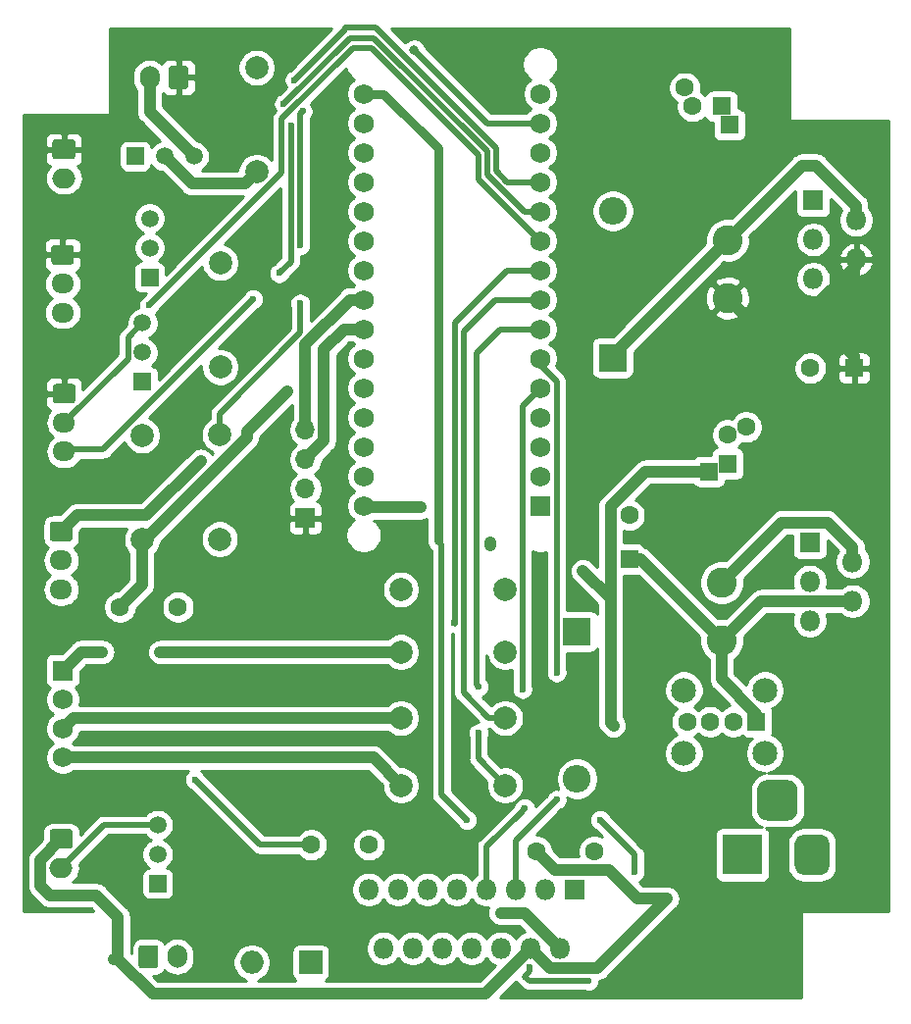
<source format=gbr>
G04 #@! TF.GenerationSoftware,KiCad,Pcbnew,5.1.6-c6e7f7d~86~ubuntu20.04.1*
G04 #@! TF.CreationDate,2020-06-09T07:54:05+01:00*
G04 #@! TF.ProjectId,flypi,666c7970-692e-46b6-9963-61645f706362,rev?*
G04 #@! TF.SameCoordinates,Original*
G04 #@! TF.FileFunction,Copper,L1,Top*
G04 #@! TF.FilePolarity,Positive*
%FSLAX46Y46*%
G04 Gerber Fmt 4.6, Leading zero omitted, Abs format (unit mm)*
G04 Created by KiCad (PCBNEW 5.1.6-c6e7f7d~86~ubuntu20.04.1) date 2020-06-09 07:54:05*
%MOMM*%
%LPD*%
G01*
G04 APERTURE LIST*
G04 #@! TA.AperFunction,ComponentPad*
%ADD10C,1.727200*%
G04 #@! TD*
G04 #@! TA.AperFunction,ComponentPad*
%ADD11R,1.727200X1.727200*%
G04 #@! TD*
G04 #@! TA.AperFunction,ComponentPad*
%ADD12O,1.950000X1.700000*%
G04 #@! TD*
G04 #@! TA.AperFunction,ComponentPad*
%ADD13R,1.700000X1.700000*%
G04 #@! TD*
G04 #@! TA.AperFunction,ComponentPad*
%ADD14O,1.700000X1.700000*%
G04 #@! TD*
G04 #@! TA.AperFunction,ComponentPad*
%ADD15R,1.750000X1.750000*%
G04 #@! TD*
G04 #@! TA.AperFunction,ComponentPad*
%ADD16C,1.750000*%
G04 #@! TD*
G04 #@! TA.AperFunction,ComponentPad*
%ADD17R,1.600000X1.600000*%
G04 #@! TD*
G04 #@! TA.AperFunction,ComponentPad*
%ADD18C,1.600000*%
G04 #@! TD*
G04 #@! TA.AperFunction,ComponentPad*
%ADD19R,2.400000X2.400000*%
G04 #@! TD*
G04 #@! TA.AperFunction,ComponentPad*
%ADD20O,2.400000X2.400000*%
G04 #@! TD*
G04 #@! TA.AperFunction,ComponentPad*
%ADD21R,3.500000X3.500000*%
G04 #@! TD*
G04 #@! TA.AperFunction,ComponentPad*
%ADD22O,1.700000X2.000000*%
G04 #@! TD*
G04 #@! TA.AperFunction,ComponentPad*
%ADD23O,2.000000X1.700000*%
G04 #@! TD*
G04 #@! TA.AperFunction,ComponentPad*
%ADD24C,1.500000*%
G04 #@! TD*
G04 #@! TA.AperFunction,ComponentPad*
%ADD25R,1.500000X1.500000*%
G04 #@! TD*
G04 #@! TA.AperFunction,ComponentPad*
%ADD26R,2.000000X2.000000*%
G04 #@! TD*
G04 #@! TA.AperFunction,ComponentPad*
%ADD27O,2.000000X2.000000*%
G04 #@! TD*
G04 #@! TA.AperFunction,ComponentPad*
%ADD28C,2.000000*%
G04 #@! TD*
G04 #@! TA.AperFunction,ComponentPad*
%ADD29R,1.800000X1.800000*%
G04 #@! TD*
G04 #@! TA.AperFunction,ComponentPad*
%ADD30O,1.800000X1.800000*%
G04 #@! TD*
G04 #@! TA.AperFunction,ComponentPad*
%ADD31C,2.600000*%
G04 #@! TD*
G04 #@! TA.AperFunction,ComponentPad*
%ADD32C,2.150000*%
G04 #@! TD*
G04 #@! TA.AperFunction,ViaPad*
%ADD33C,0.800000*%
G04 #@! TD*
G04 #@! TA.AperFunction,ViaPad*
%ADD34C,0.600000*%
G04 #@! TD*
G04 #@! TA.AperFunction,Conductor*
%ADD35C,1.000000*%
G04 #@! TD*
G04 #@! TA.AperFunction,Conductor*
%ADD36C,0.500000*%
G04 #@! TD*
G04 #@! TA.AperFunction,Conductor*
%ADD37C,0.750000*%
G04 #@! TD*
G04 #@! TA.AperFunction,Conductor*
%ADD38C,0.254000*%
G04 #@! TD*
G04 APERTURE END LIST*
D10*
X135080000Y-90870000D03*
X135080000Y-88330000D03*
X135080000Y-85790000D03*
X135080000Y-83250000D03*
X135080000Y-80710000D03*
X135080000Y-78170000D03*
X135080000Y-75630000D03*
X135080000Y-73090000D03*
X135080000Y-70550000D03*
X135080000Y-68010000D03*
X135080000Y-65470000D03*
X135080000Y-62930000D03*
X135080000Y-60390000D03*
X135080000Y-57850000D03*
X135080000Y-55310000D03*
X150320000Y-55310000D03*
X150320000Y-57850000D03*
X150320000Y-60390000D03*
X150320000Y-62930000D03*
X150320000Y-65470000D03*
X150320000Y-68010000D03*
X150320000Y-70550000D03*
X150320000Y-73090000D03*
X150320000Y-75630000D03*
X150320000Y-78170000D03*
X150320000Y-80710000D03*
X150320000Y-83250000D03*
X150320000Y-85790000D03*
X150320000Y-88330000D03*
D11*
X150320000Y-90870000D03*
G04 #@! TA.AperFunction,ComponentPad*
G36*
G01*
X108495000Y-80350000D02*
X109945000Y-80350000D01*
G75*
G02*
X110195000Y-80600000I0J-250000D01*
G01*
X110195000Y-81800000D01*
G75*
G02*
X109945000Y-82050000I-250000J0D01*
G01*
X108495000Y-82050000D01*
G75*
G02*
X108245000Y-81800000I0J250000D01*
G01*
X108245000Y-80600000D01*
G75*
G02*
X108495000Y-80350000I250000J0D01*
G01*
G37*
G04 #@! TD.AperFunction*
D12*
X109220000Y-83700000D03*
X109220000Y-86200000D03*
D13*
X130048000Y-91948000D03*
D14*
X130048000Y-89408000D03*
X130048000Y-86868000D03*
X130048000Y-84328000D03*
D15*
X109100000Y-105100000D03*
D16*
X109100000Y-107600000D03*
X109100000Y-110100000D03*
X109100000Y-112600000D03*
D17*
X166497000Y-87249000D03*
D18*
X166497000Y-84749000D03*
D17*
X164897000Y-87919937D03*
D18*
X168097000Y-84078063D03*
X162818063Y-54788000D03*
D17*
X166659937Y-57988000D03*
D18*
X163489000Y-56388000D03*
D17*
X165989000Y-56388000D03*
X177450000Y-79000000D03*
D18*
X173650000Y-79000000D03*
X158000000Y-91700000D03*
D17*
X158000000Y-95500000D03*
D18*
X135556000Y-120142000D03*
X130556000Y-120142000D03*
X119050000Y-99600000D03*
X114050000Y-99600000D03*
X150000000Y-120700000D03*
X155000000Y-120700000D03*
D19*
X153500000Y-101727000D03*
D20*
X153500000Y-114427000D03*
X156591000Y-65405000D03*
D19*
X156591000Y-78105000D03*
D21*
X167800000Y-121000000D03*
G04 #@! TA.AperFunction,ComponentPad*
G36*
G01*
X175300000Y-120000000D02*
X175300000Y-122000000D01*
G75*
G02*
X174550000Y-122750000I-750000J0D01*
G01*
X173050000Y-122750000D01*
G75*
G02*
X172300000Y-122000000I0J750000D01*
G01*
X172300000Y-120000000D01*
G75*
G02*
X173050000Y-119250000I750000J0D01*
G01*
X174550000Y-119250000D01*
G75*
G02*
X175300000Y-120000000I0J-750000D01*
G01*
G37*
G04 #@! TD.AperFunction*
G04 #@! TA.AperFunction,ComponentPad*
G36*
G01*
X172550000Y-115425000D02*
X172550000Y-117175000D01*
G75*
G02*
X171675000Y-118050000I-875000J0D01*
G01*
X169925000Y-118050000D01*
G75*
G02*
X169050000Y-117175000I0J875000D01*
G01*
X169050000Y-115425000D01*
G75*
G02*
X169925000Y-114550000I875000J0D01*
G01*
X171675000Y-114550000D01*
G75*
G02*
X172550000Y-115425000I0J-875000D01*
G01*
G37*
G04 #@! TD.AperFunction*
G04 #@! TA.AperFunction,ComponentPad*
G36*
G01*
X115650000Y-130550000D02*
X115650000Y-129050000D01*
G75*
G02*
X115900000Y-128800000I250000J0D01*
G01*
X117100000Y-128800000D01*
G75*
G02*
X117350000Y-129050000I0J-250000D01*
G01*
X117350000Y-130550000D01*
G75*
G02*
X117100000Y-130800000I-250000J0D01*
G01*
X115900000Y-130800000D01*
G75*
G02*
X115650000Y-130550000I0J250000D01*
G01*
G37*
G04 #@! TD.AperFunction*
D22*
X119000000Y-129800000D03*
D23*
X108966000Y-122134000D03*
G04 #@! TA.AperFunction,ComponentPad*
G36*
G01*
X108216000Y-118784000D02*
X109716000Y-118784000D01*
G75*
G02*
X109966000Y-119034000I0J-250000D01*
G01*
X109966000Y-120234000D01*
G75*
G02*
X109716000Y-120484000I-250000J0D01*
G01*
X108216000Y-120484000D01*
G75*
G02*
X107966000Y-120234000I0J250000D01*
G01*
X107966000Y-119034000D01*
G75*
G02*
X108216000Y-118784000I250000J0D01*
G01*
G37*
G04 #@! TD.AperFunction*
G04 #@! TA.AperFunction,ComponentPad*
G36*
G01*
X108241000Y-92250000D02*
X109691000Y-92250000D01*
G75*
G02*
X109941000Y-92500000I0J-250000D01*
G01*
X109941000Y-93700000D01*
G75*
G02*
X109691000Y-93950000I-250000J0D01*
G01*
X108241000Y-93950000D01*
G75*
G02*
X107991000Y-93700000I0J250000D01*
G01*
X107991000Y-92500000D01*
G75*
G02*
X108241000Y-92250000I250000J0D01*
G01*
G37*
G04 #@! TD.AperFunction*
D12*
X108966000Y-95600000D03*
X108966000Y-98100000D03*
D23*
X109200000Y-62600000D03*
G04 #@! TA.AperFunction,ComponentPad*
G36*
G01*
X108450000Y-59250000D02*
X109950000Y-59250000D01*
G75*
G02*
X110200000Y-59500000I0J-250000D01*
G01*
X110200000Y-60700000D01*
G75*
G02*
X109950000Y-60950000I-250000J0D01*
G01*
X108450000Y-60950000D01*
G75*
G02*
X108200000Y-60700000I0J250000D01*
G01*
X108200000Y-59500000D01*
G75*
G02*
X108450000Y-59250000I250000J0D01*
G01*
G37*
G04 #@! TD.AperFunction*
G04 #@! TA.AperFunction,ComponentPad*
G36*
G01*
X119950000Y-53150000D02*
X119950000Y-54650000D01*
G75*
G02*
X119700000Y-54900000I-250000J0D01*
G01*
X118500000Y-54900000D01*
G75*
G02*
X118250000Y-54650000I0J250000D01*
G01*
X118250000Y-53150000D01*
G75*
G02*
X118500000Y-52900000I250000J0D01*
G01*
X119700000Y-52900000D01*
G75*
G02*
X119950000Y-53150000I0J-250000D01*
G01*
G37*
G04 #@! TD.AperFunction*
D22*
X116600000Y-53900000D03*
D12*
X109093000Y-74215000D03*
X109093000Y-71715000D03*
G04 #@! TA.AperFunction,ComponentPad*
G36*
G01*
X108368000Y-68365000D02*
X109818000Y-68365000D01*
G75*
G02*
X110068000Y-68615000I0J-250000D01*
G01*
X110068000Y-69815000D01*
G75*
G02*
X109818000Y-70065000I-250000J0D01*
G01*
X108368000Y-70065000D01*
G75*
G02*
X108118000Y-69815000I0J250000D01*
G01*
X108118000Y-68615000D01*
G75*
G02*
X108368000Y-68365000I250000J0D01*
G01*
G37*
G04 #@! TD.AperFunction*
D24*
X117300000Y-120960000D03*
X117300000Y-118420000D03*
D25*
X117300000Y-123500000D03*
X116600000Y-71150000D03*
D24*
X116600000Y-66070000D03*
X116600000Y-68610000D03*
X117890000Y-60700000D03*
X120430000Y-60700000D03*
D25*
X115350000Y-60700000D03*
X116000000Y-80180000D03*
D24*
X116000000Y-75100000D03*
X116000000Y-77640000D03*
D26*
X130500000Y-130300000D03*
D27*
X125420000Y-130300000D03*
D28*
X122700000Y-78900000D03*
X122700000Y-69900000D03*
X147300000Y-98100000D03*
X138300000Y-98100000D03*
X125850000Y-62050000D03*
X125850000Y-53050000D03*
X122650000Y-84750000D03*
X122650000Y-93750000D03*
X115950000Y-84800000D03*
X115950000Y-93800000D03*
X138300000Y-103500000D03*
X147300000Y-103500000D03*
X138300000Y-109200000D03*
X147300000Y-109200000D03*
X147300000Y-115000000D03*
X138300000Y-115000000D03*
D29*
X173600000Y-94000000D03*
D30*
X177300000Y-95700000D03*
X173600000Y-97400000D03*
X177300000Y-99100000D03*
X173600000Y-100800000D03*
X173900000Y-71300000D03*
X177600000Y-69600000D03*
X173900000Y-67900000D03*
X177600000Y-66200000D03*
D29*
X173900000Y-64500000D03*
X153300000Y-124000000D03*
D30*
X152030000Y-129080000D03*
X150760000Y-124000000D03*
X149490000Y-129080000D03*
X148220000Y-124000000D03*
X146950000Y-129080000D03*
X145680000Y-124000000D03*
X144410000Y-129080000D03*
X143140000Y-124000000D03*
X141870000Y-129080000D03*
X140600000Y-124000000D03*
X139330000Y-129080000D03*
X138060000Y-124000000D03*
X136790000Y-129080000D03*
X135520000Y-124000000D03*
D31*
X166497000Y-67945000D03*
X166497000Y-72945000D03*
X166000000Y-102500000D03*
X166000000Y-97500000D03*
D18*
X163000000Y-109500000D03*
X165000000Y-109500000D03*
X167000000Y-109500000D03*
D17*
X169000000Y-109500000D03*
D32*
X169730000Y-106780000D03*
X162730000Y-106780000D03*
X162730000Y-112220000D03*
X169730000Y-112220000D03*
D33*
X146921510Y-126000000D03*
D34*
X112500000Y-103500000D03*
X117500000Y-103500000D03*
D33*
X146000000Y-94000000D03*
X140000000Y-91000000D03*
D34*
X156650000Y-109850000D03*
X154000000Y-96500000D03*
X161275000Y-124775000D03*
X121000000Y-87000000D03*
X120500000Y-114500000D03*
X116300010Y-91699990D03*
X128500000Y-81000000D03*
X128184314Y-56184314D03*
X128800000Y-58065686D03*
X127790001Y-70790001D03*
X125540001Y-73040001D03*
X116560001Y-73560001D03*
X141500000Y-93900000D03*
X158500000Y-122500000D03*
X154500000Y-131880001D03*
X149425573Y-130700062D03*
X155500000Y-118000000D03*
X144000000Y-118000000D03*
D33*
X139441927Y-51558073D03*
D34*
X129118628Y-54118628D03*
X129815686Y-56815686D03*
X129600001Y-73399999D03*
X129600001Y-68399999D03*
X142900000Y-101000000D03*
X145000000Y-106500000D03*
X145000000Y-110500000D03*
X151745001Y-116254999D03*
X151745001Y-105254999D03*
X148800001Y-106699999D03*
X149000000Y-116950000D03*
D35*
X169000000Y-108825002D02*
X169000000Y-109500000D01*
X166000000Y-105825002D02*
X169000000Y-108825002D01*
X166000000Y-102500000D02*
X166000000Y-105825002D01*
X169400000Y-99100000D02*
X177300000Y-99100000D01*
X166000000Y-102500000D02*
X169400000Y-99100000D01*
X159000000Y-95500000D02*
X158000000Y-95500000D01*
X166000000Y-102500000D02*
X159000000Y-95500000D01*
X177300000Y-94459998D02*
X177300000Y-95700000D01*
X175140001Y-92299999D02*
X177300000Y-94459998D01*
X171200001Y-92299999D02*
X175140001Y-92299999D01*
X166000000Y-97500000D02*
X171200001Y-92299999D01*
X166497000Y-67945000D02*
X172942000Y-61500000D01*
X177600000Y-64959998D02*
X177600000Y-66200000D01*
X174140002Y-61500000D02*
X177600000Y-64959998D01*
X172942000Y-61500000D02*
X174140002Y-61500000D01*
X156591000Y-77851000D02*
X166497000Y-67945000D01*
X156591000Y-78105000D02*
X156591000Y-77851000D01*
X148950000Y-126000000D02*
X152030000Y-129080000D01*
X146921510Y-126000000D02*
X148950000Y-126000000D01*
D36*
X114749999Y-78170001D02*
X109220000Y-83700000D01*
X114749999Y-76350001D02*
X114749999Y-78170001D01*
X116000000Y-75100000D02*
X114749999Y-76350001D01*
D35*
X110000000Y-109200000D02*
X109100000Y-110100000D01*
X138300000Y-109200000D02*
X110000000Y-109200000D01*
X135900000Y-112600000D02*
X138300000Y-115000000D01*
X109100000Y-112600000D02*
X135900000Y-112600000D01*
X110700000Y-103500000D02*
X109100000Y-105100000D01*
X138300000Y-103500000D02*
X117500000Y-103500000D01*
X112500000Y-103500000D02*
X110700000Y-103500000D01*
X124850001Y-63049999D02*
X125850000Y-62050000D01*
X120239999Y-63049999D02*
X124850001Y-63049999D01*
X117890000Y-60700000D02*
X120239999Y-63049999D01*
X151190001Y-130780001D02*
X150389999Y-129979999D01*
X155269999Y-130780001D02*
X151190001Y-130780001D01*
X150389999Y-129979999D02*
X149490000Y-129080000D01*
X159412061Y-87919937D02*
X164897000Y-87919937D01*
X156399999Y-90931999D02*
X159412061Y-87919937D01*
X156399999Y-99399999D02*
X156399999Y-98899999D01*
X156399999Y-109599999D02*
X156399999Y-99399999D01*
X156399999Y-99399999D02*
X156399999Y-90931999D01*
X156399999Y-98899999D02*
X154000000Y-96500000D01*
X146000000Y-94250000D02*
X146000000Y-94000000D01*
X135210000Y-91000000D02*
X135080000Y-90870000D01*
X140000000Y-91000000D02*
X135210000Y-91000000D01*
X161275000Y-124775000D02*
X158725000Y-124775000D01*
X161275000Y-124775000D02*
X155269999Y-130780001D01*
X151599999Y-122299999D02*
X150000000Y-120700000D01*
X154840001Y-122299999D02*
X151599999Y-122299999D01*
X154840003Y-122300001D02*
X154840001Y-122299999D01*
X156250001Y-122300001D02*
X154840003Y-122300001D01*
X158725000Y-124775000D02*
X156250001Y-122300001D01*
X149490000Y-129080000D02*
X145570000Y-133000000D01*
X132000000Y-133000000D02*
X116865058Y-133000000D01*
X116865058Y-133000000D02*
X113865058Y-130000000D01*
X113865058Y-130000000D02*
X113500000Y-130000000D01*
X113865058Y-130000000D02*
X113865058Y-126365058D01*
X113865058Y-126365058D02*
X112000000Y-124500000D01*
X112000000Y-124500000D02*
X108000000Y-124500000D01*
X107165990Y-121434010D02*
X108966000Y-119634000D01*
X107165990Y-123665990D02*
X107165990Y-121434010D01*
X108000000Y-124500000D02*
X107165990Y-123665990D01*
X156650000Y-109850000D02*
X156399999Y-109599999D01*
X154000000Y-96500000D02*
X154000000Y-96500000D01*
X161275000Y-124775000D02*
X161275000Y-124775000D01*
X145570000Y-133000000D02*
X132000000Y-133000000D01*
X177600000Y-70116002D02*
X177600000Y-69600000D01*
X173471003Y-74244999D02*
X177600000Y-70116002D01*
X167796999Y-74244999D02*
X173471003Y-74244999D01*
X166497000Y-72945000D02*
X167796999Y-74244999D01*
X173471003Y-74244999D02*
X173744999Y-74244999D01*
X177450000Y-77950000D02*
X177450000Y-79000000D01*
X173744999Y-74244999D02*
X177450000Y-77950000D01*
X110366010Y-91699990D02*
X108966000Y-93100000D01*
X116300010Y-91699990D02*
X110366010Y-91699990D01*
X121000000Y-87000000D02*
X116300010Y-91699990D01*
D36*
X130556000Y-120142000D02*
X126142000Y-120142000D01*
X126142000Y-120142000D02*
X120500000Y-114500000D01*
D35*
X116190002Y-93800000D02*
X115950000Y-93800000D01*
X125000000Y-84990002D02*
X116190002Y-93800000D01*
X125000000Y-84500000D02*
X125000000Y-84990002D01*
X128500000Y-81000000D02*
X125000000Y-84500000D01*
X115950000Y-97700000D02*
X114050000Y-99600000D01*
X115950000Y-93800000D02*
X115950000Y-97700000D01*
D36*
X112680000Y-118420000D02*
X108966000Y-122134000D01*
X117300000Y-118420000D02*
X112680000Y-118420000D01*
D35*
X116600000Y-56870000D02*
X116600000Y-53900000D01*
X120430000Y-60700000D02*
X116600000Y-56870000D01*
D36*
X150320000Y-65470000D02*
X148970000Y-65470000D01*
X145760009Y-60280333D02*
X135979676Y-50500000D01*
X145760010Y-62260010D02*
X145760009Y-60280333D01*
X148970000Y-65470000D02*
X145760010Y-62260010D01*
X133868628Y-50500000D02*
X128184314Y-56184314D01*
X135979676Y-50500000D02*
X133868628Y-50500000D01*
X109420000Y-86000000D02*
X109220000Y-86200000D01*
X112580002Y-86000000D02*
X109420000Y-86000000D01*
X128800000Y-69780002D02*
X127790001Y-70790001D01*
X128800000Y-58065686D02*
X128800000Y-69780002D01*
X125540001Y-73040001D02*
X112580002Y-86000000D01*
X135764001Y-51344999D02*
X134155001Y-51344999D01*
X145010000Y-60590998D02*
X135764001Y-51344999D01*
X145010000Y-62700000D02*
X145010000Y-60590998D01*
X150320000Y-68010000D02*
X145010000Y-62700000D01*
X134155001Y-51344999D02*
X128000000Y-57500000D01*
X109458001Y-73849999D02*
X109093000Y-74215000D01*
X128000000Y-62120002D02*
X116560001Y-73560001D01*
X128000000Y-57500000D02*
X128000000Y-62120002D01*
D35*
X131648001Y-85267999D02*
X130048000Y-86868000D01*
X131648001Y-77351999D02*
X131648001Y-85267999D01*
X133370000Y-75630000D02*
X131648001Y-77351999D01*
X135080000Y-75630000D02*
X133370000Y-75630000D01*
X130048000Y-84328000D02*
X130048000Y-76922000D01*
X133880000Y-73090000D02*
X135080000Y-73090000D01*
X130048000Y-76922000D02*
X133880000Y-73090000D01*
D37*
X141500000Y-93900000D02*
X141500000Y-60530000D01*
X135080000Y-55310000D02*
X136810000Y-55310000D01*
X141500000Y-60000000D02*
X141500000Y-60530000D01*
X136810000Y-55310000D02*
X141500000Y-60000000D01*
D36*
X141799999Y-94199999D02*
X141799999Y-115799999D01*
X141500000Y-93900000D02*
X141799999Y-94199999D01*
X141799999Y-115799999D02*
X144000000Y-118000000D01*
X144000000Y-118000000D02*
X144000000Y-118000000D01*
X158500000Y-121000000D02*
X158500000Y-122500000D01*
X155500000Y-118000000D02*
X155500000Y-118000000D01*
X149380001Y-131880001D02*
X149000000Y-131500000D01*
X154500000Y-131880001D02*
X149380001Y-131880001D01*
X149425573Y-131074427D02*
X149425573Y-130700062D01*
X149000000Y-131500000D02*
X149425573Y-131074427D01*
X155500000Y-118000000D02*
X158500000Y-121000000D01*
X145733854Y-57850000D02*
X139441927Y-51558073D01*
X150320000Y-57850000D02*
X145733854Y-57850000D01*
X150320000Y-62930000D02*
X147490674Y-62930000D01*
X136090360Y-49550010D02*
X133449990Y-49550010D01*
X146520175Y-61479824D02*
X146510018Y-61489981D01*
X146520175Y-59979825D02*
X146520175Y-61479824D01*
X146520175Y-59979825D02*
X136090360Y-49550010D01*
X146510018Y-61949344D02*
X147490674Y-62930000D01*
X146510018Y-61489981D02*
X146510018Y-61949344D01*
X133449990Y-49787266D02*
X129118628Y-54118628D01*
X133449990Y-49550010D02*
X133449990Y-49787266D01*
X129600001Y-75955772D02*
X122650000Y-82905773D01*
X129600001Y-57031371D02*
X129600001Y-68399999D01*
X122650000Y-82905773D02*
X122650000Y-84750000D01*
X129815686Y-56815686D02*
X129600001Y-57031371D01*
X129600001Y-73399999D02*
X129600001Y-75955772D01*
X147450000Y-70550000D02*
X150320000Y-70550000D01*
X142949990Y-75050010D02*
X147450000Y-70550000D01*
X142949990Y-101049990D02*
X142900000Y-101000000D01*
X142949990Y-101050010D02*
X142949990Y-101049990D01*
X142949990Y-101050010D02*
X142949990Y-75050010D01*
X146410000Y-73090000D02*
X150320000Y-73090000D01*
X143700000Y-75800000D02*
X146410000Y-73090000D01*
X143700000Y-107014213D02*
X143700000Y-75800000D01*
X145885787Y-109200000D02*
X143700000Y-107014213D01*
X147300000Y-109200000D02*
X145885787Y-109200000D01*
X146870000Y-75630000D02*
X150320000Y-75630000D01*
X144800000Y-77700000D02*
X146870000Y-75630000D01*
X144800000Y-101300000D02*
X144800000Y-77700000D01*
X144800000Y-106300000D02*
X145000000Y-106500000D01*
X144800000Y-101300000D02*
X144800000Y-106300000D01*
X145000000Y-112700000D02*
X147300000Y-115000000D01*
X145000000Y-110500000D02*
X145000000Y-112700000D01*
X151745001Y-80116871D02*
X150320000Y-78691870D01*
X148220000Y-119780000D02*
X151745001Y-116254999D01*
X150320000Y-78691870D02*
X150320000Y-78170000D01*
X148220000Y-124000000D02*
X148220000Y-119780000D01*
X151745001Y-116254999D02*
X151745001Y-116254999D01*
X151745001Y-105254999D02*
X151745001Y-80116871D01*
X145680000Y-124000000D02*
X145680000Y-120320000D01*
X148800001Y-82229999D02*
X150320000Y-80710000D01*
X145680000Y-120320000D02*
X148800001Y-117199999D01*
X148800001Y-106699999D02*
X148800001Y-82229999D01*
X148800001Y-117149999D02*
X148800001Y-117199999D01*
X149000000Y-116950000D02*
X148800001Y-117149999D01*
D38*
G36*
X128709705Y-53275973D02*
G01*
X128675739Y-53290042D01*
X128522600Y-53392366D01*
X128392366Y-53522600D01*
X128290042Y-53675739D01*
X128219560Y-53845899D01*
X128183628Y-54026539D01*
X128183628Y-54210717D01*
X128219560Y-54391357D01*
X128290042Y-54561517D01*
X128392366Y-54714656D01*
X128397380Y-54719670D01*
X127775391Y-55341659D01*
X127741425Y-55355728D01*
X127588286Y-55458052D01*
X127458052Y-55588286D01*
X127355728Y-55741425D01*
X127285246Y-55911585D01*
X127249314Y-56092225D01*
X127249314Y-56276403D01*
X127285246Y-56457043D01*
X127355728Y-56627203D01*
X127458052Y-56780342D01*
X127463066Y-56785356D01*
X127404956Y-56843466D01*
X127371183Y-56871183D01*
X127260589Y-57005942D01*
X127178411Y-57159688D01*
X127143157Y-57275904D01*
X127127877Y-57326275D01*
X127127805Y-57326511D01*
X127115000Y-57456524D01*
X127115000Y-57456531D01*
X127110719Y-57500000D01*
X127115000Y-57543469D01*
X127115001Y-61002762D01*
X126892252Y-60780013D01*
X126624463Y-60601082D01*
X126326912Y-60477832D01*
X126011033Y-60415000D01*
X125688967Y-60415000D01*
X125373088Y-60477832D01*
X125075537Y-60601082D01*
X124807748Y-60780013D01*
X124580013Y-61007748D01*
X124401082Y-61275537D01*
X124277832Y-61573088D01*
X124215000Y-61888967D01*
X124215000Y-61914999D01*
X121104559Y-61914999D01*
X121312886Y-61775799D01*
X121505799Y-61582886D01*
X121657371Y-61356043D01*
X121761775Y-61103989D01*
X121815000Y-60836411D01*
X121815000Y-60563589D01*
X121761775Y-60296011D01*
X121657371Y-60043957D01*
X121505799Y-59817114D01*
X121312886Y-59624201D01*
X121086043Y-59472629D01*
X120833989Y-59368225D01*
X120670920Y-59335788D01*
X117735000Y-56399869D01*
X117735000Y-55273426D01*
X117798815Y-55351185D01*
X117895506Y-55430537D01*
X118005820Y-55489502D01*
X118125518Y-55525812D01*
X118250000Y-55538072D01*
X118814250Y-55535000D01*
X118973000Y-55376250D01*
X118973000Y-54027000D01*
X119227000Y-54027000D01*
X119227000Y-55376250D01*
X119385750Y-55535000D01*
X119950000Y-55538072D01*
X120074482Y-55525812D01*
X120194180Y-55489502D01*
X120304494Y-55430537D01*
X120401185Y-55351185D01*
X120480537Y-55254494D01*
X120539502Y-55144180D01*
X120575812Y-55024482D01*
X120588072Y-54900000D01*
X120585000Y-54185750D01*
X120426250Y-54027000D01*
X119227000Y-54027000D01*
X118973000Y-54027000D01*
X118953000Y-54027000D01*
X118953000Y-53773000D01*
X118973000Y-53773000D01*
X118973000Y-52423750D01*
X119227000Y-52423750D01*
X119227000Y-53773000D01*
X120426250Y-53773000D01*
X120585000Y-53614250D01*
X120588072Y-52900000D01*
X120586986Y-52888967D01*
X124215000Y-52888967D01*
X124215000Y-53211033D01*
X124277832Y-53526912D01*
X124401082Y-53824463D01*
X124580013Y-54092252D01*
X124807748Y-54319987D01*
X125075537Y-54498918D01*
X125373088Y-54622168D01*
X125688967Y-54685000D01*
X126011033Y-54685000D01*
X126326912Y-54622168D01*
X126624463Y-54498918D01*
X126892252Y-54319987D01*
X127119987Y-54092252D01*
X127298918Y-53824463D01*
X127422168Y-53526912D01*
X127485000Y-53211033D01*
X127485000Y-52888967D01*
X127422168Y-52573088D01*
X127298918Y-52275537D01*
X127119987Y-52007748D01*
X126892252Y-51780013D01*
X126624463Y-51601082D01*
X126326912Y-51477832D01*
X126011033Y-51415000D01*
X125688967Y-51415000D01*
X125373088Y-51477832D01*
X125075537Y-51601082D01*
X124807748Y-51780013D01*
X124580013Y-52007748D01*
X124401082Y-52275537D01*
X124277832Y-52573088D01*
X124215000Y-52888967D01*
X120586986Y-52888967D01*
X120575812Y-52775518D01*
X120539502Y-52655820D01*
X120480537Y-52545506D01*
X120401185Y-52448815D01*
X120304494Y-52369463D01*
X120194180Y-52310498D01*
X120074482Y-52274188D01*
X119950000Y-52261928D01*
X119385750Y-52265000D01*
X119227000Y-52423750D01*
X118973000Y-52423750D01*
X118814250Y-52265000D01*
X118250000Y-52261928D01*
X118125518Y-52274188D01*
X118005820Y-52310498D01*
X117895506Y-52369463D01*
X117798815Y-52448815D01*
X117719463Y-52545506D01*
X117660498Y-52655820D01*
X117649945Y-52690608D01*
X117429014Y-52509294D01*
X117171034Y-52371401D01*
X116891111Y-52286487D01*
X116600000Y-52257815D01*
X116308890Y-52286487D01*
X116028967Y-52371401D01*
X115770987Y-52509294D01*
X115544866Y-52694866D01*
X115359294Y-52920986D01*
X115221401Y-53178966D01*
X115136487Y-53458889D01*
X115115000Y-53677050D01*
X115115000Y-54122949D01*
X115136487Y-54341110D01*
X115221401Y-54621033D01*
X115359294Y-54879013D01*
X115465001Y-55007817D01*
X115465000Y-56814248D01*
X115459509Y-56870000D01*
X115465000Y-56925751D01*
X115481423Y-57092498D01*
X115546324Y-57306446D01*
X115651716Y-57503623D01*
X115793551Y-57676449D01*
X115836865Y-57711996D01*
X117491918Y-59367050D01*
X117486011Y-59368225D01*
X117233957Y-59472629D01*
X117007114Y-59624201D01*
X116814201Y-59817114D01*
X116736445Y-59933483D01*
X116725812Y-59825518D01*
X116689502Y-59705820D01*
X116630537Y-59595506D01*
X116551185Y-59498815D01*
X116454494Y-59419463D01*
X116344180Y-59360498D01*
X116224482Y-59324188D01*
X116100000Y-59311928D01*
X114600000Y-59311928D01*
X114475518Y-59324188D01*
X114355820Y-59360498D01*
X114245506Y-59419463D01*
X114148815Y-59498815D01*
X114069463Y-59595506D01*
X114010498Y-59705820D01*
X113974188Y-59825518D01*
X113961928Y-59950000D01*
X113961928Y-61450000D01*
X113974188Y-61574482D01*
X114010498Y-61694180D01*
X114069463Y-61804494D01*
X114148815Y-61901185D01*
X114245506Y-61980537D01*
X114355820Y-62039502D01*
X114475518Y-62075812D01*
X114600000Y-62088072D01*
X116100000Y-62088072D01*
X116224482Y-62075812D01*
X116344180Y-62039502D01*
X116454494Y-61980537D01*
X116551185Y-61901185D01*
X116630537Y-61804494D01*
X116689502Y-61694180D01*
X116725812Y-61574482D01*
X116736445Y-61466517D01*
X116814201Y-61582886D01*
X117007114Y-61775799D01*
X117233957Y-61927371D01*
X117486011Y-62031775D01*
X117649081Y-62064212D01*
X119398008Y-63813140D01*
X119433550Y-63856448D01*
X119606376Y-63998283D01*
X119803552Y-64103675D01*
X120017500Y-64168576D01*
X120184247Y-64184999D01*
X120184256Y-64184999D01*
X120239998Y-64190489D01*
X120295740Y-64184999D01*
X124683424Y-64184999D01*
X117988072Y-70880352D01*
X117988072Y-70400000D01*
X117975812Y-70275518D01*
X117939502Y-70155820D01*
X117880537Y-70045506D01*
X117801185Y-69948815D01*
X117704494Y-69869463D01*
X117594180Y-69810498D01*
X117474482Y-69774188D01*
X117366517Y-69763555D01*
X117482886Y-69685799D01*
X117675799Y-69492886D01*
X117827371Y-69266043D01*
X117931775Y-69013989D01*
X117985000Y-68746411D01*
X117985000Y-68473589D01*
X117931775Y-68206011D01*
X117827371Y-67953957D01*
X117675799Y-67727114D01*
X117482886Y-67534201D01*
X117256043Y-67382629D01*
X117153127Y-67340000D01*
X117256043Y-67297371D01*
X117482886Y-67145799D01*
X117675799Y-66952886D01*
X117827371Y-66726043D01*
X117931775Y-66473989D01*
X117985000Y-66206411D01*
X117985000Y-65933589D01*
X117931775Y-65666011D01*
X117827371Y-65413957D01*
X117675799Y-65187114D01*
X117482886Y-64994201D01*
X117256043Y-64842629D01*
X117003989Y-64738225D01*
X116736411Y-64685000D01*
X116463589Y-64685000D01*
X116196011Y-64738225D01*
X115943957Y-64842629D01*
X115717114Y-64994201D01*
X115524201Y-65187114D01*
X115372629Y-65413957D01*
X115268225Y-65666011D01*
X115215000Y-65933589D01*
X115215000Y-66206411D01*
X115268225Y-66473989D01*
X115372629Y-66726043D01*
X115524201Y-66952886D01*
X115717114Y-67145799D01*
X115943957Y-67297371D01*
X116046873Y-67340000D01*
X115943957Y-67382629D01*
X115717114Y-67534201D01*
X115524201Y-67727114D01*
X115372629Y-67953957D01*
X115268225Y-68206011D01*
X115215000Y-68473589D01*
X115215000Y-68746411D01*
X115268225Y-69013989D01*
X115372629Y-69266043D01*
X115524201Y-69492886D01*
X115717114Y-69685799D01*
X115833483Y-69763555D01*
X115725518Y-69774188D01*
X115605820Y-69810498D01*
X115495506Y-69869463D01*
X115398815Y-69948815D01*
X115319463Y-70045506D01*
X115260498Y-70155820D01*
X115224188Y-70275518D01*
X115211928Y-70400000D01*
X115211928Y-71900000D01*
X115224188Y-72024482D01*
X115260498Y-72144180D01*
X115319463Y-72254494D01*
X115398815Y-72351185D01*
X115495506Y-72430537D01*
X115605820Y-72489502D01*
X115725518Y-72525812D01*
X115850000Y-72538072D01*
X116330352Y-72538072D01*
X116151078Y-72717346D01*
X116117112Y-72731415D01*
X115963973Y-72833739D01*
X115833739Y-72963973D01*
X115731415Y-73117112D01*
X115660933Y-73287272D01*
X115625001Y-73467912D01*
X115625001Y-73652090D01*
X115646119Y-73758258D01*
X115596011Y-73768225D01*
X115343957Y-73872629D01*
X115117114Y-74024201D01*
X114924201Y-74217114D01*
X114772629Y-74443957D01*
X114668225Y-74696011D01*
X114615000Y-74963589D01*
X114615000Y-75233422D01*
X114154955Y-75693467D01*
X114121182Y-75721184D01*
X114010588Y-75855943D01*
X113928410Y-76009689D01*
X113911192Y-76066448D01*
X113883160Y-76158857D01*
X113877804Y-76176512D01*
X113864999Y-76306525D01*
X113864999Y-76306532D01*
X113860718Y-76350001D01*
X113864999Y-76393470D01*
X113865000Y-77803421D01*
X110830415Y-80838006D01*
X110833072Y-80350000D01*
X110820812Y-80225518D01*
X110784502Y-80105820D01*
X110725537Y-79995506D01*
X110646185Y-79898815D01*
X110549494Y-79819463D01*
X110439180Y-79760498D01*
X110319482Y-79724188D01*
X110195000Y-79711928D01*
X109505750Y-79715000D01*
X109347000Y-79873750D01*
X109347000Y-81073000D01*
X109367000Y-81073000D01*
X109367000Y-81327000D01*
X109347000Y-81327000D01*
X109347000Y-81347000D01*
X109093000Y-81347000D01*
X109093000Y-81327000D01*
X107768750Y-81327000D01*
X107610000Y-81485750D01*
X107606928Y-82050000D01*
X107619188Y-82174482D01*
X107655498Y-82294180D01*
X107714463Y-82404494D01*
X107793815Y-82501185D01*
X107890506Y-82580537D01*
X108000820Y-82639502D01*
X108035608Y-82650055D01*
X107854294Y-82870986D01*
X107716401Y-83128966D01*
X107631487Y-83408889D01*
X107602815Y-83700000D01*
X107631487Y-83991111D01*
X107716401Y-84271034D01*
X107854294Y-84529014D01*
X108039866Y-84755134D01*
X108265986Y-84940706D01*
X108283374Y-84950000D01*
X108265986Y-84959294D01*
X108039866Y-85144866D01*
X107854294Y-85370986D01*
X107716401Y-85628966D01*
X107631487Y-85908889D01*
X107602815Y-86200000D01*
X107631487Y-86491111D01*
X107716401Y-86771034D01*
X107854294Y-87029014D01*
X108039866Y-87255134D01*
X108265986Y-87440706D01*
X108523966Y-87578599D01*
X108803889Y-87663513D01*
X109022050Y-87685000D01*
X109417950Y-87685000D01*
X109636111Y-87663513D01*
X109916034Y-87578599D01*
X110174014Y-87440706D01*
X110400134Y-87255134D01*
X110585706Y-87029014D01*
X110662683Y-86885000D01*
X112536533Y-86885000D01*
X112580002Y-86889281D01*
X112623471Y-86885000D01*
X112623479Y-86885000D01*
X112753492Y-86872195D01*
X112920315Y-86821589D01*
X113074061Y-86739411D01*
X113208819Y-86628817D01*
X113236536Y-86595044D01*
X114429626Y-85401954D01*
X114501082Y-85574463D01*
X114680013Y-85842252D01*
X114907748Y-86069987D01*
X115175537Y-86248918D01*
X115473088Y-86372168D01*
X115788967Y-86435000D01*
X116111033Y-86435000D01*
X116426912Y-86372168D01*
X116724463Y-86248918D01*
X116992252Y-86069987D01*
X117219987Y-85842252D01*
X117398918Y-85574463D01*
X117522168Y-85276912D01*
X117585000Y-84961033D01*
X117585000Y-84638967D01*
X117522168Y-84323088D01*
X117398918Y-84025537D01*
X117219987Y-83757748D01*
X116992252Y-83530013D01*
X116724463Y-83351082D01*
X116551954Y-83279626D01*
X121065000Y-78766581D01*
X121065000Y-79061033D01*
X121127832Y-79376912D01*
X121251082Y-79674463D01*
X121430013Y-79942252D01*
X121657748Y-80169987D01*
X121925537Y-80348918D01*
X122223088Y-80472168D01*
X122538967Y-80535000D01*
X122861033Y-80535000D01*
X123176912Y-80472168D01*
X123474463Y-80348918D01*
X123742252Y-80169987D01*
X123969987Y-79942252D01*
X124148918Y-79674463D01*
X124272168Y-79376912D01*
X124335000Y-79061033D01*
X124335000Y-78738967D01*
X124272168Y-78423088D01*
X124148918Y-78125537D01*
X123969987Y-77857748D01*
X123742252Y-77630013D01*
X123474463Y-77451082D01*
X123176912Y-77327832D01*
X122861033Y-77265000D01*
X122566581Y-77265000D01*
X125948926Y-73882655D01*
X125982890Y-73868587D01*
X126136029Y-73766263D01*
X126266263Y-73636029D01*
X126368587Y-73482890D01*
X126439069Y-73312730D01*
X126475001Y-73132090D01*
X126475001Y-72947912D01*
X126439069Y-72767272D01*
X126368587Y-72597112D01*
X126266263Y-72443973D01*
X126136029Y-72313739D01*
X125982890Y-72211415D01*
X125812730Y-72140933D01*
X125632090Y-72105001D01*
X125447912Y-72105001D01*
X125267272Y-72140933D01*
X125097112Y-72211415D01*
X124943973Y-72313739D01*
X124813739Y-72443973D01*
X124711415Y-72597112D01*
X124697347Y-72631076D01*
X117388072Y-79940352D01*
X117388072Y-79430000D01*
X117375812Y-79305518D01*
X117339502Y-79185820D01*
X117280537Y-79075506D01*
X117201185Y-78978815D01*
X117104494Y-78899463D01*
X116994180Y-78840498D01*
X116874482Y-78804188D01*
X116766517Y-78793555D01*
X116882886Y-78715799D01*
X117075799Y-78522886D01*
X117227371Y-78296043D01*
X117331775Y-78043989D01*
X117385000Y-77776411D01*
X117385000Y-77503589D01*
X117331775Y-77236011D01*
X117227371Y-76983957D01*
X117075799Y-76757114D01*
X116882886Y-76564201D01*
X116656043Y-76412629D01*
X116553127Y-76370000D01*
X116656043Y-76327371D01*
X116882886Y-76175799D01*
X117075799Y-75982886D01*
X117227371Y-75756043D01*
X117331775Y-75503989D01*
X117385000Y-75236411D01*
X117385000Y-74963589D01*
X117331775Y-74696011D01*
X117227371Y-74443957D01*
X117132505Y-74301981D01*
X117156029Y-74286263D01*
X117286263Y-74156029D01*
X117388587Y-74002890D01*
X117402656Y-73968924D01*
X121105739Y-70265842D01*
X121127832Y-70376912D01*
X121251082Y-70674463D01*
X121430013Y-70942252D01*
X121657748Y-71169987D01*
X121925537Y-71348918D01*
X122223088Y-71472168D01*
X122538967Y-71535000D01*
X122861033Y-71535000D01*
X123176912Y-71472168D01*
X123474463Y-71348918D01*
X123742252Y-71169987D01*
X123969987Y-70942252D01*
X124148918Y-70674463D01*
X124272168Y-70376912D01*
X124335000Y-70061033D01*
X124335000Y-69738967D01*
X124272168Y-69423088D01*
X124148918Y-69125537D01*
X123969987Y-68857748D01*
X123742252Y-68630013D01*
X123474463Y-68451082D01*
X123176912Y-68327832D01*
X123065842Y-68305739D01*
X127915000Y-63456580D01*
X127915001Y-69413422D01*
X127381078Y-69947346D01*
X127347112Y-69961415D01*
X127193973Y-70063739D01*
X127063739Y-70193973D01*
X126961415Y-70347112D01*
X126890933Y-70517272D01*
X126855001Y-70697912D01*
X126855001Y-70882090D01*
X126890933Y-71062730D01*
X126961415Y-71232890D01*
X127063739Y-71386029D01*
X127193973Y-71516263D01*
X127347112Y-71618587D01*
X127517272Y-71689069D01*
X127697912Y-71725001D01*
X127882090Y-71725001D01*
X128062730Y-71689069D01*
X128232890Y-71618587D01*
X128386029Y-71516263D01*
X128516263Y-71386029D01*
X128618587Y-71232890D01*
X128632656Y-71198924D01*
X129395049Y-70436532D01*
X129428817Y-70408819D01*
X129488250Y-70336401D01*
X129539410Y-70274062D01*
X129539411Y-70274061D01*
X129621589Y-70120315D01*
X129672195Y-69953492D01*
X129685000Y-69823479D01*
X129685000Y-69823469D01*
X129689281Y-69780003D01*
X129685000Y-69736537D01*
X129685000Y-69334999D01*
X129692090Y-69334999D01*
X129872730Y-69299067D01*
X130042890Y-69228585D01*
X130196029Y-69126261D01*
X130326263Y-68996027D01*
X130428587Y-68842888D01*
X130499069Y-68672728D01*
X130535001Y-68492088D01*
X130535001Y-68307910D01*
X130499069Y-68127270D01*
X130485001Y-68093307D01*
X130485001Y-57468661D01*
X130541948Y-57411714D01*
X130644272Y-57258575D01*
X130714754Y-57088415D01*
X130750686Y-56907775D01*
X130750686Y-56723597D01*
X130714754Y-56542957D01*
X130644272Y-56372797D01*
X130541948Y-56219658D01*
X130536934Y-56214644D01*
X133571089Y-53180489D01*
X133579950Y-53225035D01*
X133697546Y-53508937D01*
X133868269Y-53764442D01*
X134085558Y-53981731D01*
X134228022Y-54076922D01*
X134124698Y-54145961D01*
X133915961Y-54354698D01*
X133751958Y-54600147D01*
X133638990Y-54872875D01*
X133581400Y-55162401D01*
X133581400Y-55457599D01*
X133638990Y-55747125D01*
X133751958Y-56019853D01*
X133915961Y-56265302D01*
X134124698Y-56474039D01*
X134283281Y-56580000D01*
X134124698Y-56685961D01*
X133915961Y-56894698D01*
X133751958Y-57140147D01*
X133638990Y-57412875D01*
X133581400Y-57702401D01*
X133581400Y-57997599D01*
X133638990Y-58287125D01*
X133751958Y-58559853D01*
X133915961Y-58805302D01*
X134124698Y-59014039D01*
X134283281Y-59120000D01*
X134124698Y-59225961D01*
X133915961Y-59434698D01*
X133751958Y-59680147D01*
X133638990Y-59952875D01*
X133581400Y-60242401D01*
X133581400Y-60537599D01*
X133638990Y-60827125D01*
X133751958Y-61099853D01*
X133915961Y-61345302D01*
X134124698Y-61554039D01*
X134283281Y-61660000D01*
X134124698Y-61765961D01*
X133915961Y-61974698D01*
X133751958Y-62220147D01*
X133638990Y-62492875D01*
X133581400Y-62782401D01*
X133581400Y-63077599D01*
X133638990Y-63367125D01*
X133751958Y-63639853D01*
X133915961Y-63885302D01*
X134124698Y-64094039D01*
X134283281Y-64200000D01*
X134124698Y-64305961D01*
X133915961Y-64514698D01*
X133751958Y-64760147D01*
X133638990Y-65032875D01*
X133581400Y-65322401D01*
X133581400Y-65617599D01*
X133638990Y-65907125D01*
X133751958Y-66179853D01*
X133915961Y-66425302D01*
X134124698Y-66634039D01*
X134283281Y-66740000D01*
X134124698Y-66845961D01*
X133915961Y-67054698D01*
X133751958Y-67300147D01*
X133638990Y-67572875D01*
X133581400Y-67862401D01*
X133581400Y-68157599D01*
X133638990Y-68447125D01*
X133751958Y-68719853D01*
X133915961Y-68965302D01*
X134124698Y-69174039D01*
X134283281Y-69280000D01*
X134124698Y-69385961D01*
X133915961Y-69594698D01*
X133751958Y-69840147D01*
X133638990Y-70112875D01*
X133581400Y-70402401D01*
X133581400Y-70697599D01*
X133638990Y-70987125D01*
X133751958Y-71259853D01*
X133915961Y-71505302D01*
X134124698Y-71714039D01*
X134283281Y-71820000D01*
X134124698Y-71925961D01*
X134095659Y-71955000D01*
X133935741Y-71955000D01*
X133879999Y-71949510D01*
X133824257Y-71955000D01*
X133824248Y-71955000D01*
X133657501Y-71971423D01*
X133443553Y-72036324D01*
X133246377Y-72141716D01*
X133073551Y-72283551D01*
X133038009Y-72326859D01*
X130485001Y-74879868D01*
X130485001Y-73706691D01*
X130499069Y-73672728D01*
X130535001Y-73492088D01*
X130535001Y-73307910D01*
X130499069Y-73127270D01*
X130428587Y-72957110D01*
X130326263Y-72803971D01*
X130196029Y-72673737D01*
X130042890Y-72571413D01*
X129872730Y-72500931D01*
X129692090Y-72464999D01*
X129507912Y-72464999D01*
X129327272Y-72500931D01*
X129157112Y-72571413D01*
X129003973Y-72673737D01*
X128873739Y-72803971D01*
X128771415Y-72957110D01*
X128700933Y-73127270D01*
X128665001Y-73307910D01*
X128665001Y-73492088D01*
X128700933Y-73672728D01*
X128715001Y-73706692D01*
X128715002Y-75589192D01*
X122054956Y-82249239D01*
X122021183Y-82276956D01*
X121910589Y-82411715D01*
X121828411Y-82565461D01*
X121777805Y-82732284D01*
X121765000Y-82862297D01*
X121765000Y-82862304D01*
X121760719Y-82905773D01*
X121765000Y-82949242D01*
X121765000Y-83374940D01*
X121607748Y-83480013D01*
X121380013Y-83707748D01*
X121201082Y-83975537D01*
X121077832Y-84273088D01*
X121015000Y-84588967D01*
X121015000Y-84911033D01*
X121077832Y-85226912D01*
X121201082Y-85524463D01*
X121380013Y-85792252D01*
X121607748Y-86019987D01*
X121875537Y-86198918D01*
X122095033Y-86289836D01*
X121972739Y-86412130D01*
X121948284Y-86366377D01*
X121806449Y-86193551D01*
X121633623Y-86051716D01*
X121436447Y-85946324D01*
X121222499Y-85881423D01*
X121000000Y-85859509D01*
X120777501Y-85881423D01*
X120563553Y-85946324D01*
X120366377Y-86051716D01*
X120236856Y-86158011D01*
X115829879Y-90564990D01*
X110421761Y-90564990D01*
X110366009Y-90559499D01*
X110143510Y-90581413D01*
X110093715Y-90596519D01*
X109929563Y-90646314D01*
X109732387Y-90751706D01*
X109559561Y-90893541D01*
X109524021Y-90936847D01*
X108848941Y-91611928D01*
X108241000Y-91611928D01*
X108067746Y-91628992D01*
X107901150Y-91679528D01*
X107747614Y-91761595D01*
X107613038Y-91872038D01*
X107502595Y-92006614D01*
X107420528Y-92160150D01*
X107369992Y-92326746D01*
X107352928Y-92500000D01*
X107352928Y-93700000D01*
X107369992Y-93873254D01*
X107420528Y-94039850D01*
X107502595Y-94193386D01*
X107613038Y-94327962D01*
X107747614Y-94438405D01*
X107849337Y-94492777D01*
X107785866Y-94544866D01*
X107600294Y-94770986D01*
X107462401Y-95028966D01*
X107377487Y-95308889D01*
X107348815Y-95600000D01*
X107377487Y-95891111D01*
X107462401Y-96171034D01*
X107600294Y-96429014D01*
X107785866Y-96655134D01*
X108011986Y-96840706D01*
X108029374Y-96850000D01*
X108011986Y-96859294D01*
X107785866Y-97044866D01*
X107600294Y-97270986D01*
X107462401Y-97528966D01*
X107377487Y-97808889D01*
X107348815Y-98100000D01*
X107377487Y-98391111D01*
X107462401Y-98671034D01*
X107600294Y-98929014D01*
X107785866Y-99155134D01*
X108011986Y-99340706D01*
X108269966Y-99478599D01*
X108549889Y-99563513D01*
X108768050Y-99585000D01*
X109163950Y-99585000D01*
X109382111Y-99563513D01*
X109662034Y-99478599D01*
X109920014Y-99340706D01*
X110146134Y-99155134D01*
X110331706Y-98929014D01*
X110469599Y-98671034D01*
X110554513Y-98391111D01*
X110583185Y-98100000D01*
X110554513Y-97808889D01*
X110469599Y-97528966D01*
X110331706Y-97270986D01*
X110146134Y-97044866D01*
X109920014Y-96859294D01*
X109902626Y-96850000D01*
X109920014Y-96840706D01*
X110146134Y-96655134D01*
X110331706Y-96429014D01*
X110469599Y-96171034D01*
X110554513Y-95891111D01*
X110583185Y-95600000D01*
X110554513Y-95308889D01*
X110469599Y-95028966D01*
X110331706Y-94770986D01*
X110146134Y-94544866D01*
X110082663Y-94492777D01*
X110184386Y-94438405D01*
X110318962Y-94327962D01*
X110429405Y-94193386D01*
X110511472Y-94039850D01*
X110562008Y-93873254D01*
X110579072Y-93700000D01*
X110579072Y-93092060D01*
X110836142Y-92834990D01*
X114628402Y-92834990D01*
X114501082Y-93025537D01*
X114377832Y-93323088D01*
X114315000Y-93638967D01*
X114315000Y-93961033D01*
X114377832Y-94276912D01*
X114501082Y-94574463D01*
X114680013Y-94842252D01*
X114815000Y-94977239D01*
X114815001Y-97229867D01*
X113872718Y-98172150D01*
X113631426Y-98220147D01*
X113370273Y-98328320D01*
X113135241Y-98485363D01*
X112935363Y-98685241D01*
X112778320Y-98920273D01*
X112670147Y-99181426D01*
X112615000Y-99458665D01*
X112615000Y-99741335D01*
X112670147Y-100018574D01*
X112778320Y-100279727D01*
X112935363Y-100514759D01*
X113135241Y-100714637D01*
X113370273Y-100871680D01*
X113631426Y-100979853D01*
X113908665Y-101035000D01*
X114191335Y-101035000D01*
X114468574Y-100979853D01*
X114729727Y-100871680D01*
X114964759Y-100714637D01*
X115164637Y-100514759D01*
X115321680Y-100279727D01*
X115429853Y-100018574D01*
X115477850Y-99777282D01*
X115796467Y-99458665D01*
X117615000Y-99458665D01*
X117615000Y-99741335D01*
X117670147Y-100018574D01*
X117778320Y-100279727D01*
X117935363Y-100514759D01*
X118135241Y-100714637D01*
X118370273Y-100871680D01*
X118631426Y-100979853D01*
X118908665Y-101035000D01*
X119191335Y-101035000D01*
X119468574Y-100979853D01*
X119729727Y-100871680D01*
X119964759Y-100714637D01*
X120164637Y-100514759D01*
X120321680Y-100279727D01*
X120429853Y-100018574D01*
X120485000Y-99741335D01*
X120485000Y-99458665D01*
X120429853Y-99181426D01*
X120321680Y-98920273D01*
X120164637Y-98685241D01*
X119964759Y-98485363D01*
X119729727Y-98328320D01*
X119468574Y-98220147D01*
X119191335Y-98165000D01*
X118908665Y-98165000D01*
X118631426Y-98220147D01*
X118370273Y-98328320D01*
X118135241Y-98485363D01*
X117935363Y-98685241D01*
X117778320Y-98920273D01*
X117670147Y-99181426D01*
X117615000Y-99458665D01*
X115796467Y-99458665D01*
X116713141Y-98541991D01*
X116756449Y-98506449D01*
X116898284Y-98333623D01*
X117003676Y-98136447D01*
X117063581Y-97938967D01*
X136665000Y-97938967D01*
X136665000Y-98261033D01*
X136727832Y-98576912D01*
X136851082Y-98874463D01*
X137030013Y-99142252D01*
X137257748Y-99369987D01*
X137525537Y-99548918D01*
X137823088Y-99672168D01*
X138138967Y-99735000D01*
X138461033Y-99735000D01*
X138776912Y-99672168D01*
X139074463Y-99548918D01*
X139342252Y-99369987D01*
X139569987Y-99142252D01*
X139748918Y-98874463D01*
X139872168Y-98576912D01*
X139935000Y-98261033D01*
X139935000Y-97938967D01*
X139872168Y-97623088D01*
X139748918Y-97325537D01*
X139569987Y-97057748D01*
X139342252Y-96830013D01*
X139074463Y-96651082D01*
X138776912Y-96527832D01*
X138461033Y-96465000D01*
X138138967Y-96465000D01*
X137823088Y-96527832D01*
X137525537Y-96651082D01*
X137257748Y-96830013D01*
X137030013Y-97057748D01*
X136851082Y-97325537D01*
X136727832Y-97623088D01*
X136665000Y-97938967D01*
X117063581Y-97938967D01*
X117068577Y-97922499D01*
X117085000Y-97755752D01*
X117090491Y-97700000D01*
X117085000Y-97644248D01*
X117085000Y-94977239D01*
X117219987Y-94842252D01*
X117398918Y-94574463D01*
X117522168Y-94276912D01*
X117572808Y-94022325D01*
X118006166Y-93588967D01*
X121015000Y-93588967D01*
X121015000Y-93911033D01*
X121077832Y-94226912D01*
X121201082Y-94524463D01*
X121380013Y-94792252D01*
X121607748Y-95019987D01*
X121875537Y-95198918D01*
X122173088Y-95322168D01*
X122488967Y-95385000D01*
X122811033Y-95385000D01*
X123126912Y-95322168D01*
X123424463Y-95198918D01*
X123692252Y-95019987D01*
X123919987Y-94792252D01*
X124098918Y-94524463D01*
X124222168Y-94226912D01*
X124285000Y-93911033D01*
X124285000Y-93588967D01*
X124222168Y-93273088D01*
X124098918Y-92975537D01*
X123980292Y-92798000D01*
X128559928Y-92798000D01*
X128572188Y-92922482D01*
X128608498Y-93042180D01*
X128667463Y-93152494D01*
X128746815Y-93249185D01*
X128843506Y-93328537D01*
X128953820Y-93387502D01*
X129073518Y-93423812D01*
X129198000Y-93436072D01*
X129762250Y-93433000D01*
X129921000Y-93274250D01*
X129921000Y-92075000D01*
X130175000Y-92075000D01*
X130175000Y-93274250D01*
X130333750Y-93433000D01*
X130898000Y-93436072D01*
X131022482Y-93423812D01*
X131142180Y-93387502D01*
X131252494Y-93328537D01*
X131349185Y-93249185D01*
X131428537Y-93152494D01*
X131487502Y-93042180D01*
X131523812Y-92922482D01*
X131536072Y-92798000D01*
X131533000Y-92233750D01*
X131374250Y-92075000D01*
X130175000Y-92075000D01*
X129921000Y-92075000D01*
X128721750Y-92075000D01*
X128563000Y-92233750D01*
X128559928Y-92798000D01*
X123980292Y-92798000D01*
X123919987Y-92707748D01*
X123692252Y-92480013D01*
X123424463Y-92301082D01*
X123126912Y-92177832D01*
X122811033Y-92115000D01*
X122488967Y-92115000D01*
X122173088Y-92177832D01*
X121875537Y-92301082D01*
X121607748Y-92480013D01*
X121380013Y-92707748D01*
X121201082Y-92975537D01*
X121077832Y-93273088D01*
X121015000Y-93588967D01*
X118006166Y-93588967D01*
X125763146Y-85831989D01*
X125806449Y-85796451D01*
X125948284Y-85623625D01*
X125974561Y-85574463D01*
X126053676Y-85426449D01*
X126118577Y-85212501D01*
X126140491Y-84990002D01*
X126138217Y-84966914D01*
X128913000Y-82192132D01*
X128913000Y-83362893D01*
X128894525Y-83381368D01*
X128732010Y-83624589D01*
X128620068Y-83894842D01*
X128563000Y-84181740D01*
X128563000Y-84474260D01*
X128620068Y-84761158D01*
X128732010Y-85031411D01*
X128894525Y-85274632D01*
X129101368Y-85481475D01*
X129275760Y-85598000D01*
X129101368Y-85714525D01*
X128894525Y-85921368D01*
X128732010Y-86164589D01*
X128620068Y-86434842D01*
X128563000Y-86721740D01*
X128563000Y-87014260D01*
X128620068Y-87301158D01*
X128732010Y-87571411D01*
X128894525Y-87814632D01*
X129101368Y-88021475D01*
X129275760Y-88138000D01*
X129101368Y-88254525D01*
X128894525Y-88461368D01*
X128732010Y-88704589D01*
X128620068Y-88974842D01*
X128563000Y-89261740D01*
X128563000Y-89554260D01*
X128620068Y-89841158D01*
X128732010Y-90111411D01*
X128894525Y-90354632D01*
X129026380Y-90486487D01*
X128953820Y-90508498D01*
X128843506Y-90567463D01*
X128746815Y-90646815D01*
X128667463Y-90743506D01*
X128608498Y-90853820D01*
X128572188Y-90973518D01*
X128559928Y-91098000D01*
X128563000Y-91662250D01*
X128721750Y-91821000D01*
X129921000Y-91821000D01*
X129921000Y-91801000D01*
X130175000Y-91801000D01*
X130175000Y-91821000D01*
X131374250Y-91821000D01*
X131533000Y-91662250D01*
X131536072Y-91098000D01*
X131523812Y-90973518D01*
X131487502Y-90853820D01*
X131428537Y-90743506D01*
X131349185Y-90646815D01*
X131252494Y-90567463D01*
X131142180Y-90508498D01*
X131069620Y-90486487D01*
X131201475Y-90354632D01*
X131363990Y-90111411D01*
X131475932Y-89841158D01*
X131533000Y-89554260D01*
X131533000Y-89261740D01*
X131475932Y-88974842D01*
X131363990Y-88704589D01*
X131201475Y-88461368D01*
X130994632Y-88254525D01*
X130820240Y-88138000D01*
X130994632Y-88021475D01*
X131201475Y-87814632D01*
X131363990Y-87571411D01*
X131475932Y-87301158D01*
X131533000Y-87014260D01*
X131533000Y-86988131D01*
X132411141Y-86109990D01*
X132454450Y-86074448D01*
X132596285Y-85901622D01*
X132701677Y-85704446D01*
X132759733Y-85513063D01*
X132766578Y-85490499D01*
X132788492Y-85268000D01*
X132783001Y-85212248D01*
X132783001Y-77822130D01*
X133840132Y-76765000D01*
X134095659Y-76765000D01*
X134124698Y-76794039D01*
X134283281Y-76900000D01*
X134124698Y-77005961D01*
X133915961Y-77214698D01*
X133751958Y-77460147D01*
X133638990Y-77732875D01*
X133581400Y-78022401D01*
X133581400Y-78317599D01*
X133638990Y-78607125D01*
X133751958Y-78879853D01*
X133915961Y-79125302D01*
X134124698Y-79334039D01*
X134283281Y-79440000D01*
X134124698Y-79545961D01*
X133915961Y-79754698D01*
X133751958Y-80000147D01*
X133638990Y-80272875D01*
X133581400Y-80562401D01*
X133581400Y-80857599D01*
X133638990Y-81147125D01*
X133751958Y-81419853D01*
X133915961Y-81665302D01*
X134124698Y-81874039D01*
X134283281Y-81980000D01*
X134124698Y-82085961D01*
X133915961Y-82294698D01*
X133751958Y-82540147D01*
X133638990Y-82812875D01*
X133581400Y-83102401D01*
X133581400Y-83397599D01*
X133638990Y-83687125D01*
X133751958Y-83959853D01*
X133915961Y-84205302D01*
X134124698Y-84414039D01*
X134283281Y-84520000D01*
X134124698Y-84625961D01*
X133915961Y-84834698D01*
X133751958Y-85080147D01*
X133638990Y-85352875D01*
X133581400Y-85642401D01*
X133581400Y-85937599D01*
X133638990Y-86227125D01*
X133751958Y-86499853D01*
X133915961Y-86745302D01*
X134124698Y-86954039D01*
X134283281Y-87060000D01*
X134124698Y-87165961D01*
X133915961Y-87374698D01*
X133751958Y-87620147D01*
X133638990Y-87892875D01*
X133581400Y-88182401D01*
X133581400Y-88477599D01*
X133638990Y-88767125D01*
X133751958Y-89039853D01*
X133915961Y-89285302D01*
X134124698Y-89494039D01*
X134283281Y-89600000D01*
X134124698Y-89705961D01*
X133915961Y-89914698D01*
X133751958Y-90160147D01*
X133638990Y-90432875D01*
X133581400Y-90722401D01*
X133581400Y-91017599D01*
X133638990Y-91307125D01*
X133751958Y-91579853D01*
X133915961Y-91825302D01*
X134124698Y-92034039D01*
X134228022Y-92103078D01*
X134085558Y-92198269D01*
X133868269Y-92415558D01*
X133697546Y-92671063D01*
X133579950Y-92954965D01*
X133520000Y-93256353D01*
X133520000Y-93563647D01*
X133579950Y-93865035D01*
X133697546Y-94148937D01*
X133868269Y-94404442D01*
X134085558Y-94621731D01*
X134341063Y-94792454D01*
X134624965Y-94910050D01*
X134926353Y-94970000D01*
X135233647Y-94970000D01*
X135535035Y-94910050D01*
X135818937Y-94792454D01*
X136074442Y-94621731D01*
X136291731Y-94404442D01*
X136462454Y-94148937D01*
X136580050Y-93865035D01*
X136640000Y-93563647D01*
X136640000Y-93256353D01*
X136580050Y-92954965D01*
X136462454Y-92671063D01*
X136291731Y-92415558D01*
X136074442Y-92198269D01*
X135979753Y-92135000D01*
X140055752Y-92135000D01*
X140222499Y-92118577D01*
X140436447Y-92053676D01*
X140490000Y-92025052D01*
X140490000Y-93949607D01*
X140504615Y-94097993D01*
X140562368Y-94288379D01*
X140656153Y-94463840D01*
X140782367Y-94617633D01*
X140914999Y-94726481D01*
X140915000Y-115756520D01*
X140910718Y-115799999D01*
X140927804Y-115973489D01*
X140978411Y-116140312D01*
X141060589Y-116294058D01*
X141143467Y-116395045D01*
X141143470Y-116395048D01*
X141171183Y-116428816D01*
X141204950Y-116456528D01*
X143157346Y-118408924D01*
X143171414Y-118442889D01*
X143273738Y-118596028D01*
X143403972Y-118726262D01*
X143557111Y-118828586D01*
X143727271Y-118899068D01*
X143907911Y-118935000D01*
X144092089Y-118935000D01*
X144272729Y-118899068D01*
X144442889Y-118828586D01*
X144596028Y-118726262D01*
X144726262Y-118596028D01*
X144828586Y-118442889D01*
X144899068Y-118272729D01*
X144935000Y-118092089D01*
X144935000Y-117907911D01*
X144899068Y-117727271D01*
X144828586Y-117557111D01*
X144726262Y-117403972D01*
X144596028Y-117273738D01*
X144442889Y-117171414D01*
X144408924Y-117157346D01*
X142684999Y-115433421D01*
X142684999Y-101910551D01*
X142807911Y-101935000D01*
X142815000Y-101935000D01*
X142815000Y-106970744D01*
X142810719Y-107014213D01*
X142815000Y-107057682D01*
X142815000Y-107057689D01*
X142827805Y-107187702D01*
X142878411Y-107354525D01*
X142960589Y-107508271D01*
X143071183Y-107643030D01*
X143104956Y-107670747D01*
X144999208Y-109565000D01*
X144907911Y-109565000D01*
X144727271Y-109600932D01*
X144557111Y-109671414D01*
X144403972Y-109773738D01*
X144273738Y-109903972D01*
X144171414Y-110057111D01*
X144100932Y-110227271D01*
X144065000Y-110407911D01*
X144065000Y-110592089D01*
X144100932Y-110772729D01*
X144115000Y-110806693D01*
X144115001Y-112656521D01*
X144110719Y-112700000D01*
X144127805Y-112873490D01*
X144178412Y-113040313D01*
X144260590Y-113194059D01*
X144343468Y-113295046D01*
X144343471Y-113295049D01*
X144371184Y-113328817D01*
X144404951Y-113356529D01*
X145701896Y-114653475D01*
X145665000Y-114838967D01*
X145665000Y-115161033D01*
X145727832Y-115476912D01*
X145851082Y-115774463D01*
X146030013Y-116042252D01*
X146257748Y-116269987D01*
X146525537Y-116448918D01*
X146823088Y-116572168D01*
X147138967Y-116635000D01*
X147461033Y-116635000D01*
X147776912Y-116572168D01*
X148074463Y-116448918D01*
X148342252Y-116269987D01*
X148569987Y-116042252D01*
X148748918Y-115774463D01*
X148872168Y-115476912D01*
X148935000Y-115161033D01*
X148935000Y-114838967D01*
X148872168Y-114523088D01*
X148748918Y-114225537D01*
X148569987Y-113957748D01*
X148342252Y-113730013D01*
X148074463Y-113551082D01*
X147776912Y-113427832D01*
X147461033Y-113365000D01*
X147138967Y-113365000D01*
X146953475Y-113401896D01*
X145885000Y-112333422D01*
X145885000Y-110806692D01*
X145899068Y-110772729D01*
X145935000Y-110592089D01*
X145935000Y-110407911D01*
X145899068Y-110227271D01*
X145840046Y-110084777D01*
X145842310Y-110085000D01*
X145842318Y-110085000D01*
X145885787Y-110089281D01*
X145925207Y-110085399D01*
X146030013Y-110242252D01*
X146257748Y-110469987D01*
X146525537Y-110648918D01*
X146823088Y-110772168D01*
X147138967Y-110835000D01*
X147461033Y-110835000D01*
X147776912Y-110772168D01*
X148074463Y-110648918D01*
X148342252Y-110469987D01*
X148569987Y-110242252D01*
X148748918Y-109974463D01*
X148872168Y-109676912D01*
X148935000Y-109361033D01*
X148935000Y-109038967D01*
X148872168Y-108723088D01*
X148748918Y-108425537D01*
X148569987Y-108157748D01*
X148342252Y-107930013D01*
X148074463Y-107751082D01*
X147776912Y-107627832D01*
X147461033Y-107565000D01*
X147138967Y-107565000D01*
X146823088Y-107627832D01*
X146525537Y-107751082D01*
X146257748Y-107930013D01*
X146062563Y-108125198D01*
X145317775Y-107380410D01*
X145442889Y-107328586D01*
X145596028Y-107226262D01*
X145726262Y-107096028D01*
X145828586Y-106942889D01*
X145899068Y-106772729D01*
X145935000Y-106592089D01*
X145935000Y-106407911D01*
X145899068Y-106227271D01*
X145828586Y-106057111D01*
X145726262Y-105903972D01*
X145685000Y-105862710D01*
X145685000Y-103761580D01*
X145727832Y-103976912D01*
X145851082Y-104274463D01*
X146030013Y-104542252D01*
X146257748Y-104769987D01*
X146525537Y-104948918D01*
X146823088Y-105072168D01*
X147138967Y-105135000D01*
X147461033Y-105135000D01*
X147776912Y-105072168D01*
X147915001Y-105014969D01*
X147915001Y-106393307D01*
X147900933Y-106427270D01*
X147865001Y-106607910D01*
X147865001Y-106792088D01*
X147900933Y-106972728D01*
X147971415Y-107142888D01*
X148073739Y-107296027D01*
X148203973Y-107426261D01*
X148357112Y-107528585D01*
X148527272Y-107599067D01*
X148707912Y-107634999D01*
X148892090Y-107634999D01*
X149072730Y-107599067D01*
X149242890Y-107528585D01*
X149396029Y-107426261D01*
X149526263Y-107296027D01*
X149628587Y-107142888D01*
X149699069Y-106972728D01*
X149735001Y-106792088D01*
X149735001Y-106607910D01*
X149699069Y-106427270D01*
X149685001Y-106393307D01*
X149685001Y-94835507D01*
X149864965Y-94910050D01*
X150166353Y-94970000D01*
X150473647Y-94970000D01*
X150775035Y-94910050D01*
X150860001Y-94874856D01*
X150860001Y-104948307D01*
X150845933Y-104982270D01*
X150810001Y-105162910D01*
X150810001Y-105347088D01*
X150845933Y-105527728D01*
X150916415Y-105697888D01*
X151018739Y-105851027D01*
X151148973Y-105981261D01*
X151302112Y-106083585D01*
X151472272Y-106154067D01*
X151652912Y-106189999D01*
X151837090Y-106189999D01*
X152017730Y-106154067D01*
X152187890Y-106083585D01*
X152341029Y-105981261D01*
X152471263Y-105851027D01*
X152573587Y-105697888D01*
X152644069Y-105527728D01*
X152680001Y-105347088D01*
X152680001Y-105162910D01*
X152644069Y-104982270D01*
X152630001Y-104948307D01*
X152630001Y-103565072D01*
X154700000Y-103565072D01*
X154824482Y-103552812D01*
X154944180Y-103516502D01*
X155054494Y-103457537D01*
X155151185Y-103378185D01*
X155230537Y-103281494D01*
X155265000Y-103217020D01*
X155264999Y-109544247D01*
X155259508Y-109599999D01*
X155264999Y-109655750D01*
X155281422Y-109822497D01*
X155346323Y-110036445D01*
X155451715Y-110233622D01*
X155593550Y-110406448D01*
X155636864Y-110441995D01*
X155886857Y-110691988D01*
X156016378Y-110798284D01*
X156213554Y-110903676D01*
X156427501Y-110968577D01*
X156650000Y-110990491D01*
X156872499Y-110968577D01*
X157086446Y-110903676D01*
X157283622Y-110798284D01*
X157456449Y-110656449D01*
X157598284Y-110483622D01*
X157703676Y-110286446D01*
X157768577Y-110072499D01*
X157790491Y-109850000D01*
X157768577Y-109627501D01*
X157703676Y-109413554D01*
X157598284Y-109216378D01*
X157534999Y-109139266D01*
X157534999Y-98955750D01*
X157540490Y-98899998D01*
X157534999Y-98844246D01*
X157534999Y-96938072D01*
X158800000Y-96938072D01*
X158829987Y-96935119D01*
X164088109Y-102193241D01*
X164065000Y-102309419D01*
X164065000Y-102690581D01*
X164139361Y-103064419D01*
X164285225Y-103416566D01*
X164496987Y-103733491D01*
X164766509Y-104003013D01*
X164865000Y-104068823D01*
X164865001Y-105769241D01*
X164859509Y-105825002D01*
X164881423Y-106047500D01*
X164946324Y-106261448D01*
X164990170Y-106343477D01*
X165051717Y-106458625D01*
X165193552Y-106631451D01*
X165236860Y-106666993D01*
X166671997Y-108102131D01*
X166581426Y-108120147D01*
X166320273Y-108228320D01*
X166085241Y-108385363D01*
X166000000Y-108470604D01*
X165914759Y-108385363D01*
X165679727Y-108228320D01*
X165418574Y-108120147D01*
X165141335Y-108065000D01*
X164858665Y-108065000D01*
X164581426Y-108120147D01*
X164320273Y-108228320D01*
X164085241Y-108385363D01*
X164000000Y-108470604D01*
X163914759Y-108385363D01*
X163679727Y-108228320D01*
X163655422Y-108218252D01*
X163820061Y-108108244D01*
X164058244Y-107870061D01*
X164245382Y-107589989D01*
X164374286Y-107278789D01*
X164440000Y-106948420D01*
X164440000Y-106611580D01*
X164374286Y-106281211D01*
X164245382Y-105970011D01*
X164058244Y-105689939D01*
X163820061Y-105451756D01*
X163539989Y-105264618D01*
X163228789Y-105135714D01*
X162898420Y-105070000D01*
X162561580Y-105070000D01*
X162231211Y-105135714D01*
X161920011Y-105264618D01*
X161639939Y-105451756D01*
X161401756Y-105689939D01*
X161214618Y-105970011D01*
X161085714Y-106281211D01*
X161020000Y-106611580D01*
X161020000Y-106948420D01*
X161085714Y-107278789D01*
X161214618Y-107589989D01*
X161401756Y-107870061D01*
X161639939Y-108108244D01*
X161920011Y-108295382D01*
X162105141Y-108372066D01*
X162085241Y-108385363D01*
X161885363Y-108585241D01*
X161728320Y-108820273D01*
X161620147Y-109081426D01*
X161565000Y-109358665D01*
X161565000Y-109641335D01*
X161620147Y-109918574D01*
X161728320Y-110179727D01*
X161885363Y-110414759D01*
X162085241Y-110614637D01*
X162105141Y-110627934D01*
X161920011Y-110704618D01*
X161639939Y-110891756D01*
X161401756Y-111129939D01*
X161214618Y-111410011D01*
X161085714Y-111721211D01*
X161020000Y-112051580D01*
X161020000Y-112388420D01*
X161085714Y-112718789D01*
X161214618Y-113029989D01*
X161401756Y-113310061D01*
X161639939Y-113548244D01*
X161920011Y-113735382D01*
X162231211Y-113864286D01*
X162561580Y-113930000D01*
X162898420Y-113930000D01*
X163228789Y-113864286D01*
X163539989Y-113735382D01*
X163820061Y-113548244D01*
X164058244Y-113310061D01*
X164245382Y-113029989D01*
X164374286Y-112718789D01*
X164440000Y-112388420D01*
X164440000Y-112051580D01*
X164374286Y-111721211D01*
X164245382Y-111410011D01*
X164058244Y-111129939D01*
X163820061Y-110891756D01*
X163655422Y-110781748D01*
X163679727Y-110771680D01*
X163914759Y-110614637D01*
X164000000Y-110529396D01*
X164085241Y-110614637D01*
X164320273Y-110771680D01*
X164581426Y-110879853D01*
X164858665Y-110935000D01*
X165141335Y-110935000D01*
X165418574Y-110879853D01*
X165679727Y-110771680D01*
X165914759Y-110614637D01*
X166000000Y-110529396D01*
X166085241Y-110614637D01*
X166320273Y-110771680D01*
X166581426Y-110879853D01*
X166858665Y-110935000D01*
X167141335Y-110935000D01*
X167418574Y-110879853D01*
X167679727Y-110771680D01*
X167735210Y-110734607D01*
X167748815Y-110751185D01*
X167845506Y-110830537D01*
X167955820Y-110889502D01*
X168075518Y-110925812D01*
X168200000Y-110938072D01*
X168593623Y-110938072D01*
X168401756Y-111129939D01*
X168214618Y-111410011D01*
X168085714Y-111721211D01*
X168020000Y-112051580D01*
X168020000Y-112388420D01*
X168085714Y-112718789D01*
X168214618Y-113029989D01*
X168401756Y-113310061D01*
X168639939Y-113548244D01*
X168920011Y-113735382D01*
X169231211Y-113864286D01*
X169561580Y-113930000D01*
X169741510Y-113930000D01*
X169629814Y-113941001D01*
X169345972Y-114027104D01*
X169084382Y-114166927D01*
X168855097Y-114355097D01*
X168666927Y-114584382D01*
X168527104Y-114845972D01*
X168441001Y-115129814D01*
X168411928Y-115425000D01*
X168411928Y-117175000D01*
X168441001Y-117470186D01*
X168527104Y-117754028D01*
X168666927Y-118015618D01*
X168855097Y-118244903D01*
X169084382Y-118433073D01*
X169345972Y-118572896D01*
X169474643Y-118611928D01*
X166050000Y-118611928D01*
X165925518Y-118624188D01*
X165805820Y-118660498D01*
X165695506Y-118719463D01*
X165598815Y-118798815D01*
X165519463Y-118895506D01*
X165460498Y-119005820D01*
X165424188Y-119125518D01*
X165411928Y-119250000D01*
X165411928Y-122750000D01*
X165424188Y-122874482D01*
X165460498Y-122994180D01*
X165519463Y-123104494D01*
X165598815Y-123201185D01*
X165695506Y-123280537D01*
X165805820Y-123339502D01*
X165925518Y-123375812D01*
X166050000Y-123388072D01*
X169550000Y-123388072D01*
X169674482Y-123375812D01*
X169794180Y-123339502D01*
X169904494Y-123280537D01*
X170001185Y-123201185D01*
X170080537Y-123104494D01*
X170139502Y-122994180D01*
X170175812Y-122874482D01*
X170188072Y-122750000D01*
X170188072Y-120000000D01*
X171661928Y-120000000D01*
X171661928Y-122000000D01*
X171688599Y-122270799D01*
X171767589Y-122531192D01*
X171895860Y-122771171D01*
X172068485Y-122981515D01*
X172278829Y-123154140D01*
X172518808Y-123282411D01*
X172779201Y-123361401D01*
X173050000Y-123388072D01*
X174550000Y-123388072D01*
X174820799Y-123361401D01*
X175081192Y-123282411D01*
X175321171Y-123154140D01*
X175531515Y-122981515D01*
X175704140Y-122771171D01*
X175832411Y-122531192D01*
X175911401Y-122270799D01*
X175938072Y-122000000D01*
X175938072Y-120000000D01*
X175911401Y-119729201D01*
X175832411Y-119468808D01*
X175704140Y-119228829D01*
X175531515Y-119018485D01*
X175321171Y-118845860D01*
X175081192Y-118717589D01*
X174820799Y-118638599D01*
X174550000Y-118611928D01*
X173050000Y-118611928D01*
X172779201Y-118638599D01*
X172518808Y-118717589D01*
X172278829Y-118845860D01*
X172068485Y-119018485D01*
X171895860Y-119228829D01*
X171767589Y-119468808D01*
X171688599Y-119729201D01*
X171661928Y-120000000D01*
X170188072Y-120000000D01*
X170188072Y-119250000D01*
X170175812Y-119125518D01*
X170139502Y-119005820D01*
X170080537Y-118895506D01*
X170001185Y-118798815D01*
X169904494Y-118719463D01*
X169827869Y-118678506D01*
X169925000Y-118688072D01*
X171675000Y-118688072D01*
X171970186Y-118658999D01*
X172254028Y-118572896D01*
X172515618Y-118433073D01*
X172744903Y-118244903D01*
X172933073Y-118015618D01*
X173072896Y-117754028D01*
X173158999Y-117470186D01*
X173188072Y-117175000D01*
X173188072Y-115425000D01*
X173158999Y-115129814D01*
X173072896Y-114845972D01*
X172933073Y-114584382D01*
X172744903Y-114355097D01*
X172515618Y-114166927D01*
X172254028Y-114027104D01*
X171970186Y-113941001D01*
X171675000Y-113911928D01*
X169989275Y-113911928D01*
X170228789Y-113864286D01*
X170539989Y-113735382D01*
X170820061Y-113548244D01*
X171058244Y-113310061D01*
X171245382Y-113029989D01*
X171374286Y-112718789D01*
X171440000Y-112388420D01*
X171440000Y-112051580D01*
X171374286Y-111721211D01*
X171245382Y-111410011D01*
X171058244Y-111129939D01*
X170820061Y-110891756D01*
X170539989Y-110704618D01*
X170346569Y-110624500D01*
X170389502Y-110544180D01*
X170425812Y-110424482D01*
X170438072Y-110300000D01*
X170438072Y-108700000D01*
X170425812Y-108575518D01*
X170389502Y-108455820D01*
X170346569Y-108375500D01*
X170539989Y-108295382D01*
X170820061Y-108108244D01*
X171058244Y-107870061D01*
X171245382Y-107589989D01*
X171374286Y-107278789D01*
X171440000Y-106948420D01*
X171440000Y-106611580D01*
X171374286Y-106281211D01*
X171245382Y-105970011D01*
X171058244Y-105689939D01*
X170820061Y-105451756D01*
X170539989Y-105264618D01*
X170228789Y-105135714D01*
X169898420Y-105070000D01*
X169561580Y-105070000D01*
X169231211Y-105135714D01*
X168920011Y-105264618D01*
X168639939Y-105451756D01*
X168401756Y-105689939D01*
X168214618Y-105970011D01*
X168085714Y-106281211D01*
X168081670Y-106301540D01*
X167135000Y-105354871D01*
X167135000Y-104068822D01*
X167233491Y-104003013D01*
X167503013Y-103733491D01*
X167714775Y-103416566D01*
X167860639Y-103064419D01*
X167935000Y-102690581D01*
X167935000Y-102309419D01*
X167911891Y-102193241D01*
X169870132Y-100235000D01*
X172172559Y-100235000D01*
X172123989Y-100352257D01*
X172065000Y-100648816D01*
X172065000Y-100951184D01*
X172123989Y-101247743D01*
X172239701Y-101527095D01*
X172407688Y-101778505D01*
X172621495Y-101992312D01*
X172872905Y-102160299D01*
X173152257Y-102276011D01*
X173448816Y-102335000D01*
X173751184Y-102335000D01*
X174047743Y-102276011D01*
X174327095Y-102160299D01*
X174578505Y-101992312D01*
X174792312Y-101778505D01*
X174960299Y-101527095D01*
X175076011Y-101247743D01*
X175135000Y-100951184D01*
X175135000Y-100648816D01*
X175076011Y-100352257D01*
X175027441Y-100235000D01*
X176264183Y-100235000D01*
X176321495Y-100292312D01*
X176572905Y-100460299D01*
X176852257Y-100576011D01*
X177148816Y-100635000D01*
X177451184Y-100635000D01*
X177747743Y-100576011D01*
X178027095Y-100460299D01*
X178278505Y-100292312D01*
X178492312Y-100078505D01*
X178660299Y-99827095D01*
X178776011Y-99547743D01*
X178835000Y-99251184D01*
X178835000Y-98948816D01*
X178776011Y-98652257D01*
X178660299Y-98372905D01*
X178492312Y-98121495D01*
X178278505Y-97907688D01*
X178027095Y-97739701D01*
X177747743Y-97623989D01*
X177451184Y-97565000D01*
X177148816Y-97565000D01*
X176852257Y-97623989D01*
X176572905Y-97739701D01*
X176321495Y-97907688D01*
X176264183Y-97965000D01*
X175027441Y-97965000D01*
X175076011Y-97847743D01*
X175135000Y-97551184D01*
X175135000Y-97248816D01*
X175076011Y-96952257D01*
X174960299Y-96672905D01*
X174792312Y-96421495D01*
X174578505Y-96207688D01*
X174327095Y-96039701D01*
X174047743Y-95923989D01*
X173751184Y-95865000D01*
X173448816Y-95865000D01*
X173152257Y-95923989D01*
X172872905Y-96039701D01*
X172621495Y-96207688D01*
X172407688Y-96421495D01*
X172239701Y-96672905D01*
X172123989Y-96952257D01*
X172065000Y-97248816D01*
X172065000Y-97551184D01*
X172123989Y-97847743D01*
X172172559Y-97965000D01*
X169455751Y-97965000D01*
X169399999Y-97959509D01*
X169177500Y-97981423D01*
X169127705Y-97996529D01*
X168963553Y-98046324D01*
X168766377Y-98151716D01*
X168593551Y-98293551D01*
X168558009Y-98336859D01*
X166306759Y-100588109D01*
X166190581Y-100565000D01*
X165809419Y-100565000D01*
X165693241Y-100588109D01*
X162414551Y-97309419D01*
X164065000Y-97309419D01*
X164065000Y-97690581D01*
X164139361Y-98064419D01*
X164285225Y-98416566D01*
X164496987Y-98733491D01*
X164766509Y-99003013D01*
X165083434Y-99214775D01*
X165435581Y-99360639D01*
X165809419Y-99435000D01*
X166190581Y-99435000D01*
X166564419Y-99360639D01*
X166916566Y-99214775D01*
X167233491Y-99003013D01*
X167503013Y-98733491D01*
X167714775Y-98416566D01*
X167860639Y-98064419D01*
X167935000Y-97690581D01*
X167935000Y-97309419D01*
X167911891Y-97193241D01*
X171670133Y-93434999D01*
X172061928Y-93434999D01*
X172061928Y-94900000D01*
X172074188Y-95024482D01*
X172110498Y-95144180D01*
X172169463Y-95254494D01*
X172248815Y-95351185D01*
X172345506Y-95430537D01*
X172455820Y-95489502D01*
X172575518Y-95525812D01*
X172700000Y-95538072D01*
X174500000Y-95538072D01*
X174624482Y-95525812D01*
X174744180Y-95489502D01*
X174854494Y-95430537D01*
X174951185Y-95351185D01*
X175030537Y-95254494D01*
X175089502Y-95144180D01*
X175125812Y-95024482D01*
X175138072Y-94900000D01*
X175138072Y-93903201D01*
X176047077Y-94812206D01*
X175939701Y-94972905D01*
X175823989Y-95252257D01*
X175765000Y-95548816D01*
X175765000Y-95851184D01*
X175823989Y-96147743D01*
X175939701Y-96427095D01*
X176107688Y-96678505D01*
X176321495Y-96892312D01*
X176572905Y-97060299D01*
X176852257Y-97176011D01*
X177148816Y-97235000D01*
X177451184Y-97235000D01*
X177747743Y-97176011D01*
X178027095Y-97060299D01*
X178278505Y-96892312D01*
X178492312Y-96678505D01*
X178660299Y-96427095D01*
X178776011Y-96147743D01*
X178835000Y-95851184D01*
X178835000Y-95548816D01*
X178776011Y-95252257D01*
X178660299Y-94972905D01*
X178492312Y-94721495D01*
X178435000Y-94664183D01*
X178435000Y-94515750D01*
X178440491Y-94459998D01*
X178418577Y-94237499D01*
X178353676Y-94023551D01*
X178248284Y-93826375D01*
X178233131Y-93807911D01*
X178106449Y-93653549D01*
X178063141Y-93618007D01*
X175981997Y-91536864D01*
X175946450Y-91493550D01*
X175773624Y-91351715D01*
X175576448Y-91246323D01*
X175362500Y-91181422D01*
X175195753Y-91164999D01*
X175195752Y-91164999D01*
X175140001Y-91159508D01*
X175084250Y-91164999D01*
X171255752Y-91164999D01*
X171200001Y-91159508D01*
X171144249Y-91164999D01*
X170977502Y-91181422D01*
X170763554Y-91246323D01*
X170566378Y-91351715D01*
X170393552Y-91493550D01*
X170358010Y-91536858D01*
X166306759Y-95588109D01*
X166190581Y-95565000D01*
X165809419Y-95565000D01*
X165435581Y-95639361D01*
X165083434Y-95785225D01*
X164766509Y-95996987D01*
X164496987Y-96266509D01*
X164285225Y-96583434D01*
X164139361Y-96935581D01*
X164065000Y-97309419D01*
X162414551Y-97309419D01*
X159841996Y-94736865D01*
X159806449Y-94693551D01*
X159633623Y-94551716D01*
X159436447Y-94446324D01*
X159374359Y-94427490D01*
X159330537Y-94345506D01*
X159251185Y-94248815D01*
X159154494Y-94169463D01*
X159044180Y-94110498D01*
X158924482Y-94074188D01*
X158800000Y-94061928D01*
X157534999Y-94061928D01*
X157534999Y-93060622D01*
X157581426Y-93079853D01*
X157858665Y-93135000D01*
X158141335Y-93135000D01*
X158418574Y-93079853D01*
X158679727Y-92971680D01*
X158914759Y-92814637D01*
X159114637Y-92614759D01*
X159271680Y-92379727D01*
X159379853Y-92118574D01*
X159435000Y-91841335D01*
X159435000Y-91558665D01*
X159379853Y-91281426D01*
X159271680Y-91020273D01*
X159114637Y-90785241D01*
X158914759Y-90585363D01*
X158679727Y-90428320D01*
X158558870Y-90378259D01*
X159882193Y-89054937D01*
X163556043Y-89054937D01*
X163566463Y-89074431D01*
X163645815Y-89171122D01*
X163742506Y-89250474D01*
X163852820Y-89309439D01*
X163972518Y-89345749D01*
X164097000Y-89358009D01*
X165697000Y-89358009D01*
X165821482Y-89345749D01*
X165941180Y-89309439D01*
X166051494Y-89250474D01*
X166148185Y-89171122D01*
X166227537Y-89074431D01*
X166286502Y-88964117D01*
X166322812Y-88844419D01*
X166335072Y-88719937D01*
X166335072Y-88687072D01*
X167297000Y-88687072D01*
X167421482Y-88674812D01*
X167541180Y-88638502D01*
X167651494Y-88579537D01*
X167748185Y-88500185D01*
X167827537Y-88403494D01*
X167886502Y-88293180D01*
X167922812Y-88173482D01*
X167935072Y-88049000D01*
X167935072Y-86449000D01*
X167922812Y-86324518D01*
X167886502Y-86204820D01*
X167827537Y-86094506D01*
X167748185Y-85997815D01*
X167651494Y-85918463D01*
X167541180Y-85859498D01*
X167445057Y-85830339D01*
X167611637Y-85663759D01*
X167740876Y-85470338D01*
X167955665Y-85513063D01*
X168238335Y-85513063D01*
X168515574Y-85457916D01*
X168776727Y-85349743D01*
X169011759Y-85192700D01*
X169211637Y-84992822D01*
X169368680Y-84757790D01*
X169476853Y-84496637D01*
X169532000Y-84219398D01*
X169532000Y-83936728D01*
X169476853Y-83659489D01*
X169368680Y-83398336D01*
X169211637Y-83163304D01*
X169011759Y-82963426D01*
X168776727Y-82806383D01*
X168515574Y-82698210D01*
X168238335Y-82643063D01*
X167955665Y-82643063D01*
X167678426Y-82698210D01*
X167417273Y-82806383D01*
X167182241Y-82963426D01*
X166982363Y-83163304D01*
X166853124Y-83356725D01*
X166638335Y-83314000D01*
X166355665Y-83314000D01*
X166078426Y-83369147D01*
X165817273Y-83477320D01*
X165582241Y-83634363D01*
X165382363Y-83834241D01*
X165225320Y-84069273D01*
X165117147Y-84330426D01*
X165062000Y-84607665D01*
X165062000Y-84890335D01*
X165117147Y-85167574D01*
X165225320Y-85428727D01*
X165382363Y-85663759D01*
X165548943Y-85830339D01*
X165452820Y-85859498D01*
X165342506Y-85918463D01*
X165245815Y-85997815D01*
X165166463Y-86094506D01*
X165107498Y-86204820D01*
X165071188Y-86324518D01*
X165058928Y-86449000D01*
X165058928Y-86481865D01*
X164097000Y-86481865D01*
X163972518Y-86494125D01*
X163852820Y-86530435D01*
X163742506Y-86589400D01*
X163645815Y-86668752D01*
X163566463Y-86765443D01*
X163556043Y-86784937D01*
X159467812Y-86784937D01*
X159412061Y-86779446D01*
X159356309Y-86784937D01*
X159189562Y-86801360D01*
X158975614Y-86866261D01*
X158778438Y-86971653D01*
X158605612Y-87113488D01*
X158570070Y-87156796D01*
X155636859Y-90090008D01*
X155593551Y-90125550D01*
X155451716Y-90298376D01*
X155395383Y-90403769D01*
X155346323Y-90495553D01*
X155281422Y-90709501D01*
X155259508Y-90931999D01*
X155265000Y-90987760D01*
X155264999Y-96159868D01*
X154841996Y-95736865D01*
X154806449Y-95693551D01*
X154633623Y-95551716D01*
X154436447Y-95446324D01*
X154222499Y-95381423D01*
X154055752Y-95365000D01*
X154055751Y-95365000D01*
X154000000Y-95359509D01*
X153944249Y-95365000D01*
X153944248Y-95365000D01*
X153777501Y-95381423D01*
X153563553Y-95446324D01*
X153366377Y-95551716D01*
X153193551Y-95693551D01*
X153051716Y-95866377D01*
X152946324Y-96063553D01*
X152881423Y-96277501D01*
X152859509Y-96500000D01*
X152881423Y-96722499D01*
X152946324Y-96936447D01*
X153051716Y-97133623D01*
X153193551Y-97306449D01*
X153236865Y-97341996D01*
X155264999Y-99370131D01*
X155264999Y-99455750D01*
X155265000Y-99455760D01*
X155265000Y-100236981D01*
X155230537Y-100172506D01*
X155151185Y-100075815D01*
X155054494Y-99996463D01*
X154944180Y-99937498D01*
X154824482Y-99901188D01*
X154700000Y-99888928D01*
X152630001Y-99888928D01*
X152630001Y-80160340D01*
X152634282Y-80116871D01*
X152630001Y-80073402D01*
X152630001Y-80073394D01*
X152617196Y-79943381D01*
X152566590Y-79776558D01*
X152484412Y-79622812D01*
X152436199Y-79564065D01*
X152401533Y-79521824D01*
X152401531Y-79521822D01*
X152373818Y-79488054D01*
X152340050Y-79460341D01*
X151680705Y-78800997D01*
X151761010Y-78607125D01*
X151818600Y-78317599D01*
X151818600Y-78022401D01*
X151761010Y-77732875D01*
X151648042Y-77460147D01*
X151484039Y-77214698D01*
X151275302Y-77005961D01*
X151124203Y-76905000D01*
X154752928Y-76905000D01*
X154752928Y-79305000D01*
X154765188Y-79429482D01*
X154801498Y-79549180D01*
X154860463Y-79659494D01*
X154939815Y-79756185D01*
X155036506Y-79835537D01*
X155146820Y-79894502D01*
X155266518Y-79930812D01*
X155391000Y-79943072D01*
X157791000Y-79943072D01*
X157915482Y-79930812D01*
X158035180Y-79894502D01*
X158145494Y-79835537D01*
X158242185Y-79756185D01*
X158321537Y-79659494D01*
X158380502Y-79549180D01*
X158416812Y-79429482D01*
X158429072Y-79305000D01*
X158429072Y-78858665D01*
X172215000Y-78858665D01*
X172215000Y-79141335D01*
X172270147Y-79418574D01*
X172378320Y-79679727D01*
X172535363Y-79914759D01*
X172735241Y-80114637D01*
X172970273Y-80271680D01*
X173231426Y-80379853D01*
X173508665Y-80435000D01*
X173791335Y-80435000D01*
X174068574Y-80379853D01*
X174329727Y-80271680D01*
X174564759Y-80114637D01*
X174764637Y-79914759D01*
X174841316Y-79800000D01*
X176011928Y-79800000D01*
X176024188Y-79924482D01*
X176060498Y-80044180D01*
X176119463Y-80154494D01*
X176198815Y-80251185D01*
X176295506Y-80330537D01*
X176405820Y-80389502D01*
X176525518Y-80425812D01*
X176650000Y-80438072D01*
X177164250Y-80435000D01*
X177323000Y-80276250D01*
X177323000Y-79127000D01*
X177577000Y-79127000D01*
X177577000Y-80276250D01*
X177735750Y-80435000D01*
X178250000Y-80438072D01*
X178374482Y-80425812D01*
X178494180Y-80389502D01*
X178604494Y-80330537D01*
X178701185Y-80251185D01*
X178780537Y-80154494D01*
X178839502Y-80044180D01*
X178875812Y-79924482D01*
X178888072Y-79800000D01*
X178885000Y-79285750D01*
X178726250Y-79127000D01*
X177577000Y-79127000D01*
X177323000Y-79127000D01*
X176173750Y-79127000D01*
X176015000Y-79285750D01*
X176011928Y-79800000D01*
X174841316Y-79800000D01*
X174921680Y-79679727D01*
X175029853Y-79418574D01*
X175085000Y-79141335D01*
X175085000Y-78858665D01*
X175029853Y-78581426D01*
X174921680Y-78320273D01*
X174841317Y-78200000D01*
X176011928Y-78200000D01*
X176015000Y-78714250D01*
X176173750Y-78873000D01*
X177323000Y-78873000D01*
X177323000Y-77723750D01*
X177577000Y-77723750D01*
X177577000Y-78873000D01*
X178726250Y-78873000D01*
X178885000Y-78714250D01*
X178888072Y-78200000D01*
X178875812Y-78075518D01*
X178839502Y-77955820D01*
X178780537Y-77845506D01*
X178701185Y-77748815D01*
X178604494Y-77669463D01*
X178494180Y-77610498D01*
X178374482Y-77574188D01*
X178250000Y-77561928D01*
X177735750Y-77565000D01*
X177577000Y-77723750D01*
X177323000Y-77723750D01*
X177164250Y-77565000D01*
X176650000Y-77561928D01*
X176525518Y-77574188D01*
X176405820Y-77610498D01*
X176295506Y-77669463D01*
X176198815Y-77748815D01*
X176119463Y-77845506D01*
X176060498Y-77955820D01*
X176024188Y-78075518D01*
X176011928Y-78200000D01*
X174841317Y-78200000D01*
X174764637Y-78085241D01*
X174564759Y-77885363D01*
X174329727Y-77728320D01*
X174068574Y-77620147D01*
X173791335Y-77565000D01*
X173508665Y-77565000D01*
X173231426Y-77620147D01*
X172970273Y-77728320D01*
X172735241Y-77885363D01*
X172535363Y-78085241D01*
X172378320Y-78320273D01*
X172270147Y-78581426D01*
X172215000Y-78858665D01*
X158429072Y-78858665D01*
X158429072Y-77618059D01*
X161752907Y-74294224D01*
X165327381Y-74294224D01*
X165459317Y-74589312D01*
X165800045Y-74760159D01*
X166167557Y-74861250D01*
X166547729Y-74888701D01*
X166925951Y-74841457D01*
X167287690Y-74721333D01*
X167534683Y-74589312D01*
X167666619Y-74294224D01*
X166497000Y-73124605D01*
X165327381Y-74294224D01*
X161752907Y-74294224D01*
X163051403Y-72995729D01*
X164553299Y-72995729D01*
X164600543Y-73373951D01*
X164720667Y-73735690D01*
X164852688Y-73982683D01*
X165147776Y-74114619D01*
X166317395Y-72945000D01*
X166676605Y-72945000D01*
X167846224Y-74114619D01*
X168141312Y-73982683D01*
X168312159Y-73641955D01*
X168413250Y-73274443D01*
X168440701Y-72894271D01*
X168393457Y-72516049D01*
X168273333Y-72154310D01*
X168141312Y-71907317D01*
X167846224Y-71775381D01*
X166676605Y-72945000D01*
X166317395Y-72945000D01*
X165147776Y-71775381D01*
X164852688Y-71907317D01*
X164681841Y-72248045D01*
X164580750Y-72615557D01*
X164553299Y-72995729D01*
X163051403Y-72995729D01*
X164451356Y-71595776D01*
X165327381Y-71595776D01*
X166497000Y-72765395D01*
X167666619Y-71595776D01*
X167534683Y-71300688D01*
X167231798Y-71148816D01*
X172365000Y-71148816D01*
X172365000Y-71451184D01*
X172423989Y-71747743D01*
X172539701Y-72027095D01*
X172707688Y-72278505D01*
X172921495Y-72492312D01*
X173172905Y-72660299D01*
X173452257Y-72776011D01*
X173748816Y-72835000D01*
X174051184Y-72835000D01*
X174347743Y-72776011D01*
X174627095Y-72660299D01*
X174878505Y-72492312D01*
X175092312Y-72278505D01*
X175260299Y-72027095D01*
X175376011Y-71747743D01*
X175435000Y-71451184D01*
X175435000Y-71148816D01*
X175376011Y-70852257D01*
X175260299Y-70572905D01*
X175092312Y-70321495D01*
X174878505Y-70107688D01*
X174664570Y-69964741D01*
X176108959Y-69964741D01*
X176208766Y-70248620D01*
X176362038Y-70507573D01*
X176562884Y-70731649D01*
X176803586Y-70912236D01*
X177074893Y-71042394D01*
X177235260Y-71091036D01*
X177473000Y-70970378D01*
X177473000Y-69727000D01*
X177727000Y-69727000D01*
X177727000Y-70970378D01*
X177964740Y-71091036D01*
X178125107Y-71042394D01*
X178396414Y-70912236D01*
X178637116Y-70731649D01*
X178837962Y-70507573D01*
X178991234Y-70248620D01*
X179091041Y-69964741D01*
X178970992Y-69727000D01*
X177727000Y-69727000D01*
X177473000Y-69727000D01*
X176229008Y-69727000D01*
X176108959Y-69964741D01*
X174664570Y-69964741D01*
X174627095Y-69939701D01*
X174347743Y-69823989D01*
X174051184Y-69765000D01*
X173748816Y-69765000D01*
X173452257Y-69823989D01*
X173172905Y-69939701D01*
X172921495Y-70107688D01*
X172707688Y-70321495D01*
X172539701Y-70572905D01*
X172423989Y-70852257D01*
X172365000Y-71148816D01*
X167231798Y-71148816D01*
X167193955Y-71129841D01*
X166826443Y-71028750D01*
X166446271Y-71001299D01*
X166068049Y-71048543D01*
X165706310Y-71168667D01*
X165459317Y-71300688D01*
X165327381Y-71595776D01*
X164451356Y-71595776D01*
X166190242Y-69856891D01*
X166306419Y-69880000D01*
X166687581Y-69880000D01*
X167061419Y-69805639D01*
X167413566Y-69659775D01*
X167730491Y-69448013D01*
X168000013Y-69178491D01*
X168211775Y-68861566D01*
X168357639Y-68509419D01*
X168432000Y-68135581D01*
X168432000Y-67754419D01*
X168430886Y-67748816D01*
X172365000Y-67748816D01*
X172365000Y-68051184D01*
X172423989Y-68347743D01*
X172539701Y-68627095D01*
X172707688Y-68878505D01*
X172921495Y-69092312D01*
X173172905Y-69260299D01*
X173452257Y-69376011D01*
X173748816Y-69435000D01*
X174051184Y-69435000D01*
X174347743Y-69376011D01*
X174627095Y-69260299D01*
X174664569Y-69235259D01*
X176108959Y-69235259D01*
X176229008Y-69473000D01*
X177473000Y-69473000D01*
X177473000Y-68229622D01*
X177727000Y-68229622D01*
X177727000Y-69473000D01*
X178970992Y-69473000D01*
X179091041Y-69235259D01*
X178991234Y-68951380D01*
X178837962Y-68692427D01*
X178637116Y-68468351D01*
X178396414Y-68287764D01*
X178125107Y-68157606D01*
X177964740Y-68108964D01*
X177727000Y-68229622D01*
X177473000Y-68229622D01*
X177235260Y-68108964D01*
X177074893Y-68157606D01*
X176803586Y-68287764D01*
X176562884Y-68468351D01*
X176362038Y-68692427D01*
X176208766Y-68951380D01*
X176108959Y-69235259D01*
X174664569Y-69235259D01*
X174878505Y-69092312D01*
X175092312Y-68878505D01*
X175260299Y-68627095D01*
X175376011Y-68347743D01*
X175435000Y-68051184D01*
X175435000Y-67748816D01*
X175376011Y-67452257D01*
X175260299Y-67172905D01*
X175092312Y-66921495D01*
X174878505Y-66707688D01*
X174627095Y-66539701D01*
X174347743Y-66423989D01*
X174051184Y-66365000D01*
X173748816Y-66365000D01*
X173452257Y-66423989D01*
X173172905Y-66539701D01*
X172921495Y-66707688D01*
X172707688Y-66921495D01*
X172539701Y-67172905D01*
X172423989Y-67452257D01*
X172365000Y-67748816D01*
X168430886Y-67748816D01*
X168408891Y-67638241D01*
X172361928Y-63685204D01*
X172361928Y-65400000D01*
X172374188Y-65524482D01*
X172410498Y-65644180D01*
X172469463Y-65754494D01*
X172548815Y-65851185D01*
X172645506Y-65930537D01*
X172755820Y-65989502D01*
X172875518Y-66025812D01*
X173000000Y-66038072D01*
X174800000Y-66038072D01*
X174924482Y-66025812D01*
X175044180Y-65989502D01*
X175154494Y-65930537D01*
X175251185Y-65851185D01*
X175330537Y-65754494D01*
X175389502Y-65644180D01*
X175425812Y-65524482D01*
X175438072Y-65400000D01*
X175438072Y-64403202D01*
X176347077Y-65312206D01*
X176239701Y-65472905D01*
X176123989Y-65752257D01*
X176065000Y-66048816D01*
X176065000Y-66351184D01*
X176123989Y-66647743D01*
X176239701Y-66927095D01*
X176407688Y-67178505D01*
X176621495Y-67392312D01*
X176872905Y-67560299D01*
X177152257Y-67676011D01*
X177448816Y-67735000D01*
X177751184Y-67735000D01*
X178047743Y-67676011D01*
X178327095Y-67560299D01*
X178578505Y-67392312D01*
X178792312Y-67178505D01*
X178960299Y-66927095D01*
X179076011Y-66647743D01*
X179135000Y-66351184D01*
X179135000Y-66048816D01*
X179076011Y-65752257D01*
X178960299Y-65472905D01*
X178792312Y-65221495D01*
X178735000Y-65164183D01*
X178735000Y-65015749D01*
X178740491Y-64959997D01*
X178718577Y-64737499D01*
X178653676Y-64523551D01*
X178602924Y-64428600D01*
X178548284Y-64326375D01*
X178406449Y-64153549D01*
X178363141Y-64118007D01*
X174981998Y-60736865D01*
X174946451Y-60693551D01*
X174773625Y-60551716D01*
X174576449Y-60446324D01*
X174362501Y-60381423D01*
X174195754Y-60365000D01*
X174195753Y-60365000D01*
X174140002Y-60359509D01*
X174084251Y-60365000D01*
X172997741Y-60365000D01*
X172941999Y-60359510D01*
X172886257Y-60365000D01*
X172886248Y-60365000D01*
X172719501Y-60381423D01*
X172505553Y-60446324D01*
X172308377Y-60551716D01*
X172135551Y-60693551D01*
X172100009Y-60736859D01*
X166803759Y-66033109D01*
X166687581Y-66010000D01*
X166306419Y-66010000D01*
X165932581Y-66084361D01*
X165580434Y-66230225D01*
X165263509Y-66441987D01*
X164993987Y-66711509D01*
X164782225Y-67028434D01*
X164636361Y-67380581D01*
X164562000Y-67754419D01*
X164562000Y-68135581D01*
X164585109Y-68251758D01*
X156569941Y-76266928D01*
X155391000Y-76266928D01*
X155266518Y-76279188D01*
X155146820Y-76315498D01*
X155036506Y-76374463D01*
X154939815Y-76453815D01*
X154860463Y-76550506D01*
X154801498Y-76660820D01*
X154765188Y-76780518D01*
X154752928Y-76905000D01*
X151124203Y-76905000D01*
X151116719Y-76900000D01*
X151275302Y-76794039D01*
X151484039Y-76585302D01*
X151648042Y-76339853D01*
X151761010Y-76067125D01*
X151818600Y-75777599D01*
X151818600Y-75482401D01*
X151761010Y-75192875D01*
X151648042Y-74920147D01*
X151484039Y-74674698D01*
X151275302Y-74465961D01*
X151116719Y-74360000D01*
X151275302Y-74254039D01*
X151484039Y-74045302D01*
X151648042Y-73799853D01*
X151761010Y-73527125D01*
X151818600Y-73237599D01*
X151818600Y-72942401D01*
X151761010Y-72652875D01*
X151648042Y-72380147D01*
X151484039Y-72134698D01*
X151275302Y-71925961D01*
X151116719Y-71820000D01*
X151275302Y-71714039D01*
X151484039Y-71505302D01*
X151648042Y-71259853D01*
X151761010Y-70987125D01*
X151818600Y-70697599D01*
X151818600Y-70402401D01*
X151761010Y-70112875D01*
X151648042Y-69840147D01*
X151484039Y-69594698D01*
X151275302Y-69385961D01*
X151116719Y-69280000D01*
X151275302Y-69174039D01*
X151484039Y-68965302D01*
X151648042Y-68719853D01*
X151761010Y-68447125D01*
X151818600Y-68157599D01*
X151818600Y-67862401D01*
X151761010Y-67572875D01*
X151648042Y-67300147D01*
X151484039Y-67054698D01*
X151275302Y-66845961D01*
X151116719Y-66740000D01*
X151275302Y-66634039D01*
X151484039Y-66425302D01*
X151648042Y-66179853D01*
X151761010Y-65907125D01*
X151818600Y-65617599D01*
X151818600Y-65322401D01*
X151799081Y-65224268D01*
X154756000Y-65224268D01*
X154756000Y-65585732D01*
X154826518Y-65940250D01*
X154964844Y-66274199D01*
X155165662Y-66574744D01*
X155421256Y-66830338D01*
X155721801Y-67031156D01*
X156055750Y-67169482D01*
X156410268Y-67240000D01*
X156771732Y-67240000D01*
X157126250Y-67169482D01*
X157460199Y-67031156D01*
X157760744Y-66830338D01*
X158016338Y-66574744D01*
X158217156Y-66274199D01*
X158355482Y-65940250D01*
X158426000Y-65585732D01*
X158426000Y-65224268D01*
X158355482Y-64869750D01*
X158217156Y-64535801D01*
X158016338Y-64235256D01*
X157760744Y-63979662D01*
X157460199Y-63778844D01*
X157126250Y-63640518D01*
X156771732Y-63570000D01*
X156410268Y-63570000D01*
X156055750Y-63640518D01*
X155721801Y-63778844D01*
X155421256Y-63979662D01*
X155165662Y-64235256D01*
X154964844Y-64535801D01*
X154826518Y-64869750D01*
X154756000Y-65224268D01*
X151799081Y-65224268D01*
X151761010Y-65032875D01*
X151648042Y-64760147D01*
X151484039Y-64514698D01*
X151275302Y-64305961D01*
X151116719Y-64200000D01*
X151275302Y-64094039D01*
X151484039Y-63885302D01*
X151648042Y-63639853D01*
X151761010Y-63367125D01*
X151818600Y-63077599D01*
X151818600Y-62782401D01*
X151761010Y-62492875D01*
X151648042Y-62220147D01*
X151484039Y-61974698D01*
X151275302Y-61765961D01*
X151116719Y-61660000D01*
X151275302Y-61554039D01*
X151484039Y-61345302D01*
X151648042Y-61099853D01*
X151761010Y-60827125D01*
X151818600Y-60537599D01*
X151818600Y-60242401D01*
X151761010Y-59952875D01*
X151648042Y-59680147D01*
X151484039Y-59434698D01*
X151275302Y-59225961D01*
X151116719Y-59120000D01*
X151275302Y-59014039D01*
X151484039Y-58805302D01*
X151648042Y-58559853D01*
X151761010Y-58287125D01*
X151818600Y-57997599D01*
X151818600Y-57702401D01*
X151761010Y-57412875D01*
X151648042Y-57140147D01*
X151484039Y-56894698D01*
X151275302Y-56685961D01*
X151116719Y-56580000D01*
X151275302Y-56474039D01*
X151484039Y-56265302D01*
X151648042Y-56019853D01*
X151761010Y-55747125D01*
X151818600Y-55457599D01*
X151818600Y-55162401D01*
X151761010Y-54872875D01*
X151667311Y-54646665D01*
X161383063Y-54646665D01*
X161383063Y-54929335D01*
X161438210Y-55206574D01*
X161546383Y-55467727D01*
X161703426Y-55702759D01*
X161903304Y-55902637D01*
X162096725Y-56031876D01*
X162054000Y-56246665D01*
X162054000Y-56529335D01*
X162109147Y-56806574D01*
X162217320Y-57067727D01*
X162374363Y-57302759D01*
X162574241Y-57502637D01*
X162809273Y-57659680D01*
X163070426Y-57767853D01*
X163347665Y-57823000D01*
X163630335Y-57823000D01*
X163907574Y-57767853D01*
X164168727Y-57659680D01*
X164403759Y-57502637D01*
X164570339Y-57336057D01*
X164599498Y-57432180D01*
X164658463Y-57542494D01*
X164737815Y-57639185D01*
X164834506Y-57718537D01*
X164944820Y-57777502D01*
X165064518Y-57813812D01*
X165189000Y-57826072D01*
X165221865Y-57826072D01*
X165221865Y-58788000D01*
X165234125Y-58912482D01*
X165270435Y-59032180D01*
X165329400Y-59142494D01*
X165408752Y-59239185D01*
X165505443Y-59318537D01*
X165615757Y-59377502D01*
X165735455Y-59413812D01*
X165859937Y-59426072D01*
X167459937Y-59426072D01*
X167584419Y-59413812D01*
X167704117Y-59377502D01*
X167814431Y-59318537D01*
X167911122Y-59239185D01*
X167990474Y-59142494D01*
X168049439Y-59032180D01*
X168085749Y-58912482D01*
X168098009Y-58788000D01*
X168098009Y-57188000D01*
X168085749Y-57063518D01*
X168049439Y-56943820D01*
X167990474Y-56833506D01*
X167911122Y-56736815D01*
X167814431Y-56657463D01*
X167704117Y-56598498D01*
X167584419Y-56562188D01*
X167459937Y-56549928D01*
X167427072Y-56549928D01*
X167427072Y-55588000D01*
X167414812Y-55463518D01*
X167378502Y-55343820D01*
X167319537Y-55233506D01*
X167240185Y-55136815D01*
X167143494Y-55057463D01*
X167033180Y-54998498D01*
X166913482Y-54962188D01*
X166789000Y-54949928D01*
X165189000Y-54949928D01*
X165064518Y-54962188D01*
X164944820Y-54998498D01*
X164834506Y-55057463D01*
X164737815Y-55136815D01*
X164658463Y-55233506D01*
X164599498Y-55343820D01*
X164570339Y-55439943D01*
X164403759Y-55273363D01*
X164210338Y-55144124D01*
X164253063Y-54929335D01*
X164253063Y-54646665D01*
X164197916Y-54369426D01*
X164089743Y-54108273D01*
X163932700Y-53873241D01*
X163732822Y-53673363D01*
X163497790Y-53516320D01*
X163236637Y-53408147D01*
X162959398Y-53353000D01*
X162676728Y-53353000D01*
X162399489Y-53408147D01*
X162138336Y-53516320D01*
X161903304Y-53673363D01*
X161703426Y-53873241D01*
X161546383Y-54108273D01*
X161438210Y-54369426D01*
X161383063Y-54646665D01*
X151667311Y-54646665D01*
X151648042Y-54600147D01*
X151484039Y-54354698D01*
X151275302Y-54145961D01*
X151171978Y-54076922D01*
X151314442Y-53981731D01*
X151531731Y-53764442D01*
X151702454Y-53508937D01*
X151820050Y-53225035D01*
X151880000Y-52923647D01*
X151880000Y-52616353D01*
X151820050Y-52314965D01*
X151702454Y-52031063D01*
X151531731Y-51775558D01*
X151314442Y-51558269D01*
X151058937Y-51387546D01*
X150775035Y-51269950D01*
X150473647Y-51210000D01*
X150166353Y-51210000D01*
X149864965Y-51269950D01*
X149581063Y-51387546D01*
X149325558Y-51558269D01*
X149108269Y-51775558D01*
X148937546Y-52031063D01*
X148819950Y-52314965D01*
X148760000Y-52616353D01*
X148760000Y-52923647D01*
X148819950Y-53225035D01*
X148937546Y-53508937D01*
X149108269Y-53764442D01*
X149325558Y-53981731D01*
X149468022Y-54076922D01*
X149364698Y-54145961D01*
X149155961Y-54354698D01*
X148991958Y-54600147D01*
X148878990Y-54872875D01*
X148821400Y-55162401D01*
X148821400Y-55457599D01*
X148878990Y-55747125D01*
X148991958Y-56019853D01*
X149155961Y-56265302D01*
X149364698Y-56474039D01*
X149523281Y-56580000D01*
X149364698Y-56685961D01*
X149155961Y-56894698D01*
X149108987Y-56965000D01*
X146100433Y-56965000D01*
X140448462Y-51313030D01*
X140437153Y-51256175D01*
X140359132Y-51067817D01*
X140245864Y-50898299D01*
X140101701Y-50754136D01*
X139932183Y-50640868D01*
X139743825Y-50562847D01*
X139543866Y-50523073D01*
X139339988Y-50523073D01*
X139140029Y-50562847D01*
X138951671Y-50640868D01*
X138782153Y-50754136D01*
X138664109Y-50872180D01*
X137476928Y-49685000D01*
X171873000Y-49685000D01*
X171873000Y-57500000D01*
X171875440Y-57524776D01*
X171882667Y-57548601D01*
X171894403Y-57570557D01*
X171910197Y-57589803D01*
X171929443Y-57605597D01*
X171951399Y-57617333D01*
X171975224Y-57624560D01*
X172000000Y-57627000D01*
X180373000Y-57627000D01*
X180373000Y-125873000D01*
X173000000Y-125873000D01*
X172975224Y-125875440D01*
X172951399Y-125882667D01*
X172929443Y-125894403D01*
X172910197Y-125910197D01*
X172894403Y-125929443D01*
X172882667Y-125951399D01*
X172875440Y-125975224D01*
X172873000Y-126000000D01*
X172873000Y-133315000D01*
X146860131Y-133315000D01*
X148232892Y-131942239D01*
X148260590Y-131994059D01*
X148371183Y-132128817D01*
X148404954Y-132156532D01*
X148723467Y-132475045D01*
X148751184Y-132508818D01*
X148885942Y-132619412D01*
X148962815Y-132660501D01*
X149039687Y-132701590D01*
X149206511Y-132752196D01*
X149336524Y-132765001D01*
X149336532Y-132765001D01*
X149380001Y-132769282D01*
X149423470Y-132765001D01*
X154193308Y-132765001D01*
X154227271Y-132779069D01*
X154407911Y-132815001D01*
X154592089Y-132815001D01*
X154772729Y-132779069D01*
X154942889Y-132708587D01*
X155096028Y-132606263D01*
X155226262Y-132476029D01*
X155328586Y-132322890D01*
X155399068Y-132152730D01*
X155435000Y-131972090D01*
X155435000Y-131904241D01*
X155492498Y-131898578D01*
X155706446Y-131833677D01*
X155903622Y-131728285D01*
X156076448Y-131586450D01*
X156111995Y-131543136D01*
X162038141Y-125616991D01*
X162081449Y-125581449D01*
X162223284Y-125408623D01*
X162328676Y-125211447D01*
X162393577Y-124997499D01*
X162415491Y-124775000D01*
X162393577Y-124552501D01*
X162328676Y-124338553D01*
X162223284Y-124141377D01*
X162081449Y-123968551D01*
X161908623Y-123826716D01*
X161711447Y-123721324D01*
X161497499Y-123656423D01*
X161330752Y-123640000D01*
X161275000Y-123634509D01*
X161219248Y-123640000D01*
X159195132Y-123640000D01*
X158901048Y-123345917D01*
X158942889Y-123328586D01*
X159096028Y-123226262D01*
X159226262Y-123096028D01*
X159328586Y-122942889D01*
X159399068Y-122772729D01*
X159435000Y-122592089D01*
X159435000Y-122407911D01*
X159399068Y-122227271D01*
X159385000Y-122193308D01*
X159385000Y-121043469D01*
X159389281Y-121000000D01*
X159385000Y-120956531D01*
X159385000Y-120956523D01*
X159372195Y-120826510D01*
X159363708Y-120798532D01*
X159321589Y-120659686D01*
X159239411Y-120505941D01*
X159156532Y-120404953D01*
X159156530Y-120404951D01*
X159128817Y-120371183D01*
X159095050Y-120343471D01*
X156342655Y-117591077D01*
X156328586Y-117557111D01*
X156226262Y-117403972D01*
X156096028Y-117273738D01*
X155942889Y-117171414D01*
X155772729Y-117100932D01*
X155592089Y-117065000D01*
X155407911Y-117065000D01*
X155227271Y-117100932D01*
X155057111Y-117171414D01*
X154903972Y-117273738D01*
X154773738Y-117403972D01*
X154671414Y-117557111D01*
X154600932Y-117727271D01*
X154565000Y-117907911D01*
X154565000Y-118092089D01*
X154600932Y-118272729D01*
X154671414Y-118442889D01*
X154773738Y-118596028D01*
X154903972Y-118726262D01*
X155057111Y-118828586D01*
X155091077Y-118842655D01*
X155674631Y-119426209D01*
X155418574Y-119320147D01*
X155141335Y-119265000D01*
X154858665Y-119265000D01*
X154581426Y-119320147D01*
X154320273Y-119428320D01*
X154085241Y-119585363D01*
X153885363Y-119785241D01*
X153728320Y-120020273D01*
X153620147Y-120281426D01*
X153565000Y-120558665D01*
X153565000Y-120841335D01*
X153620147Y-121118574D01*
X153639377Y-121164999D01*
X152070131Y-121164999D01*
X151427850Y-120522718D01*
X151379853Y-120281426D01*
X151271680Y-120020273D01*
X151114637Y-119785241D01*
X150914759Y-119585363D01*
X150679727Y-119428320D01*
X150418574Y-119320147D01*
X150141335Y-119265000D01*
X149986578Y-119265000D01*
X152153925Y-117097653D01*
X152187890Y-117083585D01*
X152341029Y-116981261D01*
X152471263Y-116851027D01*
X152573587Y-116697888D01*
X152644069Y-116527728D01*
X152680001Y-116347088D01*
X152680001Y-116162910D01*
X152660627Y-116065510D01*
X152964750Y-116191482D01*
X153319268Y-116262000D01*
X153680732Y-116262000D01*
X154035250Y-116191482D01*
X154369199Y-116053156D01*
X154669744Y-115852338D01*
X154925338Y-115596744D01*
X155126156Y-115296199D01*
X155264482Y-114962250D01*
X155335000Y-114607732D01*
X155335000Y-114246268D01*
X155264482Y-113891750D01*
X155126156Y-113557801D01*
X154925338Y-113257256D01*
X154669744Y-113001662D01*
X154369199Y-112800844D01*
X154035250Y-112662518D01*
X153680732Y-112592000D01*
X153319268Y-112592000D01*
X152964750Y-112662518D01*
X152630801Y-112800844D01*
X152330256Y-113001662D01*
X152074662Y-113257256D01*
X151873844Y-113557801D01*
X151735518Y-113891750D01*
X151665000Y-114246268D01*
X151665000Y-114607732D01*
X151735518Y-114962250D01*
X151873844Y-115296199D01*
X151897818Y-115332079D01*
X151837090Y-115319999D01*
X151652912Y-115319999D01*
X151472272Y-115355931D01*
X151302112Y-115426413D01*
X151148973Y-115528737D01*
X151018739Y-115658971D01*
X150916415Y-115812110D01*
X150902347Y-115846075D01*
X149927619Y-116820803D01*
X149899068Y-116677271D01*
X149828586Y-116507111D01*
X149726262Y-116353972D01*
X149596028Y-116223738D01*
X149442889Y-116121414D01*
X149272729Y-116050932D01*
X149092089Y-116015000D01*
X148907911Y-116015000D01*
X148727271Y-116050932D01*
X148557111Y-116121414D01*
X148403972Y-116223738D01*
X148273738Y-116353972D01*
X148171414Y-116507111D01*
X148159881Y-116534955D01*
X148060590Y-116655941D01*
X148023972Y-116724449D01*
X145084951Y-119663471D01*
X145051184Y-119691183D01*
X145023471Y-119724951D01*
X145023468Y-119724954D01*
X144940590Y-119825941D01*
X144858412Y-119979687D01*
X144807805Y-120146510D01*
X144790719Y-120320000D01*
X144795001Y-120363479D01*
X144795000Y-122745210D01*
X144701495Y-122807688D01*
X144487688Y-123021495D01*
X144410000Y-123137763D01*
X144332312Y-123021495D01*
X144118505Y-122807688D01*
X143867095Y-122639701D01*
X143587743Y-122523989D01*
X143291184Y-122465000D01*
X142988816Y-122465000D01*
X142692257Y-122523989D01*
X142412905Y-122639701D01*
X142161495Y-122807688D01*
X141947688Y-123021495D01*
X141870000Y-123137763D01*
X141792312Y-123021495D01*
X141578505Y-122807688D01*
X141327095Y-122639701D01*
X141047743Y-122523989D01*
X140751184Y-122465000D01*
X140448816Y-122465000D01*
X140152257Y-122523989D01*
X139872905Y-122639701D01*
X139621495Y-122807688D01*
X139407688Y-123021495D01*
X139330000Y-123137763D01*
X139252312Y-123021495D01*
X139038505Y-122807688D01*
X138787095Y-122639701D01*
X138507743Y-122523989D01*
X138211184Y-122465000D01*
X137908816Y-122465000D01*
X137612257Y-122523989D01*
X137332905Y-122639701D01*
X137081495Y-122807688D01*
X136867688Y-123021495D01*
X136790000Y-123137763D01*
X136712312Y-123021495D01*
X136498505Y-122807688D01*
X136247095Y-122639701D01*
X135967743Y-122523989D01*
X135671184Y-122465000D01*
X135368816Y-122465000D01*
X135072257Y-122523989D01*
X134792905Y-122639701D01*
X134541495Y-122807688D01*
X134327688Y-123021495D01*
X134159701Y-123272905D01*
X134043989Y-123552257D01*
X133985000Y-123848816D01*
X133985000Y-124151184D01*
X134043989Y-124447743D01*
X134159701Y-124727095D01*
X134327688Y-124978505D01*
X134541495Y-125192312D01*
X134792905Y-125360299D01*
X135072257Y-125476011D01*
X135368816Y-125535000D01*
X135671184Y-125535000D01*
X135967743Y-125476011D01*
X136247095Y-125360299D01*
X136498505Y-125192312D01*
X136712312Y-124978505D01*
X136790000Y-124862237D01*
X136867688Y-124978505D01*
X137081495Y-125192312D01*
X137332905Y-125360299D01*
X137612257Y-125476011D01*
X137908816Y-125535000D01*
X138211184Y-125535000D01*
X138507743Y-125476011D01*
X138787095Y-125360299D01*
X139038505Y-125192312D01*
X139252312Y-124978505D01*
X139330000Y-124862237D01*
X139407688Y-124978505D01*
X139621495Y-125192312D01*
X139872905Y-125360299D01*
X140152257Y-125476011D01*
X140448816Y-125535000D01*
X140751184Y-125535000D01*
X141047743Y-125476011D01*
X141327095Y-125360299D01*
X141578505Y-125192312D01*
X141792312Y-124978505D01*
X141870000Y-124862237D01*
X141947688Y-124978505D01*
X142161495Y-125192312D01*
X142412905Y-125360299D01*
X142692257Y-125476011D01*
X142988816Y-125535000D01*
X143291184Y-125535000D01*
X143587743Y-125476011D01*
X143867095Y-125360299D01*
X144118505Y-125192312D01*
X144332312Y-124978505D01*
X144410000Y-124862237D01*
X144487688Y-124978505D01*
X144701495Y-125192312D01*
X144952905Y-125360299D01*
X145232257Y-125476011D01*
X145528816Y-125535000D01*
X145831184Y-125535000D01*
X145889272Y-125523446D01*
X145867834Y-125563553D01*
X145802933Y-125777501D01*
X145781019Y-126000000D01*
X145802933Y-126222499D01*
X145867834Y-126436447D01*
X145973226Y-126633623D01*
X146115061Y-126806449D01*
X146287887Y-126948284D01*
X146485063Y-127053676D01*
X146699011Y-127118577D01*
X146865758Y-127135000D01*
X148479869Y-127135000D01*
X148976214Y-127631345D01*
X148762905Y-127719701D01*
X148511495Y-127887688D01*
X148297688Y-128101495D01*
X148220000Y-128217763D01*
X148142312Y-128101495D01*
X147928505Y-127887688D01*
X147677095Y-127719701D01*
X147397743Y-127603989D01*
X147101184Y-127545000D01*
X146798816Y-127545000D01*
X146502257Y-127603989D01*
X146222905Y-127719701D01*
X145971495Y-127887688D01*
X145757688Y-128101495D01*
X145680000Y-128217763D01*
X145602312Y-128101495D01*
X145388505Y-127887688D01*
X145137095Y-127719701D01*
X144857743Y-127603989D01*
X144561184Y-127545000D01*
X144258816Y-127545000D01*
X143962257Y-127603989D01*
X143682905Y-127719701D01*
X143431495Y-127887688D01*
X143217688Y-128101495D01*
X143140000Y-128217763D01*
X143062312Y-128101495D01*
X142848505Y-127887688D01*
X142597095Y-127719701D01*
X142317743Y-127603989D01*
X142021184Y-127545000D01*
X141718816Y-127545000D01*
X141422257Y-127603989D01*
X141142905Y-127719701D01*
X140891495Y-127887688D01*
X140677688Y-128101495D01*
X140600000Y-128217763D01*
X140522312Y-128101495D01*
X140308505Y-127887688D01*
X140057095Y-127719701D01*
X139777743Y-127603989D01*
X139481184Y-127545000D01*
X139178816Y-127545000D01*
X138882257Y-127603989D01*
X138602905Y-127719701D01*
X138351495Y-127887688D01*
X138137688Y-128101495D01*
X138060000Y-128217763D01*
X137982312Y-128101495D01*
X137768505Y-127887688D01*
X137517095Y-127719701D01*
X137237743Y-127603989D01*
X136941184Y-127545000D01*
X136638816Y-127545000D01*
X136342257Y-127603989D01*
X136062905Y-127719701D01*
X135811495Y-127887688D01*
X135597688Y-128101495D01*
X135429701Y-128352905D01*
X135313989Y-128632257D01*
X135255000Y-128928816D01*
X135255000Y-129231184D01*
X135313989Y-129527743D01*
X135429701Y-129807095D01*
X135597688Y-130058505D01*
X135811495Y-130272312D01*
X136062905Y-130440299D01*
X136342257Y-130556011D01*
X136638816Y-130615000D01*
X136941184Y-130615000D01*
X137237743Y-130556011D01*
X137517095Y-130440299D01*
X137768505Y-130272312D01*
X137982312Y-130058505D01*
X138060000Y-129942237D01*
X138137688Y-130058505D01*
X138351495Y-130272312D01*
X138602905Y-130440299D01*
X138882257Y-130556011D01*
X139178816Y-130615000D01*
X139481184Y-130615000D01*
X139777743Y-130556011D01*
X140057095Y-130440299D01*
X140308505Y-130272312D01*
X140522312Y-130058505D01*
X140600000Y-129942237D01*
X140677688Y-130058505D01*
X140891495Y-130272312D01*
X141142905Y-130440299D01*
X141422257Y-130556011D01*
X141718816Y-130615000D01*
X142021184Y-130615000D01*
X142317743Y-130556011D01*
X142597095Y-130440299D01*
X142848505Y-130272312D01*
X143062312Y-130058505D01*
X143140000Y-129942237D01*
X143217688Y-130058505D01*
X143431495Y-130272312D01*
X143682905Y-130440299D01*
X143962257Y-130556011D01*
X144258816Y-130615000D01*
X144561184Y-130615000D01*
X144857743Y-130556011D01*
X145137095Y-130440299D01*
X145388505Y-130272312D01*
X145602312Y-130058505D01*
X145680000Y-129942237D01*
X145757688Y-130058505D01*
X145971495Y-130272312D01*
X146222905Y-130440299D01*
X146436214Y-130528655D01*
X145099869Y-131865000D01*
X131790019Y-131865000D01*
X131854494Y-131830537D01*
X131951185Y-131751185D01*
X132030537Y-131654494D01*
X132089502Y-131544180D01*
X132125812Y-131424482D01*
X132138072Y-131300000D01*
X132138072Y-129300000D01*
X132125812Y-129175518D01*
X132089502Y-129055820D01*
X132030537Y-128945506D01*
X131951185Y-128848815D01*
X131854494Y-128769463D01*
X131744180Y-128710498D01*
X131624482Y-128674188D01*
X131500000Y-128661928D01*
X129500000Y-128661928D01*
X129375518Y-128674188D01*
X129255820Y-128710498D01*
X129145506Y-128769463D01*
X129048815Y-128848815D01*
X128969463Y-128945506D01*
X128910498Y-129055820D01*
X128874188Y-129175518D01*
X128861928Y-129300000D01*
X128861928Y-131300000D01*
X128874188Y-131424482D01*
X128910498Y-131544180D01*
X128969463Y-131654494D01*
X129048815Y-131751185D01*
X129145506Y-131830537D01*
X129209981Y-131865000D01*
X125914217Y-131865000D01*
X126194463Y-131748918D01*
X126462252Y-131569987D01*
X126689987Y-131342252D01*
X126868918Y-131074463D01*
X126992168Y-130776912D01*
X127055000Y-130461033D01*
X127055000Y-130138967D01*
X126992168Y-129823088D01*
X126868918Y-129525537D01*
X126689987Y-129257748D01*
X126462252Y-129030013D01*
X126194463Y-128851082D01*
X125896912Y-128727832D01*
X125581033Y-128665000D01*
X125258967Y-128665000D01*
X124943088Y-128727832D01*
X124645537Y-128851082D01*
X124377748Y-129030013D01*
X124150013Y-129257748D01*
X123971082Y-129525537D01*
X123847832Y-129823088D01*
X123785000Y-130138967D01*
X123785000Y-130461033D01*
X123847832Y-130776912D01*
X123971082Y-131074463D01*
X124150013Y-131342252D01*
X124377748Y-131569987D01*
X124645537Y-131748918D01*
X124925783Y-131865000D01*
X117335191Y-131865000D01*
X116908262Y-131438072D01*
X117100000Y-131438072D01*
X117273254Y-131421008D01*
X117439850Y-131370472D01*
X117593386Y-131288405D01*
X117727962Y-131177962D01*
X117838405Y-131043386D01*
X117892777Y-130941663D01*
X117944866Y-131005134D01*
X118170987Y-131190706D01*
X118428967Y-131328599D01*
X118708890Y-131413513D01*
X119000000Y-131442185D01*
X119291111Y-131413513D01*
X119571034Y-131328599D01*
X119829014Y-131190706D01*
X120055134Y-131005134D01*
X120240706Y-130779014D01*
X120378599Y-130521033D01*
X120463513Y-130241110D01*
X120485000Y-130022949D01*
X120485000Y-129577050D01*
X120463513Y-129358889D01*
X120378599Y-129078966D01*
X120240706Y-128820986D01*
X120055134Y-128594866D01*
X119829013Y-128409294D01*
X119571033Y-128271401D01*
X119291110Y-128186487D01*
X119000000Y-128157815D01*
X118708889Y-128186487D01*
X118428966Y-128271401D01*
X118170986Y-128409294D01*
X117944866Y-128594866D01*
X117892777Y-128658337D01*
X117838405Y-128556614D01*
X117727962Y-128422038D01*
X117593386Y-128311595D01*
X117439850Y-128229528D01*
X117273254Y-128178992D01*
X117100000Y-128161928D01*
X115900000Y-128161928D01*
X115726746Y-128178992D01*
X115560150Y-128229528D01*
X115406614Y-128311595D01*
X115272038Y-128422038D01*
X115161595Y-128556614D01*
X115079528Y-128710150D01*
X115028992Y-128876746D01*
X115011928Y-129050000D01*
X115011928Y-129541739D01*
X115000058Y-129529869D01*
X115000058Y-126420799D01*
X115005548Y-126365057D01*
X115000058Y-126309315D01*
X115000058Y-126309306D01*
X114983635Y-126142559D01*
X114918734Y-125928611D01*
X114813342Y-125731435D01*
X114671507Y-125558609D01*
X114628198Y-125523067D01*
X112841996Y-123736865D01*
X112806449Y-123693551D01*
X112633623Y-123551716D01*
X112436447Y-123446324D01*
X112222499Y-123381423D01*
X112055752Y-123365000D01*
X112055751Y-123365000D01*
X112000000Y-123359509D01*
X111944249Y-123365000D01*
X109956841Y-123365000D01*
X110171134Y-123189134D01*
X110356706Y-122963014D01*
X110494599Y-122705034D01*
X110579513Y-122425111D01*
X110608185Y-122134000D01*
X110579513Y-121842889D01*
X110563029Y-121788549D01*
X113046579Y-119305000D01*
X116226315Y-119305000D01*
X116417114Y-119495799D01*
X116643957Y-119647371D01*
X116746873Y-119690000D01*
X116643957Y-119732629D01*
X116417114Y-119884201D01*
X116224201Y-120077114D01*
X116072629Y-120303957D01*
X115968225Y-120556011D01*
X115915000Y-120823589D01*
X115915000Y-121096411D01*
X115968225Y-121363989D01*
X116072629Y-121616043D01*
X116224201Y-121842886D01*
X116417114Y-122035799D01*
X116533483Y-122113555D01*
X116425518Y-122124188D01*
X116305820Y-122160498D01*
X116195506Y-122219463D01*
X116098815Y-122298815D01*
X116019463Y-122395506D01*
X115960498Y-122505820D01*
X115924188Y-122625518D01*
X115911928Y-122750000D01*
X115911928Y-124250000D01*
X115924188Y-124374482D01*
X115960498Y-124494180D01*
X116019463Y-124604494D01*
X116098815Y-124701185D01*
X116195506Y-124780537D01*
X116305820Y-124839502D01*
X116425518Y-124875812D01*
X116550000Y-124888072D01*
X118050000Y-124888072D01*
X118174482Y-124875812D01*
X118294180Y-124839502D01*
X118404494Y-124780537D01*
X118501185Y-124701185D01*
X118580537Y-124604494D01*
X118639502Y-124494180D01*
X118675812Y-124374482D01*
X118688072Y-124250000D01*
X118688072Y-122750000D01*
X118675812Y-122625518D01*
X118639502Y-122505820D01*
X118580537Y-122395506D01*
X118501185Y-122298815D01*
X118404494Y-122219463D01*
X118294180Y-122160498D01*
X118174482Y-122124188D01*
X118066517Y-122113555D01*
X118182886Y-122035799D01*
X118375799Y-121842886D01*
X118527371Y-121616043D01*
X118631775Y-121363989D01*
X118685000Y-121096411D01*
X118685000Y-120823589D01*
X118631775Y-120556011D01*
X118527371Y-120303957D01*
X118375799Y-120077114D01*
X118182886Y-119884201D01*
X117956043Y-119732629D01*
X117853127Y-119690000D01*
X117956043Y-119647371D01*
X118182886Y-119495799D01*
X118375799Y-119302886D01*
X118527371Y-119076043D01*
X118631775Y-118823989D01*
X118685000Y-118556411D01*
X118685000Y-118283589D01*
X118631775Y-118016011D01*
X118527371Y-117763957D01*
X118375799Y-117537114D01*
X118182886Y-117344201D01*
X117956043Y-117192629D01*
X117703989Y-117088225D01*
X117436411Y-117035000D01*
X117163589Y-117035000D01*
X116896011Y-117088225D01*
X116643957Y-117192629D01*
X116417114Y-117344201D01*
X116226315Y-117535000D01*
X112723465Y-117535000D01*
X112679999Y-117530719D01*
X112636533Y-117535000D01*
X112636523Y-117535000D01*
X112506510Y-117547805D01*
X112339687Y-117598411D01*
X112185941Y-117680589D01*
X112185939Y-117680590D01*
X112185940Y-117680590D01*
X112084953Y-117763468D01*
X112084951Y-117763470D01*
X112051183Y-117791183D01*
X112023470Y-117824951D01*
X110604072Y-119244349D01*
X110604072Y-119034000D01*
X110587008Y-118860746D01*
X110536472Y-118694150D01*
X110454405Y-118540614D01*
X110343962Y-118406038D01*
X110209386Y-118295595D01*
X110055850Y-118213528D01*
X109889254Y-118162992D01*
X109716000Y-118145928D01*
X108216000Y-118145928D01*
X108042746Y-118162992D01*
X107876150Y-118213528D01*
X107722614Y-118295595D01*
X107588038Y-118406038D01*
X107477595Y-118540614D01*
X107395528Y-118694150D01*
X107344992Y-118860746D01*
X107327928Y-119034000D01*
X107327928Y-119666940D01*
X106402850Y-120592019D01*
X106359542Y-120627561D01*
X106217707Y-120800387D01*
X106203744Y-120826510D01*
X106112314Y-120997564D01*
X106047413Y-121211512D01*
X106025499Y-121434010D01*
X106030991Y-121489771D01*
X106030990Y-123610238D01*
X106025499Y-123665990D01*
X106030990Y-123721741D01*
X106047413Y-123888488D01*
X106112314Y-124102436D01*
X106217706Y-124299613D01*
X106359541Y-124472439D01*
X106402854Y-124507985D01*
X107158008Y-125263140D01*
X107193551Y-125306449D01*
X107366377Y-125448284D01*
X107563553Y-125553676D01*
X107777501Y-125618577D01*
X107944248Y-125635000D01*
X107944257Y-125635000D01*
X107999999Y-125640490D01*
X108055741Y-125635000D01*
X111529869Y-125635000D01*
X111767869Y-125873000D01*
X105685000Y-125873000D01*
X105685000Y-104225000D01*
X107586928Y-104225000D01*
X107586928Y-105975000D01*
X107599188Y-106099482D01*
X107635498Y-106219180D01*
X107694463Y-106329494D01*
X107773815Y-106426185D01*
X107870506Y-106505537D01*
X107980820Y-106564502D01*
X107995564Y-106568974D01*
X107927107Y-106637431D01*
X107761856Y-106884747D01*
X107648029Y-107159549D01*
X107590000Y-107451278D01*
X107590000Y-107748722D01*
X107648029Y-108040451D01*
X107761856Y-108315253D01*
X107927107Y-108562569D01*
X108137431Y-108772893D01*
X108252830Y-108850000D01*
X108137431Y-108927107D01*
X107927107Y-109137431D01*
X107761856Y-109384747D01*
X107648029Y-109659549D01*
X107590000Y-109951278D01*
X107590000Y-110248722D01*
X107648029Y-110540451D01*
X107761856Y-110815253D01*
X107927107Y-111062569D01*
X108137431Y-111272893D01*
X108252830Y-111350000D01*
X108137431Y-111427107D01*
X107927107Y-111637431D01*
X107761856Y-111884747D01*
X107648029Y-112159549D01*
X107590000Y-112451278D01*
X107590000Y-112748722D01*
X107648029Y-113040451D01*
X107761856Y-113315253D01*
X107927107Y-113562569D01*
X108137431Y-113772893D01*
X108384747Y-113938144D01*
X108659549Y-114051971D01*
X108951278Y-114110000D01*
X109248722Y-114110000D01*
X109540451Y-114051971D01*
X109815253Y-113938144D01*
X110062569Y-113772893D01*
X110100462Y-113735000D01*
X119961948Y-113735000D01*
X119903972Y-113773738D01*
X119773738Y-113903972D01*
X119671414Y-114057111D01*
X119600932Y-114227271D01*
X119565000Y-114407911D01*
X119565000Y-114592089D01*
X119600932Y-114772729D01*
X119671414Y-114942889D01*
X119773738Y-115096028D01*
X119903972Y-115226262D01*
X120057111Y-115328586D01*
X120091077Y-115342655D01*
X125485470Y-120737049D01*
X125513183Y-120770817D01*
X125546951Y-120798530D01*
X125546953Y-120798532D01*
X125647941Y-120881411D01*
X125801687Y-120963589D01*
X125913683Y-120997563D01*
X125968509Y-121014195D01*
X125983306Y-121015652D01*
X126098523Y-121027000D01*
X126098531Y-121027000D01*
X126142000Y-121031281D01*
X126185469Y-121027000D01*
X129421479Y-121027000D01*
X129441363Y-121056759D01*
X129641241Y-121256637D01*
X129876273Y-121413680D01*
X130137426Y-121521853D01*
X130414665Y-121577000D01*
X130697335Y-121577000D01*
X130974574Y-121521853D01*
X131235727Y-121413680D01*
X131470759Y-121256637D01*
X131670637Y-121056759D01*
X131827680Y-120821727D01*
X131935853Y-120560574D01*
X131991000Y-120283335D01*
X131991000Y-120000665D01*
X134121000Y-120000665D01*
X134121000Y-120283335D01*
X134176147Y-120560574D01*
X134284320Y-120821727D01*
X134441363Y-121056759D01*
X134641241Y-121256637D01*
X134876273Y-121413680D01*
X135137426Y-121521853D01*
X135414665Y-121577000D01*
X135697335Y-121577000D01*
X135974574Y-121521853D01*
X136235727Y-121413680D01*
X136470759Y-121256637D01*
X136670637Y-121056759D01*
X136827680Y-120821727D01*
X136935853Y-120560574D01*
X136991000Y-120283335D01*
X136991000Y-120000665D01*
X136935853Y-119723426D01*
X136827680Y-119462273D01*
X136670637Y-119227241D01*
X136470759Y-119027363D01*
X136235727Y-118870320D01*
X135974574Y-118762147D01*
X135697335Y-118707000D01*
X135414665Y-118707000D01*
X135137426Y-118762147D01*
X134876273Y-118870320D01*
X134641241Y-119027363D01*
X134441363Y-119227241D01*
X134284320Y-119462273D01*
X134176147Y-119723426D01*
X134121000Y-120000665D01*
X131991000Y-120000665D01*
X131935853Y-119723426D01*
X131827680Y-119462273D01*
X131670637Y-119227241D01*
X131470759Y-119027363D01*
X131235727Y-118870320D01*
X130974574Y-118762147D01*
X130697335Y-118707000D01*
X130414665Y-118707000D01*
X130137426Y-118762147D01*
X129876273Y-118870320D01*
X129641241Y-119027363D01*
X129441363Y-119227241D01*
X129421479Y-119257000D01*
X126508579Y-119257000D01*
X121342655Y-114091077D01*
X121328586Y-114057111D01*
X121226262Y-113903972D01*
X121096028Y-113773738D01*
X121038052Y-113735000D01*
X135429869Y-113735000D01*
X136665000Y-114970132D01*
X136665000Y-115161033D01*
X136727832Y-115476912D01*
X136851082Y-115774463D01*
X137030013Y-116042252D01*
X137257748Y-116269987D01*
X137525537Y-116448918D01*
X137823088Y-116572168D01*
X138138967Y-116635000D01*
X138461033Y-116635000D01*
X138776912Y-116572168D01*
X139074463Y-116448918D01*
X139342252Y-116269987D01*
X139569987Y-116042252D01*
X139748918Y-115774463D01*
X139872168Y-115476912D01*
X139935000Y-115161033D01*
X139935000Y-114838967D01*
X139872168Y-114523088D01*
X139748918Y-114225537D01*
X139569987Y-113957748D01*
X139342252Y-113730013D01*
X139074463Y-113551082D01*
X138776912Y-113427832D01*
X138461033Y-113365000D01*
X138270132Y-113365000D01*
X136741996Y-111836864D01*
X136706449Y-111793551D01*
X136533623Y-111651716D01*
X136336447Y-111546324D01*
X136122499Y-111481423D01*
X135955752Y-111465000D01*
X135955751Y-111465000D01*
X135900000Y-111459509D01*
X135844249Y-111465000D01*
X110100462Y-111465000D01*
X110062569Y-111427107D01*
X109947170Y-111350000D01*
X110062569Y-111272893D01*
X110272893Y-111062569D01*
X110438144Y-110815253D01*
X110551971Y-110540451D01*
X110592838Y-110335000D01*
X137122761Y-110335000D01*
X137257748Y-110469987D01*
X137525537Y-110648918D01*
X137823088Y-110772168D01*
X138138967Y-110835000D01*
X138461033Y-110835000D01*
X138776912Y-110772168D01*
X139074463Y-110648918D01*
X139342252Y-110469987D01*
X139569987Y-110242252D01*
X139748918Y-109974463D01*
X139872168Y-109676912D01*
X139935000Y-109361033D01*
X139935000Y-109038967D01*
X139872168Y-108723088D01*
X139748918Y-108425537D01*
X139569987Y-108157748D01*
X139342252Y-107930013D01*
X139074463Y-107751082D01*
X138776912Y-107627832D01*
X138461033Y-107565000D01*
X138138967Y-107565000D01*
X137823088Y-107627832D01*
X137525537Y-107751082D01*
X137257748Y-107930013D01*
X137122761Y-108065000D01*
X110541802Y-108065000D01*
X110551971Y-108040451D01*
X110610000Y-107748722D01*
X110610000Y-107451278D01*
X110551971Y-107159549D01*
X110438144Y-106884747D01*
X110272893Y-106637431D01*
X110204436Y-106568974D01*
X110219180Y-106564502D01*
X110329494Y-106505537D01*
X110426185Y-106426185D01*
X110505537Y-106329494D01*
X110564502Y-106219180D01*
X110600812Y-106099482D01*
X110613072Y-105975000D01*
X110613072Y-105192060D01*
X111170133Y-104635000D01*
X112555752Y-104635000D01*
X112722499Y-104618577D01*
X112936447Y-104553676D01*
X113133623Y-104448284D01*
X113306449Y-104306449D01*
X113448284Y-104133623D01*
X113553676Y-103936447D01*
X113618577Y-103722499D01*
X113640491Y-103500000D01*
X116359509Y-103500000D01*
X116381423Y-103722499D01*
X116446324Y-103936447D01*
X116551716Y-104133623D01*
X116693551Y-104306449D01*
X116866377Y-104448284D01*
X117063553Y-104553676D01*
X117277501Y-104618577D01*
X117444248Y-104635000D01*
X137122761Y-104635000D01*
X137257748Y-104769987D01*
X137525537Y-104948918D01*
X137823088Y-105072168D01*
X138138967Y-105135000D01*
X138461033Y-105135000D01*
X138776912Y-105072168D01*
X139074463Y-104948918D01*
X139342252Y-104769987D01*
X139569987Y-104542252D01*
X139748918Y-104274463D01*
X139872168Y-103976912D01*
X139935000Y-103661033D01*
X139935000Y-103338967D01*
X139872168Y-103023088D01*
X139748918Y-102725537D01*
X139569987Y-102457748D01*
X139342252Y-102230013D01*
X139074463Y-102051082D01*
X138776912Y-101927832D01*
X138461033Y-101865000D01*
X138138967Y-101865000D01*
X137823088Y-101927832D01*
X137525537Y-102051082D01*
X137257748Y-102230013D01*
X137122761Y-102365000D01*
X117444248Y-102365000D01*
X117277501Y-102381423D01*
X117063553Y-102446324D01*
X116866377Y-102551716D01*
X116693551Y-102693551D01*
X116551716Y-102866377D01*
X116446324Y-103063553D01*
X116381423Y-103277501D01*
X116359509Y-103500000D01*
X113640491Y-103500000D01*
X113618577Y-103277501D01*
X113553676Y-103063553D01*
X113448284Y-102866377D01*
X113306449Y-102693551D01*
X113133623Y-102551716D01*
X112936447Y-102446324D01*
X112722499Y-102381423D01*
X112555752Y-102365000D01*
X110755752Y-102365000D01*
X110700000Y-102359509D01*
X110477501Y-102381423D01*
X110263553Y-102446324D01*
X110066377Y-102551716D01*
X109936856Y-102658011D01*
X109936854Y-102658013D01*
X109893551Y-102693551D01*
X109858013Y-102736854D01*
X109007940Y-103586928D01*
X108225000Y-103586928D01*
X108100518Y-103599188D01*
X107980820Y-103635498D01*
X107870506Y-103694463D01*
X107773815Y-103773815D01*
X107694463Y-103870506D01*
X107635498Y-103980820D01*
X107599188Y-104100518D01*
X107586928Y-104225000D01*
X105685000Y-104225000D01*
X105685000Y-80350000D01*
X107606928Y-80350000D01*
X107610000Y-80914250D01*
X107768750Y-81073000D01*
X109093000Y-81073000D01*
X109093000Y-79873750D01*
X108934250Y-79715000D01*
X108245000Y-79711928D01*
X108120518Y-79724188D01*
X108000820Y-79760498D01*
X107890506Y-79819463D01*
X107793815Y-79898815D01*
X107714463Y-79995506D01*
X107655498Y-80105820D01*
X107619188Y-80225518D01*
X107606928Y-80350000D01*
X105685000Y-80350000D01*
X105685000Y-71715000D01*
X107475815Y-71715000D01*
X107504487Y-72006111D01*
X107589401Y-72286034D01*
X107727294Y-72544014D01*
X107912866Y-72770134D01*
X108138986Y-72955706D01*
X108156374Y-72965000D01*
X108138986Y-72974294D01*
X107912866Y-73159866D01*
X107727294Y-73385986D01*
X107589401Y-73643966D01*
X107504487Y-73923889D01*
X107475815Y-74215000D01*
X107504487Y-74506111D01*
X107589401Y-74786034D01*
X107727294Y-75044014D01*
X107912866Y-75270134D01*
X108138986Y-75455706D01*
X108396966Y-75593599D01*
X108676889Y-75678513D01*
X108895050Y-75700000D01*
X109290950Y-75700000D01*
X109509111Y-75678513D01*
X109789034Y-75593599D01*
X110047014Y-75455706D01*
X110273134Y-75270134D01*
X110458706Y-75044014D01*
X110596599Y-74786034D01*
X110681513Y-74506111D01*
X110710185Y-74215000D01*
X110681513Y-73923889D01*
X110596599Y-73643966D01*
X110458706Y-73385986D01*
X110273134Y-73159866D01*
X110047014Y-72974294D01*
X110029626Y-72965000D01*
X110047014Y-72955706D01*
X110273134Y-72770134D01*
X110458706Y-72544014D01*
X110596599Y-72286034D01*
X110681513Y-72006111D01*
X110710185Y-71715000D01*
X110681513Y-71423889D01*
X110596599Y-71143966D01*
X110458706Y-70885986D01*
X110277392Y-70665055D01*
X110312180Y-70654502D01*
X110422494Y-70595537D01*
X110519185Y-70516185D01*
X110598537Y-70419494D01*
X110657502Y-70309180D01*
X110693812Y-70189482D01*
X110706072Y-70065000D01*
X110703000Y-69500750D01*
X110544250Y-69342000D01*
X109220000Y-69342000D01*
X109220000Y-69362000D01*
X108966000Y-69362000D01*
X108966000Y-69342000D01*
X107641750Y-69342000D01*
X107483000Y-69500750D01*
X107479928Y-70065000D01*
X107492188Y-70189482D01*
X107528498Y-70309180D01*
X107587463Y-70419494D01*
X107666815Y-70516185D01*
X107763506Y-70595537D01*
X107873820Y-70654502D01*
X107908608Y-70665055D01*
X107727294Y-70885986D01*
X107589401Y-71143966D01*
X107504487Y-71423889D01*
X107475815Y-71715000D01*
X105685000Y-71715000D01*
X105685000Y-68365000D01*
X107479928Y-68365000D01*
X107483000Y-68929250D01*
X107641750Y-69088000D01*
X108966000Y-69088000D01*
X108966000Y-67888750D01*
X109220000Y-67888750D01*
X109220000Y-69088000D01*
X110544250Y-69088000D01*
X110703000Y-68929250D01*
X110706072Y-68365000D01*
X110693812Y-68240518D01*
X110657502Y-68120820D01*
X110598537Y-68010506D01*
X110519185Y-67913815D01*
X110422494Y-67834463D01*
X110312180Y-67775498D01*
X110192482Y-67739188D01*
X110068000Y-67726928D01*
X109378750Y-67730000D01*
X109220000Y-67888750D01*
X108966000Y-67888750D01*
X108807250Y-67730000D01*
X108118000Y-67726928D01*
X107993518Y-67739188D01*
X107873820Y-67775498D01*
X107763506Y-67834463D01*
X107666815Y-67913815D01*
X107587463Y-68010506D01*
X107528498Y-68120820D01*
X107492188Y-68240518D01*
X107479928Y-68365000D01*
X105685000Y-68365000D01*
X105685000Y-62600000D01*
X107557815Y-62600000D01*
X107586487Y-62891111D01*
X107671401Y-63171034D01*
X107809294Y-63429014D01*
X107994866Y-63655134D01*
X108220986Y-63840706D01*
X108478966Y-63978599D01*
X108758889Y-64063513D01*
X108977050Y-64085000D01*
X109422950Y-64085000D01*
X109641111Y-64063513D01*
X109921034Y-63978599D01*
X110179014Y-63840706D01*
X110405134Y-63655134D01*
X110590706Y-63429014D01*
X110728599Y-63171034D01*
X110813513Y-62891111D01*
X110842185Y-62600000D01*
X110813513Y-62308889D01*
X110728599Y-62028966D01*
X110590706Y-61770986D01*
X110409392Y-61550055D01*
X110444180Y-61539502D01*
X110554494Y-61480537D01*
X110651185Y-61401185D01*
X110730537Y-61304494D01*
X110789502Y-61194180D01*
X110825812Y-61074482D01*
X110838072Y-60950000D01*
X110835000Y-60385750D01*
X110676250Y-60227000D01*
X109327000Y-60227000D01*
X109327000Y-60247000D01*
X109073000Y-60247000D01*
X109073000Y-60227000D01*
X107723750Y-60227000D01*
X107565000Y-60385750D01*
X107561928Y-60950000D01*
X107574188Y-61074482D01*
X107610498Y-61194180D01*
X107669463Y-61304494D01*
X107748815Y-61401185D01*
X107845506Y-61480537D01*
X107955820Y-61539502D01*
X107990608Y-61550055D01*
X107809294Y-61770986D01*
X107671401Y-62028966D01*
X107586487Y-62308889D01*
X107557815Y-62600000D01*
X105685000Y-62600000D01*
X105685000Y-59250000D01*
X107561928Y-59250000D01*
X107565000Y-59814250D01*
X107723750Y-59973000D01*
X109073000Y-59973000D01*
X109073000Y-58773750D01*
X109327000Y-58773750D01*
X109327000Y-59973000D01*
X110676250Y-59973000D01*
X110835000Y-59814250D01*
X110838072Y-59250000D01*
X110825812Y-59125518D01*
X110789502Y-59005820D01*
X110730537Y-58895506D01*
X110651185Y-58798815D01*
X110554494Y-58719463D01*
X110444180Y-58660498D01*
X110324482Y-58624188D01*
X110200000Y-58611928D01*
X109485750Y-58615000D01*
X109327000Y-58773750D01*
X109073000Y-58773750D01*
X108914250Y-58615000D01*
X108200000Y-58611928D01*
X108075518Y-58624188D01*
X107955820Y-58660498D01*
X107845506Y-58719463D01*
X107748815Y-58798815D01*
X107669463Y-58895506D01*
X107610498Y-59005820D01*
X107574188Y-59125518D01*
X107561928Y-59250000D01*
X105685000Y-59250000D01*
X105685000Y-57127000D01*
X113000000Y-57127000D01*
X113024776Y-57124560D01*
X113048601Y-57117333D01*
X113070557Y-57105597D01*
X113089803Y-57089803D01*
X113105597Y-57070557D01*
X113117333Y-57048601D01*
X113124560Y-57024776D01*
X113127000Y-57000000D01*
X113127000Y-49685000D01*
X132300677Y-49685000D01*
X128709705Y-53275973D01*
G37*
X128709705Y-53275973D02*
X128675739Y-53290042D01*
X128522600Y-53392366D01*
X128392366Y-53522600D01*
X128290042Y-53675739D01*
X128219560Y-53845899D01*
X128183628Y-54026539D01*
X128183628Y-54210717D01*
X128219560Y-54391357D01*
X128290042Y-54561517D01*
X128392366Y-54714656D01*
X128397380Y-54719670D01*
X127775391Y-55341659D01*
X127741425Y-55355728D01*
X127588286Y-55458052D01*
X127458052Y-55588286D01*
X127355728Y-55741425D01*
X127285246Y-55911585D01*
X127249314Y-56092225D01*
X127249314Y-56276403D01*
X127285246Y-56457043D01*
X127355728Y-56627203D01*
X127458052Y-56780342D01*
X127463066Y-56785356D01*
X127404956Y-56843466D01*
X127371183Y-56871183D01*
X127260589Y-57005942D01*
X127178411Y-57159688D01*
X127143157Y-57275904D01*
X127127877Y-57326275D01*
X127127805Y-57326511D01*
X127115000Y-57456524D01*
X127115000Y-57456531D01*
X127110719Y-57500000D01*
X127115000Y-57543469D01*
X127115001Y-61002762D01*
X126892252Y-60780013D01*
X126624463Y-60601082D01*
X126326912Y-60477832D01*
X126011033Y-60415000D01*
X125688967Y-60415000D01*
X125373088Y-60477832D01*
X125075537Y-60601082D01*
X124807748Y-60780013D01*
X124580013Y-61007748D01*
X124401082Y-61275537D01*
X124277832Y-61573088D01*
X124215000Y-61888967D01*
X124215000Y-61914999D01*
X121104559Y-61914999D01*
X121312886Y-61775799D01*
X121505799Y-61582886D01*
X121657371Y-61356043D01*
X121761775Y-61103989D01*
X121815000Y-60836411D01*
X121815000Y-60563589D01*
X121761775Y-60296011D01*
X121657371Y-60043957D01*
X121505799Y-59817114D01*
X121312886Y-59624201D01*
X121086043Y-59472629D01*
X120833989Y-59368225D01*
X120670920Y-59335788D01*
X117735000Y-56399869D01*
X117735000Y-55273426D01*
X117798815Y-55351185D01*
X117895506Y-55430537D01*
X118005820Y-55489502D01*
X118125518Y-55525812D01*
X118250000Y-55538072D01*
X118814250Y-55535000D01*
X118973000Y-55376250D01*
X118973000Y-54027000D01*
X119227000Y-54027000D01*
X119227000Y-55376250D01*
X119385750Y-55535000D01*
X119950000Y-55538072D01*
X120074482Y-55525812D01*
X120194180Y-55489502D01*
X120304494Y-55430537D01*
X120401185Y-55351185D01*
X120480537Y-55254494D01*
X120539502Y-55144180D01*
X120575812Y-55024482D01*
X120588072Y-54900000D01*
X120585000Y-54185750D01*
X120426250Y-54027000D01*
X119227000Y-54027000D01*
X118973000Y-54027000D01*
X118953000Y-54027000D01*
X118953000Y-53773000D01*
X118973000Y-53773000D01*
X118973000Y-52423750D01*
X119227000Y-52423750D01*
X119227000Y-53773000D01*
X120426250Y-53773000D01*
X120585000Y-53614250D01*
X120588072Y-52900000D01*
X120586986Y-52888967D01*
X124215000Y-52888967D01*
X124215000Y-53211033D01*
X124277832Y-53526912D01*
X124401082Y-53824463D01*
X124580013Y-54092252D01*
X124807748Y-54319987D01*
X125075537Y-54498918D01*
X125373088Y-54622168D01*
X125688967Y-54685000D01*
X126011033Y-54685000D01*
X126326912Y-54622168D01*
X126624463Y-54498918D01*
X126892252Y-54319987D01*
X127119987Y-54092252D01*
X127298918Y-53824463D01*
X127422168Y-53526912D01*
X127485000Y-53211033D01*
X127485000Y-52888967D01*
X127422168Y-52573088D01*
X127298918Y-52275537D01*
X127119987Y-52007748D01*
X126892252Y-51780013D01*
X126624463Y-51601082D01*
X126326912Y-51477832D01*
X126011033Y-51415000D01*
X125688967Y-51415000D01*
X125373088Y-51477832D01*
X125075537Y-51601082D01*
X124807748Y-51780013D01*
X124580013Y-52007748D01*
X124401082Y-52275537D01*
X124277832Y-52573088D01*
X124215000Y-52888967D01*
X120586986Y-52888967D01*
X120575812Y-52775518D01*
X120539502Y-52655820D01*
X120480537Y-52545506D01*
X120401185Y-52448815D01*
X120304494Y-52369463D01*
X120194180Y-52310498D01*
X120074482Y-52274188D01*
X119950000Y-52261928D01*
X119385750Y-52265000D01*
X119227000Y-52423750D01*
X118973000Y-52423750D01*
X118814250Y-52265000D01*
X118250000Y-52261928D01*
X118125518Y-52274188D01*
X118005820Y-52310498D01*
X117895506Y-52369463D01*
X117798815Y-52448815D01*
X117719463Y-52545506D01*
X117660498Y-52655820D01*
X117649945Y-52690608D01*
X117429014Y-52509294D01*
X117171034Y-52371401D01*
X116891111Y-52286487D01*
X116600000Y-52257815D01*
X116308890Y-52286487D01*
X116028967Y-52371401D01*
X115770987Y-52509294D01*
X115544866Y-52694866D01*
X115359294Y-52920986D01*
X115221401Y-53178966D01*
X115136487Y-53458889D01*
X115115000Y-53677050D01*
X115115000Y-54122949D01*
X115136487Y-54341110D01*
X115221401Y-54621033D01*
X115359294Y-54879013D01*
X115465001Y-55007817D01*
X115465000Y-56814248D01*
X115459509Y-56870000D01*
X115465000Y-56925751D01*
X115481423Y-57092498D01*
X115546324Y-57306446D01*
X115651716Y-57503623D01*
X115793551Y-57676449D01*
X115836865Y-57711996D01*
X117491918Y-59367050D01*
X117486011Y-59368225D01*
X117233957Y-59472629D01*
X117007114Y-59624201D01*
X116814201Y-59817114D01*
X116736445Y-59933483D01*
X116725812Y-59825518D01*
X116689502Y-59705820D01*
X116630537Y-59595506D01*
X116551185Y-59498815D01*
X116454494Y-59419463D01*
X116344180Y-59360498D01*
X116224482Y-59324188D01*
X116100000Y-59311928D01*
X114600000Y-59311928D01*
X114475518Y-59324188D01*
X114355820Y-59360498D01*
X114245506Y-59419463D01*
X114148815Y-59498815D01*
X114069463Y-59595506D01*
X114010498Y-59705820D01*
X113974188Y-59825518D01*
X113961928Y-59950000D01*
X113961928Y-61450000D01*
X113974188Y-61574482D01*
X114010498Y-61694180D01*
X114069463Y-61804494D01*
X114148815Y-61901185D01*
X114245506Y-61980537D01*
X114355820Y-62039502D01*
X114475518Y-62075812D01*
X114600000Y-62088072D01*
X116100000Y-62088072D01*
X116224482Y-62075812D01*
X116344180Y-62039502D01*
X116454494Y-61980537D01*
X116551185Y-61901185D01*
X116630537Y-61804494D01*
X116689502Y-61694180D01*
X116725812Y-61574482D01*
X116736445Y-61466517D01*
X116814201Y-61582886D01*
X117007114Y-61775799D01*
X117233957Y-61927371D01*
X117486011Y-62031775D01*
X117649081Y-62064212D01*
X119398008Y-63813140D01*
X119433550Y-63856448D01*
X119606376Y-63998283D01*
X119803552Y-64103675D01*
X120017500Y-64168576D01*
X120184247Y-64184999D01*
X120184256Y-64184999D01*
X120239998Y-64190489D01*
X120295740Y-64184999D01*
X124683424Y-64184999D01*
X117988072Y-70880352D01*
X117988072Y-70400000D01*
X117975812Y-70275518D01*
X117939502Y-70155820D01*
X117880537Y-70045506D01*
X117801185Y-69948815D01*
X117704494Y-69869463D01*
X117594180Y-69810498D01*
X117474482Y-69774188D01*
X117366517Y-69763555D01*
X117482886Y-69685799D01*
X117675799Y-69492886D01*
X117827371Y-69266043D01*
X117931775Y-69013989D01*
X117985000Y-68746411D01*
X117985000Y-68473589D01*
X117931775Y-68206011D01*
X117827371Y-67953957D01*
X117675799Y-67727114D01*
X117482886Y-67534201D01*
X117256043Y-67382629D01*
X117153127Y-67340000D01*
X117256043Y-67297371D01*
X117482886Y-67145799D01*
X117675799Y-66952886D01*
X117827371Y-66726043D01*
X117931775Y-66473989D01*
X117985000Y-66206411D01*
X117985000Y-65933589D01*
X117931775Y-65666011D01*
X117827371Y-65413957D01*
X117675799Y-65187114D01*
X117482886Y-64994201D01*
X117256043Y-64842629D01*
X117003989Y-64738225D01*
X116736411Y-64685000D01*
X116463589Y-64685000D01*
X116196011Y-64738225D01*
X115943957Y-64842629D01*
X115717114Y-64994201D01*
X115524201Y-65187114D01*
X115372629Y-65413957D01*
X115268225Y-65666011D01*
X115215000Y-65933589D01*
X115215000Y-66206411D01*
X115268225Y-66473989D01*
X115372629Y-66726043D01*
X115524201Y-66952886D01*
X115717114Y-67145799D01*
X115943957Y-67297371D01*
X116046873Y-67340000D01*
X115943957Y-67382629D01*
X115717114Y-67534201D01*
X115524201Y-67727114D01*
X115372629Y-67953957D01*
X115268225Y-68206011D01*
X115215000Y-68473589D01*
X115215000Y-68746411D01*
X115268225Y-69013989D01*
X115372629Y-69266043D01*
X115524201Y-69492886D01*
X115717114Y-69685799D01*
X115833483Y-69763555D01*
X115725518Y-69774188D01*
X115605820Y-69810498D01*
X115495506Y-69869463D01*
X115398815Y-69948815D01*
X115319463Y-70045506D01*
X115260498Y-70155820D01*
X115224188Y-70275518D01*
X115211928Y-70400000D01*
X115211928Y-71900000D01*
X115224188Y-72024482D01*
X115260498Y-72144180D01*
X115319463Y-72254494D01*
X115398815Y-72351185D01*
X115495506Y-72430537D01*
X115605820Y-72489502D01*
X115725518Y-72525812D01*
X115850000Y-72538072D01*
X116330352Y-72538072D01*
X116151078Y-72717346D01*
X116117112Y-72731415D01*
X115963973Y-72833739D01*
X115833739Y-72963973D01*
X115731415Y-73117112D01*
X115660933Y-73287272D01*
X115625001Y-73467912D01*
X115625001Y-73652090D01*
X115646119Y-73758258D01*
X115596011Y-73768225D01*
X115343957Y-73872629D01*
X115117114Y-74024201D01*
X114924201Y-74217114D01*
X114772629Y-74443957D01*
X114668225Y-74696011D01*
X114615000Y-74963589D01*
X114615000Y-75233422D01*
X114154955Y-75693467D01*
X114121182Y-75721184D01*
X114010588Y-75855943D01*
X113928410Y-76009689D01*
X113911192Y-76066448D01*
X113883160Y-76158857D01*
X113877804Y-76176512D01*
X113864999Y-76306525D01*
X113864999Y-76306532D01*
X113860718Y-76350001D01*
X113864999Y-76393470D01*
X113865000Y-77803421D01*
X110830415Y-80838006D01*
X110833072Y-80350000D01*
X110820812Y-80225518D01*
X110784502Y-80105820D01*
X110725537Y-79995506D01*
X110646185Y-79898815D01*
X110549494Y-79819463D01*
X110439180Y-79760498D01*
X110319482Y-79724188D01*
X110195000Y-79711928D01*
X109505750Y-79715000D01*
X109347000Y-79873750D01*
X109347000Y-81073000D01*
X109367000Y-81073000D01*
X109367000Y-81327000D01*
X109347000Y-81327000D01*
X109347000Y-81347000D01*
X109093000Y-81347000D01*
X109093000Y-81327000D01*
X107768750Y-81327000D01*
X107610000Y-81485750D01*
X107606928Y-82050000D01*
X107619188Y-82174482D01*
X107655498Y-82294180D01*
X107714463Y-82404494D01*
X107793815Y-82501185D01*
X107890506Y-82580537D01*
X108000820Y-82639502D01*
X108035608Y-82650055D01*
X107854294Y-82870986D01*
X107716401Y-83128966D01*
X107631487Y-83408889D01*
X107602815Y-83700000D01*
X107631487Y-83991111D01*
X107716401Y-84271034D01*
X107854294Y-84529014D01*
X108039866Y-84755134D01*
X108265986Y-84940706D01*
X108283374Y-84950000D01*
X108265986Y-84959294D01*
X108039866Y-85144866D01*
X107854294Y-85370986D01*
X107716401Y-85628966D01*
X107631487Y-85908889D01*
X107602815Y-86200000D01*
X107631487Y-86491111D01*
X107716401Y-86771034D01*
X107854294Y-87029014D01*
X108039866Y-87255134D01*
X108265986Y-87440706D01*
X108523966Y-87578599D01*
X108803889Y-87663513D01*
X109022050Y-87685000D01*
X109417950Y-87685000D01*
X109636111Y-87663513D01*
X109916034Y-87578599D01*
X110174014Y-87440706D01*
X110400134Y-87255134D01*
X110585706Y-87029014D01*
X110662683Y-86885000D01*
X112536533Y-86885000D01*
X112580002Y-86889281D01*
X112623471Y-86885000D01*
X112623479Y-86885000D01*
X112753492Y-86872195D01*
X112920315Y-86821589D01*
X113074061Y-86739411D01*
X113208819Y-86628817D01*
X113236536Y-86595044D01*
X114429626Y-85401954D01*
X114501082Y-85574463D01*
X114680013Y-85842252D01*
X114907748Y-86069987D01*
X115175537Y-86248918D01*
X115473088Y-86372168D01*
X115788967Y-86435000D01*
X116111033Y-86435000D01*
X116426912Y-86372168D01*
X116724463Y-86248918D01*
X116992252Y-86069987D01*
X117219987Y-85842252D01*
X117398918Y-85574463D01*
X117522168Y-85276912D01*
X117585000Y-84961033D01*
X117585000Y-84638967D01*
X117522168Y-84323088D01*
X117398918Y-84025537D01*
X117219987Y-83757748D01*
X116992252Y-83530013D01*
X116724463Y-83351082D01*
X116551954Y-83279626D01*
X121065000Y-78766581D01*
X121065000Y-79061033D01*
X121127832Y-79376912D01*
X121251082Y-79674463D01*
X121430013Y-79942252D01*
X121657748Y-80169987D01*
X121925537Y-80348918D01*
X122223088Y-80472168D01*
X122538967Y-80535000D01*
X122861033Y-80535000D01*
X123176912Y-80472168D01*
X123474463Y-80348918D01*
X123742252Y-80169987D01*
X123969987Y-79942252D01*
X124148918Y-79674463D01*
X124272168Y-79376912D01*
X124335000Y-79061033D01*
X124335000Y-78738967D01*
X124272168Y-78423088D01*
X124148918Y-78125537D01*
X123969987Y-77857748D01*
X123742252Y-77630013D01*
X123474463Y-77451082D01*
X123176912Y-77327832D01*
X122861033Y-77265000D01*
X122566581Y-77265000D01*
X125948926Y-73882655D01*
X125982890Y-73868587D01*
X126136029Y-73766263D01*
X126266263Y-73636029D01*
X126368587Y-73482890D01*
X126439069Y-73312730D01*
X126475001Y-73132090D01*
X126475001Y-72947912D01*
X126439069Y-72767272D01*
X126368587Y-72597112D01*
X126266263Y-72443973D01*
X126136029Y-72313739D01*
X125982890Y-72211415D01*
X125812730Y-72140933D01*
X125632090Y-72105001D01*
X125447912Y-72105001D01*
X125267272Y-72140933D01*
X125097112Y-72211415D01*
X124943973Y-72313739D01*
X124813739Y-72443973D01*
X124711415Y-72597112D01*
X124697347Y-72631076D01*
X117388072Y-79940352D01*
X117388072Y-79430000D01*
X117375812Y-79305518D01*
X117339502Y-79185820D01*
X117280537Y-79075506D01*
X117201185Y-78978815D01*
X117104494Y-78899463D01*
X116994180Y-78840498D01*
X116874482Y-78804188D01*
X116766517Y-78793555D01*
X116882886Y-78715799D01*
X117075799Y-78522886D01*
X117227371Y-78296043D01*
X117331775Y-78043989D01*
X117385000Y-77776411D01*
X117385000Y-77503589D01*
X117331775Y-77236011D01*
X117227371Y-76983957D01*
X117075799Y-76757114D01*
X116882886Y-76564201D01*
X116656043Y-76412629D01*
X116553127Y-76370000D01*
X116656043Y-76327371D01*
X116882886Y-76175799D01*
X117075799Y-75982886D01*
X117227371Y-75756043D01*
X117331775Y-75503989D01*
X117385000Y-75236411D01*
X117385000Y-74963589D01*
X117331775Y-74696011D01*
X117227371Y-74443957D01*
X117132505Y-74301981D01*
X117156029Y-74286263D01*
X117286263Y-74156029D01*
X117388587Y-74002890D01*
X117402656Y-73968924D01*
X121105739Y-70265842D01*
X121127832Y-70376912D01*
X121251082Y-70674463D01*
X121430013Y-70942252D01*
X121657748Y-71169987D01*
X121925537Y-71348918D01*
X122223088Y-71472168D01*
X122538967Y-71535000D01*
X122861033Y-71535000D01*
X123176912Y-71472168D01*
X123474463Y-71348918D01*
X123742252Y-71169987D01*
X123969987Y-70942252D01*
X124148918Y-70674463D01*
X124272168Y-70376912D01*
X124335000Y-70061033D01*
X124335000Y-69738967D01*
X124272168Y-69423088D01*
X124148918Y-69125537D01*
X123969987Y-68857748D01*
X123742252Y-68630013D01*
X123474463Y-68451082D01*
X123176912Y-68327832D01*
X123065842Y-68305739D01*
X127915000Y-63456580D01*
X127915001Y-69413422D01*
X127381078Y-69947346D01*
X127347112Y-69961415D01*
X127193973Y-70063739D01*
X127063739Y-70193973D01*
X126961415Y-70347112D01*
X126890933Y-70517272D01*
X126855001Y-70697912D01*
X126855001Y-70882090D01*
X126890933Y-71062730D01*
X126961415Y-71232890D01*
X127063739Y-71386029D01*
X127193973Y-71516263D01*
X127347112Y-71618587D01*
X127517272Y-71689069D01*
X127697912Y-71725001D01*
X127882090Y-71725001D01*
X128062730Y-71689069D01*
X128232890Y-71618587D01*
X128386029Y-71516263D01*
X128516263Y-71386029D01*
X128618587Y-71232890D01*
X128632656Y-71198924D01*
X129395049Y-70436532D01*
X129428817Y-70408819D01*
X129488250Y-70336401D01*
X129539410Y-70274062D01*
X129539411Y-70274061D01*
X129621589Y-70120315D01*
X129672195Y-69953492D01*
X129685000Y-69823479D01*
X129685000Y-69823469D01*
X129689281Y-69780003D01*
X129685000Y-69736537D01*
X129685000Y-69334999D01*
X129692090Y-69334999D01*
X129872730Y-69299067D01*
X130042890Y-69228585D01*
X130196029Y-69126261D01*
X130326263Y-68996027D01*
X130428587Y-68842888D01*
X130499069Y-68672728D01*
X130535001Y-68492088D01*
X130535001Y-68307910D01*
X130499069Y-68127270D01*
X130485001Y-68093307D01*
X130485001Y-57468661D01*
X130541948Y-57411714D01*
X130644272Y-57258575D01*
X130714754Y-57088415D01*
X130750686Y-56907775D01*
X130750686Y-56723597D01*
X130714754Y-56542957D01*
X130644272Y-56372797D01*
X130541948Y-56219658D01*
X130536934Y-56214644D01*
X133571089Y-53180489D01*
X133579950Y-53225035D01*
X133697546Y-53508937D01*
X133868269Y-53764442D01*
X134085558Y-53981731D01*
X134228022Y-54076922D01*
X134124698Y-54145961D01*
X133915961Y-54354698D01*
X133751958Y-54600147D01*
X133638990Y-54872875D01*
X133581400Y-55162401D01*
X133581400Y-55457599D01*
X133638990Y-55747125D01*
X133751958Y-56019853D01*
X133915961Y-56265302D01*
X134124698Y-56474039D01*
X134283281Y-56580000D01*
X134124698Y-56685961D01*
X133915961Y-56894698D01*
X133751958Y-57140147D01*
X133638990Y-57412875D01*
X133581400Y-57702401D01*
X133581400Y-57997599D01*
X133638990Y-58287125D01*
X133751958Y-58559853D01*
X133915961Y-58805302D01*
X134124698Y-59014039D01*
X134283281Y-59120000D01*
X134124698Y-59225961D01*
X133915961Y-59434698D01*
X133751958Y-59680147D01*
X133638990Y-59952875D01*
X133581400Y-60242401D01*
X133581400Y-60537599D01*
X133638990Y-60827125D01*
X133751958Y-61099853D01*
X133915961Y-61345302D01*
X134124698Y-61554039D01*
X134283281Y-61660000D01*
X134124698Y-61765961D01*
X133915961Y-61974698D01*
X133751958Y-62220147D01*
X133638990Y-62492875D01*
X133581400Y-62782401D01*
X133581400Y-63077599D01*
X133638990Y-63367125D01*
X133751958Y-63639853D01*
X133915961Y-63885302D01*
X134124698Y-64094039D01*
X134283281Y-64200000D01*
X134124698Y-64305961D01*
X133915961Y-64514698D01*
X133751958Y-64760147D01*
X133638990Y-65032875D01*
X133581400Y-65322401D01*
X133581400Y-65617599D01*
X133638990Y-65907125D01*
X133751958Y-66179853D01*
X133915961Y-66425302D01*
X134124698Y-66634039D01*
X134283281Y-66740000D01*
X134124698Y-66845961D01*
X133915961Y-67054698D01*
X133751958Y-67300147D01*
X133638990Y-67572875D01*
X133581400Y-67862401D01*
X133581400Y-68157599D01*
X133638990Y-68447125D01*
X133751958Y-68719853D01*
X133915961Y-68965302D01*
X134124698Y-69174039D01*
X134283281Y-69280000D01*
X134124698Y-69385961D01*
X133915961Y-69594698D01*
X133751958Y-69840147D01*
X133638990Y-70112875D01*
X133581400Y-70402401D01*
X133581400Y-70697599D01*
X133638990Y-70987125D01*
X133751958Y-71259853D01*
X133915961Y-71505302D01*
X134124698Y-71714039D01*
X134283281Y-71820000D01*
X134124698Y-71925961D01*
X134095659Y-71955000D01*
X133935741Y-71955000D01*
X133879999Y-71949510D01*
X133824257Y-71955000D01*
X133824248Y-71955000D01*
X133657501Y-71971423D01*
X133443553Y-72036324D01*
X133246377Y-72141716D01*
X133073551Y-72283551D01*
X133038009Y-72326859D01*
X130485001Y-74879868D01*
X130485001Y-73706691D01*
X130499069Y-73672728D01*
X130535001Y-73492088D01*
X130535001Y-73307910D01*
X130499069Y-73127270D01*
X130428587Y-72957110D01*
X130326263Y-72803971D01*
X130196029Y-72673737D01*
X130042890Y-72571413D01*
X129872730Y-72500931D01*
X129692090Y-72464999D01*
X129507912Y-72464999D01*
X129327272Y-72500931D01*
X129157112Y-72571413D01*
X129003973Y-72673737D01*
X128873739Y-72803971D01*
X128771415Y-72957110D01*
X128700933Y-73127270D01*
X128665001Y-73307910D01*
X128665001Y-73492088D01*
X128700933Y-73672728D01*
X128715001Y-73706692D01*
X128715002Y-75589192D01*
X122054956Y-82249239D01*
X122021183Y-82276956D01*
X121910589Y-82411715D01*
X121828411Y-82565461D01*
X121777805Y-82732284D01*
X121765000Y-82862297D01*
X121765000Y-82862304D01*
X121760719Y-82905773D01*
X121765000Y-82949242D01*
X121765000Y-83374940D01*
X121607748Y-83480013D01*
X121380013Y-83707748D01*
X121201082Y-83975537D01*
X121077832Y-84273088D01*
X121015000Y-84588967D01*
X121015000Y-84911033D01*
X121077832Y-85226912D01*
X121201082Y-85524463D01*
X121380013Y-85792252D01*
X121607748Y-86019987D01*
X121875537Y-86198918D01*
X122095033Y-86289836D01*
X121972739Y-86412130D01*
X121948284Y-86366377D01*
X121806449Y-86193551D01*
X121633623Y-86051716D01*
X121436447Y-85946324D01*
X121222499Y-85881423D01*
X121000000Y-85859509D01*
X120777501Y-85881423D01*
X120563553Y-85946324D01*
X120366377Y-86051716D01*
X120236856Y-86158011D01*
X115829879Y-90564990D01*
X110421761Y-90564990D01*
X110366009Y-90559499D01*
X110143510Y-90581413D01*
X110093715Y-90596519D01*
X109929563Y-90646314D01*
X109732387Y-90751706D01*
X109559561Y-90893541D01*
X109524021Y-90936847D01*
X108848941Y-91611928D01*
X108241000Y-91611928D01*
X108067746Y-91628992D01*
X107901150Y-91679528D01*
X107747614Y-91761595D01*
X107613038Y-91872038D01*
X107502595Y-92006614D01*
X107420528Y-92160150D01*
X107369992Y-92326746D01*
X107352928Y-92500000D01*
X107352928Y-93700000D01*
X107369992Y-93873254D01*
X107420528Y-94039850D01*
X107502595Y-94193386D01*
X107613038Y-94327962D01*
X107747614Y-94438405D01*
X107849337Y-94492777D01*
X107785866Y-94544866D01*
X107600294Y-94770986D01*
X107462401Y-95028966D01*
X107377487Y-95308889D01*
X107348815Y-95600000D01*
X107377487Y-95891111D01*
X107462401Y-96171034D01*
X107600294Y-96429014D01*
X107785866Y-96655134D01*
X108011986Y-96840706D01*
X108029374Y-96850000D01*
X108011986Y-96859294D01*
X107785866Y-97044866D01*
X107600294Y-97270986D01*
X107462401Y-97528966D01*
X107377487Y-97808889D01*
X107348815Y-98100000D01*
X107377487Y-98391111D01*
X107462401Y-98671034D01*
X107600294Y-98929014D01*
X107785866Y-99155134D01*
X108011986Y-99340706D01*
X108269966Y-99478599D01*
X108549889Y-99563513D01*
X108768050Y-99585000D01*
X109163950Y-99585000D01*
X109382111Y-99563513D01*
X109662034Y-99478599D01*
X109920014Y-99340706D01*
X110146134Y-99155134D01*
X110331706Y-98929014D01*
X110469599Y-98671034D01*
X110554513Y-98391111D01*
X110583185Y-98100000D01*
X110554513Y-97808889D01*
X110469599Y-97528966D01*
X110331706Y-97270986D01*
X110146134Y-97044866D01*
X109920014Y-96859294D01*
X109902626Y-96850000D01*
X109920014Y-96840706D01*
X110146134Y-96655134D01*
X110331706Y-96429014D01*
X110469599Y-96171034D01*
X110554513Y-95891111D01*
X110583185Y-95600000D01*
X110554513Y-95308889D01*
X110469599Y-95028966D01*
X110331706Y-94770986D01*
X110146134Y-94544866D01*
X110082663Y-94492777D01*
X110184386Y-94438405D01*
X110318962Y-94327962D01*
X110429405Y-94193386D01*
X110511472Y-94039850D01*
X110562008Y-93873254D01*
X110579072Y-93700000D01*
X110579072Y-93092060D01*
X110836142Y-92834990D01*
X114628402Y-92834990D01*
X114501082Y-93025537D01*
X114377832Y-93323088D01*
X114315000Y-93638967D01*
X114315000Y-93961033D01*
X114377832Y-94276912D01*
X114501082Y-94574463D01*
X114680013Y-94842252D01*
X114815000Y-94977239D01*
X114815001Y-97229867D01*
X113872718Y-98172150D01*
X113631426Y-98220147D01*
X113370273Y-98328320D01*
X113135241Y-98485363D01*
X112935363Y-98685241D01*
X112778320Y-98920273D01*
X112670147Y-99181426D01*
X112615000Y-99458665D01*
X112615000Y-99741335D01*
X112670147Y-100018574D01*
X112778320Y-100279727D01*
X112935363Y-100514759D01*
X113135241Y-100714637D01*
X113370273Y-100871680D01*
X113631426Y-100979853D01*
X113908665Y-101035000D01*
X114191335Y-101035000D01*
X114468574Y-100979853D01*
X114729727Y-100871680D01*
X114964759Y-100714637D01*
X115164637Y-100514759D01*
X115321680Y-100279727D01*
X115429853Y-100018574D01*
X115477850Y-99777282D01*
X115796467Y-99458665D01*
X117615000Y-99458665D01*
X117615000Y-99741335D01*
X117670147Y-100018574D01*
X117778320Y-100279727D01*
X117935363Y-100514759D01*
X118135241Y-100714637D01*
X118370273Y-100871680D01*
X118631426Y-100979853D01*
X118908665Y-101035000D01*
X119191335Y-101035000D01*
X119468574Y-100979853D01*
X119729727Y-100871680D01*
X119964759Y-100714637D01*
X120164637Y-100514759D01*
X120321680Y-100279727D01*
X120429853Y-100018574D01*
X120485000Y-99741335D01*
X120485000Y-99458665D01*
X120429853Y-99181426D01*
X120321680Y-98920273D01*
X120164637Y-98685241D01*
X119964759Y-98485363D01*
X119729727Y-98328320D01*
X119468574Y-98220147D01*
X119191335Y-98165000D01*
X118908665Y-98165000D01*
X118631426Y-98220147D01*
X118370273Y-98328320D01*
X118135241Y-98485363D01*
X117935363Y-98685241D01*
X117778320Y-98920273D01*
X117670147Y-99181426D01*
X117615000Y-99458665D01*
X115796467Y-99458665D01*
X116713141Y-98541991D01*
X116756449Y-98506449D01*
X116898284Y-98333623D01*
X117003676Y-98136447D01*
X117063581Y-97938967D01*
X136665000Y-97938967D01*
X136665000Y-98261033D01*
X136727832Y-98576912D01*
X136851082Y-98874463D01*
X137030013Y-99142252D01*
X137257748Y-99369987D01*
X137525537Y-99548918D01*
X137823088Y-99672168D01*
X138138967Y-99735000D01*
X138461033Y-99735000D01*
X138776912Y-99672168D01*
X139074463Y-99548918D01*
X139342252Y-99369987D01*
X139569987Y-99142252D01*
X139748918Y-98874463D01*
X139872168Y-98576912D01*
X139935000Y-98261033D01*
X139935000Y-97938967D01*
X139872168Y-97623088D01*
X139748918Y-97325537D01*
X139569987Y-97057748D01*
X139342252Y-96830013D01*
X139074463Y-96651082D01*
X138776912Y-96527832D01*
X138461033Y-96465000D01*
X138138967Y-96465000D01*
X137823088Y-96527832D01*
X137525537Y-96651082D01*
X137257748Y-96830013D01*
X137030013Y-97057748D01*
X136851082Y-97325537D01*
X136727832Y-97623088D01*
X136665000Y-97938967D01*
X117063581Y-97938967D01*
X117068577Y-97922499D01*
X117085000Y-97755752D01*
X117090491Y-97700000D01*
X117085000Y-97644248D01*
X117085000Y-94977239D01*
X117219987Y-94842252D01*
X117398918Y-94574463D01*
X117522168Y-94276912D01*
X117572808Y-94022325D01*
X118006166Y-93588967D01*
X121015000Y-93588967D01*
X121015000Y-93911033D01*
X121077832Y-94226912D01*
X121201082Y-94524463D01*
X121380013Y-94792252D01*
X121607748Y-95019987D01*
X121875537Y-95198918D01*
X122173088Y-95322168D01*
X122488967Y-95385000D01*
X122811033Y-95385000D01*
X123126912Y-95322168D01*
X123424463Y-95198918D01*
X123692252Y-95019987D01*
X123919987Y-94792252D01*
X124098918Y-94524463D01*
X124222168Y-94226912D01*
X124285000Y-93911033D01*
X124285000Y-93588967D01*
X124222168Y-93273088D01*
X124098918Y-92975537D01*
X123980292Y-92798000D01*
X128559928Y-92798000D01*
X128572188Y-92922482D01*
X128608498Y-93042180D01*
X128667463Y-93152494D01*
X128746815Y-93249185D01*
X128843506Y-93328537D01*
X128953820Y-93387502D01*
X129073518Y-93423812D01*
X129198000Y-93436072D01*
X129762250Y-93433000D01*
X129921000Y-93274250D01*
X129921000Y-92075000D01*
X130175000Y-92075000D01*
X130175000Y-93274250D01*
X130333750Y-93433000D01*
X130898000Y-93436072D01*
X131022482Y-93423812D01*
X131142180Y-93387502D01*
X131252494Y-93328537D01*
X131349185Y-93249185D01*
X131428537Y-93152494D01*
X131487502Y-93042180D01*
X131523812Y-92922482D01*
X131536072Y-92798000D01*
X131533000Y-92233750D01*
X131374250Y-92075000D01*
X130175000Y-92075000D01*
X129921000Y-92075000D01*
X128721750Y-92075000D01*
X128563000Y-92233750D01*
X128559928Y-92798000D01*
X123980292Y-92798000D01*
X123919987Y-92707748D01*
X123692252Y-92480013D01*
X123424463Y-92301082D01*
X123126912Y-92177832D01*
X122811033Y-92115000D01*
X122488967Y-92115000D01*
X122173088Y-92177832D01*
X121875537Y-92301082D01*
X121607748Y-92480013D01*
X121380013Y-92707748D01*
X121201082Y-92975537D01*
X121077832Y-93273088D01*
X121015000Y-93588967D01*
X118006166Y-93588967D01*
X125763146Y-85831989D01*
X125806449Y-85796451D01*
X125948284Y-85623625D01*
X125974561Y-85574463D01*
X126053676Y-85426449D01*
X126118577Y-85212501D01*
X126140491Y-84990002D01*
X126138217Y-84966914D01*
X128913000Y-82192132D01*
X128913000Y-83362893D01*
X128894525Y-83381368D01*
X128732010Y-83624589D01*
X128620068Y-83894842D01*
X128563000Y-84181740D01*
X128563000Y-84474260D01*
X128620068Y-84761158D01*
X128732010Y-85031411D01*
X128894525Y-85274632D01*
X129101368Y-85481475D01*
X129275760Y-85598000D01*
X129101368Y-85714525D01*
X128894525Y-85921368D01*
X128732010Y-86164589D01*
X128620068Y-86434842D01*
X128563000Y-86721740D01*
X128563000Y-87014260D01*
X128620068Y-87301158D01*
X128732010Y-87571411D01*
X128894525Y-87814632D01*
X129101368Y-88021475D01*
X129275760Y-88138000D01*
X129101368Y-88254525D01*
X128894525Y-88461368D01*
X128732010Y-88704589D01*
X128620068Y-88974842D01*
X128563000Y-89261740D01*
X128563000Y-89554260D01*
X128620068Y-89841158D01*
X128732010Y-90111411D01*
X128894525Y-90354632D01*
X129026380Y-90486487D01*
X128953820Y-90508498D01*
X128843506Y-90567463D01*
X128746815Y-90646815D01*
X128667463Y-90743506D01*
X128608498Y-90853820D01*
X128572188Y-90973518D01*
X128559928Y-91098000D01*
X128563000Y-91662250D01*
X128721750Y-91821000D01*
X129921000Y-91821000D01*
X129921000Y-91801000D01*
X130175000Y-91801000D01*
X130175000Y-91821000D01*
X131374250Y-91821000D01*
X131533000Y-91662250D01*
X131536072Y-91098000D01*
X131523812Y-90973518D01*
X131487502Y-90853820D01*
X131428537Y-90743506D01*
X131349185Y-90646815D01*
X131252494Y-90567463D01*
X131142180Y-90508498D01*
X131069620Y-90486487D01*
X131201475Y-90354632D01*
X131363990Y-90111411D01*
X131475932Y-89841158D01*
X131533000Y-89554260D01*
X131533000Y-89261740D01*
X131475932Y-88974842D01*
X131363990Y-88704589D01*
X131201475Y-88461368D01*
X130994632Y-88254525D01*
X130820240Y-88138000D01*
X130994632Y-88021475D01*
X131201475Y-87814632D01*
X131363990Y-87571411D01*
X131475932Y-87301158D01*
X131533000Y-87014260D01*
X131533000Y-86988131D01*
X132411141Y-86109990D01*
X132454450Y-86074448D01*
X132596285Y-85901622D01*
X132701677Y-85704446D01*
X132759733Y-85513063D01*
X132766578Y-85490499D01*
X132788492Y-85268000D01*
X132783001Y-85212248D01*
X132783001Y-77822130D01*
X133840132Y-76765000D01*
X134095659Y-76765000D01*
X134124698Y-76794039D01*
X134283281Y-76900000D01*
X134124698Y-77005961D01*
X133915961Y-77214698D01*
X133751958Y-77460147D01*
X133638990Y-77732875D01*
X133581400Y-78022401D01*
X133581400Y-78317599D01*
X133638990Y-78607125D01*
X133751958Y-78879853D01*
X133915961Y-79125302D01*
X134124698Y-79334039D01*
X134283281Y-79440000D01*
X134124698Y-79545961D01*
X133915961Y-79754698D01*
X133751958Y-80000147D01*
X133638990Y-80272875D01*
X133581400Y-80562401D01*
X133581400Y-80857599D01*
X133638990Y-81147125D01*
X133751958Y-81419853D01*
X133915961Y-81665302D01*
X134124698Y-81874039D01*
X134283281Y-81980000D01*
X134124698Y-82085961D01*
X133915961Y-82294698D01*
X133751958Y-82540147D01*
X133638990Y-82812875D01*
X133581400Y-83102401D01*
X133581400Y-83397599D01*
X133638990Y-83687125D01*
X133751958Y-83959853D01*
X133915961Y-84205302D01*
X134124698Y-84414039D01*
X134283281Y-84520000D01*
X134124698Y-84625961D01*
X133915961Y-84834698D01*
X133751958Y-85080147D01*
X133638990Y-85352875D01*
X133581400Y-85642401D01*
X133581400Y-85937599D01*
X133638990Y-86227125D01*
X133751958Y-86499853D01*
X133915961Y-86745302D01*
X134124698Y-86954039D01*
X134283281Y-87060000D01*
X134124698Y-87165961D01*
X133915961Y-87374698D01*
X133751958Y-87620147D01*
X133638990Y-87892875D01*
X133581400Y-88182401D01*
X133581400Y-88477599D01*
X133638990Y-88767125D01*
X133751958Y-89039853D01*
X133915961Y-89285302D01*
X134124698Y-89494039D01*
X134283281Y-89600000D01*
X134124698Y-89705961D01*
X133915961Y-89914698D01*
X133751958Y-90160147D01*
X133638990Y-90432875D01*
X133581400Y-90722401D01*
X133581400Y-91017599D01*
X133638990Y-91307125D01*
X133751958Y-91579853D01*
X133915961Y-91825302D01*
X134124698Y-92034039D01*
X134228022Y-92103078D01*
X134085558Y-92198269D01*
X133868269Y-92415558D01*
X133697546Y-92671063D01*
X133579950Y-92954965D01*
X133520000Y-93256353D01*
X133520000Y-93563647D01*
X133579950Y-93865035D01*
X133697546Y-94148937D01*
X133868269Y-94404442D01*
X134085558Y-94621731D01*
X134341063Y-94792454D01*
X134624965Y-94910050D01*
X134926353Y-94970000D01*
X135233647Y-94970000D01*
X135535035Y-94910050D01*
X135818937Y-94792454D01*
X136074442Y-94621731D01*
X136291731Y-94404442D01*
X136462454Y-94148937D01*
X136580050Y-93865035D01*
X136640000Y-93563647D01*
X136640000Y-93256353D01*
X136580050Y-92954965D01*
X136462454Y-92671063D01*
X136291731Y-92415558D01*
X136074442Y-92198269D01*
X135979753Y-92135000D01*
X140055752Y-92135000D01*
X140222499Y-92118577D01*
X140436447Y-92053676D01*
X140490000Y-92025052D01*
X140490000Y-93949607D01*
X140504615Y-94097993D01*
X140562368Y-94288379D01*
X140656153Y-94463840D01*
X140782367Y-94617633D01*
X140914999Y-94726481D01*
X140915000Y-115756520D01*
X140910718Y-115799999D01*
X140927804Y-115973489D01*
X140978411Y-116140312D01*
X141060589Y-116294058D01*
X141143467Y-116395045D01*
X141143470Y-116395048D01*
X141171183Y-116428816D01*
X141204950Y-116456528D01*
X143157346Y-118408924D01*
X143171414Y-118442889D01*
X143273738Y-118596028D01*
X143403972Y-118726262D01*
X143557111Y-118828586D01*
X143727271Y-118899068D01*
X143907911Y-118935000D01*
X144092089Y-118935000D01*
X144272729Y-118899068D01*
X144442889Y-118828586D01*
X144596028Y-118726262D01*
X144726262Y-118596028D01*
X144828586Y-118442889D01*
X144899068Y-118272729D01*
X144935000Y-118092089D01*
X144935000Y-117907911D01*
X144899068Y-117727271D01*
X144828586Y-117557111D01*
X144726262Y-117403972D01*
X144596028Y-117273738D01*
X144442889Y-117171414D01*
X144408924Y-117157346D01*
X142684999Y-115433421D01*
X142684999Y-101910551D01*
X142807911Y-101935000D01*
X142815000Y-101935000D01*
X142815000Y-106970744D01*
X142810719Y-107014213D01*
X142815000Y-107057682D01*
X142815000Y-107057689D01*
X142827805Y-107187702D01*
X142878411Y-107354525D01*
X142960589Y-107508271D01*
X143071183Y-107643030D01*
X143104956Y-107670747D01*
X144999208Y-109565000D01*
X144907911Y-109565000D01*
X144727271Y-109600932D01*
X144557111Y-109671414D01*
X144403972Y-109773738D01*
X144273738Y-109903972D01*
X144171414Y-110057111D01*
X144100932Y-110227271D01*
X144065000Y-110407911D01*
X144065000Y-110592089D01*
X144100932Y-110772729D01*
X144115000Y-110806693D01*
X144115001Y-112656521D01*
X144110719Y-112700000D01*
X144127805Y-112873490D01*
X144178412Y-113040313D01*
X144260590Y-113194059D01*
X144343468Y-113295046D01*
X144343471Y-113295049D01*
X144371184Y-113328817D01*
X144404951Y-113356529D01*
X145701896Y-114653475D01*
X145665000Y-114838967D01*
X145665000Y-115161033D01*
X145727832Y-115476912D01*
X145851082Y-115774463D01*
X146030013Y-116042252D01*
X146257748Y-116269987D01*
X146525537Y-116448918D01*
X146823088Y-116572168D01*
X147138967Y-116635000D01*
X147461033Y-116635000D01*
X147776912Y-116572168D01*
X148074463Y-116448918D01*
X148342252Y-116269987D01*
X148569987Y-116042252D01*
X148748918Y-115774463D01*
X148872168Y-115476912D01*
X148935000Y-115161033D01*
X148935000Y-114838967D01*
X148872168Y-114523088D01*
X148748918Y-114225537D01*
X148569987Y-113957748D01*
X148342252Y-113730013D01*
X148074463Y-113551082D01*
X147776912Y-113427832D01*
X147461033Y-113365000D01*
X147138967Y-113365000D01*
X146953475Y-113401896D01*
X145885000Y-112333422D01*
X145885000Y-110806692D01*
X145899068Y-110772729D01*
X145935000Y-110592089D01*
X145935000Y-110407911D01*
X145899068Y-110227271D01*
X145840046Y-110084777D01*
X145842310Y-110085000D01*
X145842318Y-110085000D01*
X145885787Y-110089281D01*
X145925207Y-110085399D01*
X146030013Y-110242252D01*
X146257748Y-110469987D01*
X146525537Y-110648918D01*
X146823088Y-110772168D01*
X147138967Y-110835000D01*
X147461033Y-110835000D01*
X147776912Y-110772168D01*
X148074463Y-110648918D01*
X148342252Y-110469987D01*
X148569987Y-110242252D01*
X148748918Y-109974463D01*
X148872168Y-109676912D01*
X148935000Y-109361033D01*
X148935000Y-109038967D01*
X148872168Y-108723088D01*
X148748918Y-108425537D01*
X148569987Y-108157748D01*
X148342252Y-107930013D01*
X148074463Y-107751082D01*
X147776912Y-107627832D01*
X147461033Y-107565000D01*
X147138967Y-107565000D01*
X146823088Y-107627832D01*
X146525537Y-107751082D01*
X146257748Y-107930013D01*
X146062563Y-108125198D01*
X145317775Y-107380410D01*
X145442889Y-107328586D01*
X145596028Y-107226262D01*
X145726262Y-107096028D01*
X145828586Y-106942889D01*
X145899068Y-106772729D01*
X145935000Y-106592089D01*
X145935000Y-106407911D01*
X145899068Y-106227271D01*
X145828586Y-106057111D01*
X145726262Y-105903972D01*
X145685000Y-105862710D01*
X145685000Y-103761580D01*
X145727832Y-103976912D01*
X145851082Y-104274463D01*
X146030013Y-104542252D01*
X146257748Y-104769987D01*
X146525537Y-104948918D01*
X146823088Y-105072168D01*
X147138967Y-105135000D01*
X147461033Y-105135000D01*
X147776912Y-105072168D01*
X147915001Y-105014969D01*
X147915001Y-106393307D01*
X147900933Y-106427270D01*
X147865001Y-106607910D01*
X147865001Y-106792088D01*
X147900933Y-106972728D01*
X147971415Y-107142888D01*
X148073739Y-107296027D01*
X148203973Y-107426261D01*
X148357112Y-107528585D01*
X148527272Y-107599067D01*
X148707912Y-107634999D01*
X148892090Y-107634999D01*
X149072730Y-107599067D01*
X149242890Y-107528585D01*
X149396029Y-107426261D01*
X149526263Y-107296027D01*
X149628587Y-107142888D01*
X149699069Y-106972728D01*
X149735001Y-106792088D01*
X149735001Y-106607910D01*
X149699069Y-106427270D01*
X149685001Y-106393307D01*
X149685001Y-94835507D01*
X149864965Y-94910050D01*
X150166353Y-94970000D01*
X150473647Y-94970000D01*
X150775035Y-94910050D01*
X150860001Y-94874856D01*
X150860001Y-104948307D01*
X150845933Y-104982270D01*
X150810001Y-105162910D01*
X150810001Y-105347088D01*
X150845933Y-105527728D01*
X150916415Y-105697888D01*
X151018739Y-105851027D01*
X151148973Y-105981261D01*
X151302112Y-106083585D01*
X151472272Y-106154067D01*
X151652912Y-106189999D01*
X151837090Y-106189999D01*
X152017730Y-106154067D01*
X152187890Y-106083585D01*
X152341029Y-105981261D01*
X152471263Y-105851027D01*
X152573587Y-105697888D01*
X152644069Y-105527728D01*
X152680001Y-105347088D01*
X152680001Y-105162910D01*
X152644069Y-104982270D01*
X152630001Y-104948307D01*
X152630001Y-103565072D01*
X154700000Y-103565072D01*
X154824482Y-103552812D01*
X154944180Y-103516502D01*
X155054494Y-103457537D01*
X155151185Y-103378185D01*
X155230537Y-103281494D01*
X155265000Y-103217020D01*
X155264999Y-109544247D01*
X155259508Y-109599999D01*
X155264999Y-109655750D01*
X155281422Y-109822497D01*
X155346323Y-110036445D01*
X155451715Y-110233622D01*
X155593550Y-110406448D01*
X155636864Y-110441995D01*
X155886857Y-110691988D01*
X156016378Y-110798284D01*
X156213554Y-110903676D01*
X156427501Y-110968577D01*
X156650000Y-110990491D01*
X156872499Y-110968577D01*
X157086446Y-110903676D01*
X157283622Y-110798284D01*
X157456449Y-110656449D01*
X157598284Y-110483622D01*
X157703676Y-110286446D01*
X157768577Y-110072499D01*
X157790491Y-109850000D01*
X157768577Y-109627501D01*
X157703676Y-109413554D01*
X157598284Y-109216378D01*
X157534999Y-109139266D01*
X157534999Y-98955750D01*
X157540490Y-98899998D01*
X157534999Y-98844246D01*
X157534999Y-96938072D01*
X158800000Y-96938072D01*
X158829987Y-96935119D01*
X164088109Y-102193241D01*
X164065000Y-102309419D01*
X164065000Y-102690581D01*
X164139361Y-103064419D01*
X164285225Y-103416566D01*
X164496987Y-103733491D01*
X164766509Y-104003013D01*
X164865000Y-104068823D01*
X164865001Y-105769241D01*
X164859509Y-105825002D01*
X164881423Y-106047500D01*
X164946324Y-106261448D01*
X164990170Y-106343477D01*
X165051717Y-106458625D01*
X165193552Y-106631451D01*
X165236860Y-106666993D01*
X166671997Y-108102131D01*
X166581426Y-108120147D01*
X166320273Y-108228320D01*
X166085241Y-108385363D01*
X166000000Y-108470604D01*
X165914759Y-108385363D01*
X165679727Y-108228320D01*
X165418574Y-108120147D01*
X165141335Y-108065000D01*
X164858665Y-108065000D01*
X164581426Y-108120147D01*
X164320273Y-108228320D01*
X164085241Y-108385363D01*
X164000000Y-108470604D01*
X163914759Y-108385363D01*
X163679727Y-108228320D01*
X163655422Y-108218252D01*
X163820061Y-108108244D01*
X164058244Y-107870061D01*
X164245382Y-107589989D01*
X164374286Y-107278789D01*
X164440000Y-106948420D01*
X164440000Y-106611580D01*
X164374286Y-106281211D01*
X164245382Y-105970011D01*
X164058244Y-105689939D01*
X163820061Y-105451756D01*
X163539989Y-105264618D01*
X163228789Y-105135714D01*
X162898420Y-105070000D01*
X162561580Y-105070000D01*
X162231211Y-105135714D01*
X161920011Y-105264618D01*
X161639939Y-105451756D01*
X161401756Y-105689939D01*
X161214618Y-105970011D01*
X161085714Y-106281211D01*
X161020000Y-106611580D01*
X161020000Y-106948420D01*
X161085714Y-107278789D01*
X161214618Y-107589989D01*
X161401756Y-107870061D01*
X161639939Y-108108244D01*
X161920011Y-108295382D01*
X162105141Y-108372066D01*
X162085241Y-108385363D01*
X161885363Y-108585241D01*
X161728320Y-108820273D01*
X161620147Y-109081426D01*
X161565000Y-109358665D01*
X161565000Y-109641335D01*
X161620147Y-109918574D01*
X161728320Y-110179727D01*
X161885363Y-110414759D01*
X162085241Y-110614637D01*
X162105141Y-110627934D01*
X161920011Y-110704618D01*
X161639939Y-110891756D01*
X161401756Y-111129939D01*
X161214618Y-111410011D01*
X161085714Y-111721211D01*
X161020000Y-112051580D01*
X161020000Y-112388420D01*
X161085714Y-112718789D01*
X161214618Y-113029989D01*
X161401756Y-113310061D01*
X161639939Y-113548244D01*
X161920011Y-113735382D01*
X162231211Y-113864286D01*
X162561580Y-113930000D01*
X162898420Y-113930000D01*
X163228789Y-113864286D01*
X163539989Y-113735382D01*
X163820061Y-113548244D01*
X164058244Y-113310061D01*
X164245382Y-113029989D01*
X164374286Y-112718789D01*
X164440000Y-112388420D01*
X164440000Y-112051580D01*
X164374286Y-111721211D01*
X164245382Y-111410011D01*
X164058244Y-111129939D01*
X163820061Y-110891756D01*
X163655422Y-110781748D01*
X163679727Y-110771680D01*
X163914759Y-110614637D01*
X164000000Y-110529396D01*
X164085241Y-110614637D01*
X164320273Y-110771680D01*
X164581426Y-110879853D01*
X164858665Y-110935000D01*
X165141335Y-110935000D01*
X165418574Y-110879853D01*
X165679727Y-110771680D01*
X165914759Y-110614637D01*
X166000000Y-110529396D01*
X166085241Y-110614637D01*
X166320273Y-110771680D01*
X166581426Y-110879853D01*
X166858665Y-110935000D01*
X167141335Y-110935000D01*
X167418574Y-110879853D01*
X167679727Y-110771680D01*
X167735210Y-110734607D01*
X167748815Y-110751185D01*
X167845506Y-110830537D01*
X167955820Y-110889502D01*
X168075518Y-110925812D01*
X168200000Y-110938072D01*
X168593623Y-110938072D01*
X168401756Y-111129939D01*
X168214618Y-111410011D01*
X168085714Y-111721211D01*
X168020000Y-112051580D01*
X168020000Y-112388420D01*
X168085714Y-112718789D01*
X168214618Y-113029989D01*
X168401756Y-113310061D01*
X168639939Y-113548244D01*
X168920011Y-113735382D01*
X169231211Y-113864286D01*
X169561580Y-113930000D01*
X169741510Y-113930000D01*
X169629814Y-113941001D01*
X169345972Y-114027104D01*
X169084382Y-114166927D01*
X168855097Y-114355097D01*
X168666927Y-114584382D01*
X168527104Y-114845972D01*
X168441001Y-115129814D01*
X168411928Y-115425000D01*
X168411928Y-117175000D01*
X168441001Y-117470186D01*
X168527104Y-117754028D01*
X168666927Y-118015618D01*
X168855097Y-118244903D01*
X169084382Y-118433073D01*
X169345972Y-118572896D01*
X169474643Y-118611928D01*
X166050000Y-118611928D01*
X165925518Y-118624188D01*
X165805820Y-118660498D01*
X165695506Y-118719463D01*
X165598815Y-118798815D01*
X165519463Y-118895506D01*
X165460498Y-119005820D01*
X165424188Y-119125518D01*
X165411928Y-119250000D01*
X165411928Y-122750000D01*
X165424188Y-122874482D01*
X165460498Y-122994180D01*
X165519463Y-123104494D01*
X165598815Y-123201185D01*
X165695506Y-123280537D01*
X165805820Y-123339502D01*
X165925518Y-123375812D01*
X166050000Y-123388072D01*
X169550000Y-123388072D01*
X169674482Y-123375812D01*
X169794180Y-123339502D01*
X169904494Y-123280537D01*
X170001185Y-123201185D01*
X170080537Y-123104494D01*
X170139502Y-122994180D01*
X170175812Y-122874482D01*
X170188072Y-122750000D01*
X170188072Y-120000000D01*
X171661928Y-120000000D01*
X171661928Y-122000000D01*
X171688599Y-122270799D01*
X171767589Y-122531192D01*
X171895860Y-122771171D01*
X172068485Y-122981515D01*
X172278829Y-123154140D01*
X172518808Y-123282411D01*
X172779201Y-123361401D01*
X173050000Y-123388072D01*
X174550000Y-123388072D01*
X174820799Y-123361401D01*
X175081192Y-123282411D01*
X175321171Y-123154140D01*
X175531515Y-122981515D01*
X175704140Y-122771171D01*
X175832411Y-122531192D01*
X175911401Y-122270799D01*
X175938072Y-122000000D01*
X175938072Y-120000000D01*
X175911401Y-119729201D01*
X175832411Y-119468808D01*
X175704140Y-119228829D01*
X175531515Y-119018485D01*
X175321171Y-118845860D01*
X175081192Y-118717589D01*
X174820799Y-118638599D01*
X174550000Y-118611928D01*
X173050000Y-118611928D01*
X172779201Y-118638599D01*
X172518808Y-118717589D01*
X172278829Y-118845860D01*
X172068485Y-119018485D01*
X171895860Y-119228829D01*
X171767589Y-119468808D01*
X171688599Y-119729201D01*
X171661928Y-120000000D01*
X170188072Y-120000000D01*
X170188072Y-119250000D01*
X170175812Y-119125518D01*
X170139502Y-119005820D01*
X170080537Y-118895506D01*
X170001185Y-118798815D01*
X169904494Y-118719463D01*
X169827869Y-118678506D01*
X169925000Y-118688072D01*
X171675000Y-118688072D01*
X171970186Y-118658999D01*
X172254028Y-118572896D01*
X172515618Y-118433073D01*
X172744903Y-118244903D01*
X172933073Y-118015618D01*
X173072896Y-117754028D01*
X173158999Y-117470186D01*
X173188072Y-117175000D01*
X173188072Y-115425000D01*
X173158999Y-115129814D01*
X173072896Y-114845972D01*
X172933073Y-114584382D01*
X172744903Y-114355097D01*
X172515618Y-114166927D01*
X172254028Y-114027104D01*
X171970186Y-113941001D01*
X171675000Y-113911928D01*
X169989275Y-113911928D01*
X170228789Y-113864286D01*
X170539989Y-113735382D01*
X170820061Y-113548244D01*
X171058244Y-113310061D01*
X171245382Y-113029989D01*
X171374286Y-112718789D01*
X171440000Y-112388420D01*
X171440000Y-112051580D01*
X171374286Y-111721211D01*
X171245382Y-111410011D01*
X171058244Y-111129939D01*
X170820061Y-110891756D01*
X170539989Y-110704618D01*
X170346569Y-110624500D01*
X170389502Y-110544180D01*
X170425812Y-110424482D01*
X170438072Y-110300000D01*
X170438072Y-108700000D01*
X170425812Y-108575518D01*
X170389502Y-108455820D01*
X170346569Y-108375500D01*
X170539989Y-108295382D01*
X170820061Y-108108244D01*
X171058244Y-107870061D01*
X171245382Y-107589989D01*
X171374286Y-107278789D01*
X171440000Y-106948420D01*
X171440000Y-106611580D01*
X171374286Y-106281211D01*
X171245382Y-105970011D01*
X171058244Y-105689939D01*
X170820061Y-105451756D01*
X170539989Y-105264618D01*
X170228789Y-105135714D01*
X169898420Y-105070000D01*
X169561580Y-105070000D01*
X169231211Y-105135714D01*
X168920011Y-105264618D01*
X168639939Y-105451756D01*
X168401756Y-105689939D01*
X168214618Y-105970011D01*
X168085714Y-106281211D01*
X168081670Y-106301540D01*
X167135000Y-105354871D01*
X167135000Y-104068822D01*
X167233491Y-104003013D01*
X167503013Y-103733491D01*
X167714775Y-103416566D01*
X167860639Y-103064419D01*
X167935000Y-102690581D01*
X167935000Y-102309419D01*
X167911891Y-102193241D01*
X169870132Y-100235000D01*
X172172559Y-100235000D01*
X172123989Y-100352257D01*
X172065000Y-100648816D01*
X172065000Y-100951184D01*
X172123989Y-101247743D01*
X172239701Y-101527095D01*
X172407688Y-101778505D01*
X172621495Y-101992312D01*
X172872905Y-102160299D01*
X173152257Y-102276011D01*
X173448816Y-102335000D01*
X173751184Y-102335000D01*
X174047743Y-102276011D01*
X174327095Y-102160299D01*
X174578505Y-101992312D01*
X174792312Y-101778505D01*
X174960299Y-101527095D01*
X175076011Y-101247743D01*
X175135000Y-100951184D01*
X175135000Y-100648816D01*
X175076011Y-100352257D01*
X175027441Y-100235000D01*
X176264183Y-100235000D01*
X176321495Y-100292312D01*
X176572905Y-100460299D01*
X176852257Y-100576011D01*
X177148816Y-100635000D01*
X177451184Y-100635000D01*
X177747743Y-100576011D01*
X178027095Y-100460299D01*
X178278505Y-100292312D01*
X178492312Y-100078505D01*
X178660299Y-99827095D01*
X178776011Y-99547743D01*
X178835000Y-99251184D01*
X178835000Y-98948816D01*
X178776011Y-98652257D01*
X178660299Y-98372905D01*
X178492312Y-98121495D01*
X178278505Y-97907688D01*
X178027095Y-97739701D01*
X177747743Y-97623989D01*
X177451184Y-97565000D01*
X177148816Y-97565000D01*
X176852257Y-97623989D01*
X176572905Y-97739701D01*
X176321495Y-97907688D01*
X176264183Y-97965000D01*
X175027441Y-97965000D01*
X175076011Y-97847743D01*
X175135000Y-97551184D01*
X175135000Y-97248816D01*
X175076011Y-96952257D01*
X174960299Y-96672905D01*
X174792312Y-96421495D01*
X174578505Y-96207688D01*
X174327095Y-96039701D01*
X174047743Y-95923989D01*
X173751184Y-95865000D01*
X173448816Y-95865000D01*
X173152257Y-95923989D01*
X172872905Y-96039701D01*
X172621495Y-96207688D01*
X172407688Y-96421495D01*
X172239701Y-96672905D01*
X172123989Y-96952257D01*
X172065000Y-97248816D01*
X172065000Y-97551184D01*
X172123989Y-97847743D01*
X172172559Y-97965000D01*
X169455751Y-97965000D01*
X169399999Y-97959509D01*
X169177500Y-97981423D01*
X169127705Y-97996529D01*
X168963553Y-98046324D01*
X168766377Y-98151716D01*
X168593551Y-98293551D01*
X168558009Y-98336859D01*
X166306759Y-100588109D01*
X166190581Y-100565000D01*
X165809419Y-100565000D01*
X165693241Y-100588109D01*
X162414551Y-97309419D01*
X164065000Y-97309419D01*
X164065000Y-97690581D01*
X164139361Y-98064419D01*
X164285225Y-98416566D01*
X164496987Y-98733491D01*
X164766509Y-99003013D01*
X165083434Y-99214775D01*
X165435581Y-99360639D01*
X165809419Y-99435000D01*
X166190581Y-99435000D01*
X166564419Y-99360639D01*
X166916566Y-99214775D01*
X167233491Y-99003013D01*
X167503013Y-98733491D01*
X167714775Y-98416566D01*
X167860639Y-98064419D01*
X167935000Y-97690581D01*
X167935000Y-97309419D01*
X167911891Y-97193241D01*
X171670133Y-93434999D01*
X172061928Y-93434999D01*
X172061928Y-94900000D01*
X172074188Y-95024482D01*
X172110498Y-95144180D01*
X172169463Y-95254494D01*
X172248815Y-95351185D01*
X172345506Y-95430537D01*
X172455820Y-95489502D01*
X172575518Y-95525812D01*
X172700000Y-95538072D01*
X174500000Y-95538072D01*
X174624482Y-95525812D01*
X174744180Y-95489502D01*
X174854494Y-95430537D01*
X174951185Y-95351185D01*
X175030537Y-95254494D01*
X175089502Y-95144180D01*
X175125812Y-95024482D01*
X175138072Y-94900000D01*
X175138072Y-93903201D01*
X176047077Y-94812206D01*
X175939701Y-94972905D01*
X175823989Y-95252257D01*
X175765000Y-95548816D01*
X175765000Y-95851184D01*
X175823989Y-96147743D01*
X175939701Y-96427095D01*
X176107688Y-96678505D01*
X176321495Y-96892312D01*
X176572905Y-97060299D01*
X176852257Y-97176011D01*
X177148816Y-97235000D01*
X177451184Y-97235000D01*
X177747743Y-97176011D01*
X178027095Y-97060299D01*
X178278505Y-96892312D01*
X178492312Y-96678505D01*
X178660299Y-96427095D01*
X178776011Y-96147743D01*
X178835000Y-95851184D01*
X178835000Y-95548816D01*
X178776011Y-95252257D01*
X178660299Y-94972905D01*
X178492312Y-94721495D01*
X178435000Y-94664183D01*
X178435000Y-94515750D01*
X178440491Y-94459998D01*
X178418577Y-94237499D01*
X178353676Y-94023551D01*
X178248284Y-93826375D01*
X178233131Y-93807911D01*
X178106449Y-93653549D01*
X178063141Y-93618007D01*
X175981997Y-91536864D01*
X175946450Y-91493550D01*
X175773624Y-91351715D01*
X175576448Y-91246323D01*
X175362500Y-91181422D01*
X175195753Y-91164999D01*
X175195752Y-91164999D01*
X175140001Y-91159508D01*
X175084250Y-91164999D01*
X171255752Y-91164999D01*
X171200001Y-91159508D01*
X171144249Y-91164999D01*
X170977502Y-91181422D01*
X170763554Y-91246323D01*
X170566378Y-91351715D01*
X170393552Y-91493550D01*
X170358010Y-91536858D01*
X166306759Y-95588109D01*
X166190581Y-95565000D01*
X165809419Y-95565000D01*
X165435581Y-95639361D01*
X165083434Y-95785225D01*
X164766509Y-95996987D01*
X164496987Y-96266509D01*
X164285225Y-96583434D01*
X164139361Y-96935581D01*
X164065000Y-97309419D01*
X162414551Y-97309419D01*
X159841996Y-94736865D01*
X159806449Y-94693551D01*
X159633623Y-94551716D01*
X159436447Y-94446324D01*
X159374359Y-94427490D01*
X159330537Y-94345506D01*
X159251185Y-94248815D01*
X159154494Y-94169463D01*
X159044180Y-94110498D01*
X158924482Y-94074188D01*
X158800000Y-94061928D01*
X157534999Y-94061928D01*
X157534999Y-93060622D01*
X157581426Y-93079853D01*
X157858665Y-93135000D01*
X158141335Y-93135000D01*
X158418574Y-93079853D01*
X158679727Y-92971680D01*
X158914759Y-92814637D01*
X159114637Y-92614759D01*
X159271680Y-92379727D01*
X159379853Y-92118574D01*
X159435000Y-91841335D01*
X159435000Y-91558665D01*
X159379853Y-91281426D01*
X159271680Y-91020273D01*
X159114637Y-90785241D01*
X158914759Y-90585363D01*
X158679727Y-90428320D01*
X158558870Y-90378259D01*
X159882193Y-89054937D01*
X163556043Y-89054937D01*
X163566463Y-89074431D01*
X163645815Y-89171122D01*
X163742506Y-89250474D01*
X163852820Y-89309439D01*
X163972518Y-89345749D01*
X164097000Y-89358009D01*
X165697000Y-89358009D01*
X165821482Y-89345749D01*
X165941180Y-89309439D01*
X166051494Y-89250474D01*
X166148185Y-89171122D01*
X166227537Y-89074431D01*
X166286502Y-88964117D01*
X166322812Y-88844419D01*
X166335072Y-88719937D01*
X166335072Y-88687072D01*
X167297000Y-88687072D01*
X167421482Y-88674812D01*
X167541180Y-88638502D01*
X167651494Y-88579537D01*
X167748185Y-88500185D01*
X167827537Y-88403494D01*
X167886502Y-88293180D01*
X167922812Y-88173482D01*
X167935072Y-88049000D01*
X167935072Y-86449000D01*
X167922812Y-86324518D01*
X167886502Y-86204820D01*
X167827537Y-86094506D01*
X167748185Y-85997815D01*
X167651494Y-85918463D01*
X167541180Y-85859498D01*
X167445057Y-85830339D01*
X167611637Y-85663759D01*
X167740876Y-85470338D01*
X167955665Y-85513063D01*
X168238335Y-85513063D01*
X168515574Y-85457916D01*
X168776727Y-85349743D01*
X169011759Y-85192700D01*
X169211637Y-84992822D01*
X169368680Y-84757790D01*
X169476853Y-84496637D01*
X169532000Y-84219398D01*
X169532000Y-83936728D01*
X169476853Y-83659489D01*
X169368680Y-83398336D01*
X169211637Y-83163304D01*
X169011759Y-82963426D01*
X168776727Y-82806383D01*
X168515574Y-82698210D01*
X168238335Y-82643063D01*
X167955665Y-82643063D01*
X167678426Y-82698210D01*
X167417273Y-82806383D01*
X167182241Y-82963426D01*
X166982363Y-83163304D01*
X166853124Y-83356725D01*
X166638335Y-83314000D01*
X166355665Y-83314000D01*
X166078426Y-83369147D01*
X165817273Y-83477320D01*
X165582241Y-83634363D01*
X165382363Y-83834241D01*
X165225320Y-84069273D01*
X165117147Y-84330426D01*
X165062000Y-84607665D01*
X165062000Y-84890335D01*
X165117147Y-85167574D01*
X165225320Y-85428727D01*
X165382363Y-85663759D01*
X165548943Y-85830339D01*
X165452820Y-85859498D01*
X165342506Y-85918463D01*
X165245815Y-85997815D01*
X165166463Y-86094506D01*
X165107498Y-86204820D01*
X165071188Y-86324518D01*
X165058928Y-86449000D01*
X165058928Y-86481865D01*
X164097000Y-86481865D01*
X163972518Y-86494125D01*
X163852820Y-86530435D01*
X163742506Y-86589400D01*
X163645815Y-86668752D01*
X163566463Y-86765443D01*
X163556043Y-86784937D01*
X159467812Y-86784937D01*
X159412061Y-86779446D01*
X159356309Y-86784937D01*
X159189562Y-86801360D01*
X158975614Y-86866261D01*
X158778438Y-86971653D01*
X158605612Y-87113488D01*
X158570070Y-87156796D01*
X155636859Y-90090008D01*
X155593551Y-90125550D01*
X155451716Y-90298376D01*
X155395383Y-90403769D01*
X155346323Y-90495553D01*
X155281422Y-90709501D01*
X155259508Y-90931999D01*
X155265000Y-90987760D01*
X155264999Y-96159868D01*
X154841996Y-95736865D01*
X154806449Y-95693551D01*
X154633623Y-95551716D01*
X154436447Y-95446324D01*
X154222499Y-95381423D01*
X154055752Y-95365000D01*
X154055751Y-95365000D01*
X154000000Y-95359509D01*
X153944249Y-95365000D01*
X153944248Y-95365000D01*
X153777501Y-95381423D01*
X153563553Y-95446324D01*
X153366377Y-95551716D01*
X153193551Y-95693551D01*
X153051716Y-95866377D01*
X152946324Y-96063553D01*
X152881423Y-96277501D01*
X152859509Y-96500000D01*
X152881423Y-96722499D01*
X152946324Y-96936447D01*
X153051716Y-97133623D01*
X153193551Y-97306449D01*
X153236865Y-97341996D01*
X155264999Y-99370131D01*
X155264999Y-99455750D01*
X155265000Y-99455760D01*
X155265000Y-100236981D01*
X155230537Y-100172506D01*
X155151185Y-100075815D01*
X155054494Y-99996463D01*
X154944180Y-99937498D01*
X154824482Y-99901188D01*
X154700000Y-99888928D01*
X152630001Y-99888928D01*
X152630001Y-80160340D01*
X152634282Y-80116871D01*
X152630001Y-80073402D01*
X152630001Y-80073394D01*
X152617196Y-79943381D01*
X152566590Y-79776558D01*
X152484412Y-79622812D01*
X152436199Y-79564065D01*
X152401533Y-79521824D01*
X152401531Y-79521822D01*
X152373818Y-79488054D01*
X152340050Y-79460341D01*
X151680705Y-78800997D01*
X151761010Y-78607125D01*
X151818600Y-78317599D01*
X151818600Y-78022401D01*
X151761010Y-77732875D01*
X151648042Y-77460147D01*
X151484039Y-77214698D01*
X151275302Y-77005961D01*
X151124203Y-76905000D01*
X154752928Y-76905000D01*
X154752928Y-79305000D01*
X154765188Y-79429482D01*
X154801498Y-79549180D01*
X154860463Y-79659494D01*
X154939815Y-79756185D01*
X155036506Y-79835537D01*
X155146820Y-79894502D01*
X155266518Y-79930812D01*
X155391000Y-79943072D01*
X157791000Y-79943072D01*
X157915482Y-79930812D01*
X158035180Y-79894502D01*
X158145494Y-79835537D01*
X158242185Y-79756185D01*
X158321537Y-79659494D01*
X158380502Y-79549180D01*
X158416812Y-79429482D01*
X158429072Y-79305000D01*
X158429072Y-78858665D01*
X172215000Y-78858665D01*
X172215000Y-79141335D01*
X172270147Y-79418574D01*
X172378320Y-79679727D01*
X172535363Y-79914759D01*
X172735241Y-80114637D01*
X172970273Y-80271680D01*
X173231426Y-80379853D01*
X173508665Y-80435000D01*
X173791335Y-80435000D01*
X174068574Y-80379853D01*
X174329727Y-80271680D01*
X174564759Y-80114637D01*
X174764637Y-79914759D01*
X174841316Y-79800000D01*
X176011928Y-79800000D01*
X176024188Y-79924482D01*
X176060498Y-80044180D01*
X176119463Y-80154494D01*
X176198815Y-80251185D01*
X176295506Y-80330537D01*
X176405820Y-80389502D01*
X176525518Y-80425812D01*
X176650000Y-80438072D01*
X177164250Y-80435000D01*
X177323000Y-80276250D01*
X177323000Y-79127000D01*
X177577000Y-79127000D01*
X177577000Y-80276250D01*
X177735750Y-80435000D01*
X178250000Y-80438072D01*
X178374482Y-80425812D01*
X178494180Y-80389502D01*
X178604494Y-80330537D01*
X178701185Y-80251185D01*
X178780537Y-80154494D01*
X178839502Y-80044180D01*
X178875812Y-79924482D01*
X178888072Y-79800000D01*
X178885000Y-79285750D01*
X178726250Y-79127000D01*
X177577000Y-79127000D01*
X177323000Y-79127000D01*
X176173750Y-79127000D01*
X176015000Y-79285750D01*
X176011928Y-79800000D01*
X174841316Y-79800000D01*
X174921680Y-79679727D01*
X175029853Y-79418574D01*
X175085000Y-79141335D01*
X175085000Y-78858665D01*
X175029853Y-78581426D01*
X174921680Y-78320273D01*
X174841317Y-78200000D01*
X176011928Y-78200000D01*
X176015000Y-78714250D01*
X176173750Y-78873000D01*
X177323000Y-78873000D01*
X177323000Y-77723750D01*
X177577000Y-77723750D01*
X177577000Y-78873000D01*
X178726250Y-78873000D01*
X178885000Y-78714250D01*
X178888072Y-78200000D01*
X178875812Y-78075518D01*
X178839502Y-77955820D01*
X178780537Y-77845506D01*
X178701185Y-77748815D01*
X178604494Y-77669463D01*
X178494180Y-77610498D01*
X178374482Y-77574188D01*
X178250000Y-77561928D01*
X177735750Y-77565000D01*
X177577000Y-77723750D01*
X177323000Y-77723750D01*
X177164250Y-77565000D01*
X176650000Y-77561928D01*
X176525518Y-77574188D01*
X176405820Y-77610498D01*
X176295506Y-77669463D01*
X176198815Y-77748815D01*
X176119463Y-77845506D01*
X176060498Y-77955820D01*
X176024188Y-78075518D01*
X176011928Y-78200000D01*
X174841317Y-78200000D01*
X174764637Y-78085241D01*
X174564759Y-77885363D01*
X174329727Y-77728320D01*
X174068574Y-77620147D01*
X173791335Y-77565000D01*
X173508665Y-77565000D01*
X173231426Y-77620147D01*
X172970273Y-77728320D01*
X172735241Y-77885363D01*
X172535363Y-78085241D01*
X172378320Y-78320273D01*
X172270147Y-78581426D01*
X172215000Y-78858665D01*
X158429072Y-78858665D01*
X158429072Y-77618059D01*
X161752907Y-74294224D01*
X165327381Y-74294224D01*
X165459317Y-74589312D01*
X165800045Y-74760159D01*
X166167557Y-74861250D01*
X166547729Y-74888701D01*
X166925951Y-74841457D01*
X167287690Y-74721333D01*
X167534683Y-74589312D01*
X167666619Y-74294224D01*
X166497000Y-73124605D01*
X165327381Y-74294224D01*
X161752907Y-74294224D01*
X163051403Y-72995729D01*
X164553299Y-72995729D01*
X164600543Y-73373951D01*
X164720667Y-73735690D01*
X164852688Y-73982683D01*
X165147776Y-74114619D01*
X166317395Y-72945000D01*
X166676605Y-72945000D01*
X167846224Y-74114619D01*
X168141312Y-73982683D01*
X168312159Y-73641955D01*
X168413250Y-73274443D01*
X168440701Y-72894271D01*
X168393457Y-72516049D01*
X168273333Y-72154310D01*
X168141312Y-71907317D01*
X167846224Y-71775381D01*
X166676605Y-72945000D01*
X166317395Y-72945000D01*
X165147776Y-71775381D01*
X164852688Y-71907317D01*
X164681841Y-72248045D01*
X164580750Y-72615557D01*
X164553299Y-72995729D01*
X163051403Y-72995729D01*
X164451356Y-71595776D01*
X165327381Y-71595776D01*
X166497000Y-72765395D01*
X167666619Y-71595776D01*
X167534683Y-71300688D01*
X167231798Y-71148816D01*
X172365000Y-71148816D01*
X172365000Y-71451184D01*
X172423989Y-71747743D01*
X172539701Y-72027095D01*
X172707688Y-72278505D01*
X172921495Y-72492312D01*
X173172905Y-72660299D01*
X173452257Y-72776011D01*
X173748816Y-72835000D01*
X174051184Y-72835000D01*
X174347743Y-72776011D01*
X174627095Y-72660299D01*
X174878505Y-72492312D01*
X175092312Y-72278505D01*
X175260299Y-72027095D01*
X175376011Y-71747743D01*
X175435000Y-71451184D01*
X175435000Y-71148816D01*
X175376011Y-70852257D01*
X175260299Y-70572905D01*
X175092312Y-70321495D01*
X174878505Y-70107688D01*
X174664570Y-69964741D01*
X176108959Y-69964741D01*
X176208766Y-70248620D01*
X176362038Y-70507573D01*
X176562884Y-70731649D01*
X176803586Y-70912236D01*
X177074893Y-71042394D01*
X177235260Y-71091036D01*
X177473000Y-70970378D01*
X177473000Y-69727000D01*
X177727000Y-69727000D01*
X177727000Y-70970378D01*
X177964740Y-71091036D01*
X178125107Y-71042394D01*
X178396414Y-70912236D01*
X178637116Y-70731649D01*
X178837962Y-70507573D01*
X178991234Y-70248620D01*
X179091041Y-69964741D01*
X178970992Y-69727000D01*
X177727000Y-69727000D01*
X177473000Y-69727000D01*
X176229008Y-69727000D01*
X176108959Y-69964741D01*
X174664570Y-69964741D01*
X174627095Y-69939701D01*
X174347743Y-69823989D01*
X174051184Y-69765000D01*
X173748816Y-69765000D01*
X173452257Y-69823989D01*
X173172905Y-69939701D01*
X172921495Y-70107688D01*
X172707688Y-70321495D01*
X172539701Y-70572905D01*
X172423989Y-70852257D01*
X172365000Y-71148816D01*
X167231798Y-71148816D01*
X167193955Y-71129841D01*
X166826443Y-71028750D01*
X166446271Y-71001299D01*
X166068049Y-71048543D01*
X165706310Y-71168667D01*
X165459317Y-71300688D01*
X165327381Y-71595776D01*
X164451356Y-71595776D01*
X166190242Y-69856891D01*
X166306419Y-69880000D01*
X166687581Y-69880000D01*
X167061419Y-69805639D01*
X167413566Y-69659775D01*
X167730491Y-69448013D01*
X168000013Y-69178491D01*
X168211775Y-68861566D01*
X168357639Y-68509419D01*
X168432000Y-68135581D01*
X168432000Y-67754419D01*
X168430886Y-67748816D01*
X172365000Y-67748816D01*
X172365000Y-68051184D01*
X172423989Y-68347743D01*
X172539701Y-68627095D01*
X172707688Y-68878505D01*
X172921495Y-69092312D01*
X173172905Y-69260299D01*
X173452257Y-69376011D01*
X173748816Y-69435000D01*
X174051184Y-69435000D01*
X174347743Y-69376011D01*
X174627095Y-69260299D01*
X174664569Y-69235259D01*
X176108959Y-69235259D01*
X176229008Y-69473000D01*
X177473000Y-69473000D01*
X177473000Y-68229622D01*
X177727000Y-68229622D01*
X177727000Y-69473000D01*
X178970992Y-69473000D01*
X179091041Y-69235259D01*
X178991234Y-68951380D01*
X178837962Y-68692427D01*
X178637116Y-68468351D01*
X178396414Y-68287764D01*
X178125107Y-68157606D01*
X177964740Y-68108964D01*
X177727000Y-68229622D01*
X177473000Y-68229622D01*
X177235260Y-68108964D01*
X177074893Y-68157606D01*
X176803586Y-68287764D01*
X176562884Y-68468351D01*
X176362038Y-68692427D01*
X176208766Y-68951380D01*
X176108959Y-69235259D01*
X174664569Y-69235259D01*
X174878505Y-69092312D01*
X175092312Y-68878505D01*
X175260299Y-68627095D01*
X175376011Y-68347743D01*
X175435000Y-68051184D01*
X175435000Y-67748816D01*
X175376011Y-67452257D01*
X175260299Y-67172905D01*
X175092312Y-66921495D01*
X174878505Y-66707688D01*
X174627095Y-66539701D01*
X174347743Y-66423989D01*
X174051184Y-66365000D01*
X173748816Y-66365000D01*
X173452257Y-66423989D01*
X173172905Y-66539701D01*
X172921495Y-66707688D01*
X172707688Y-66921495D01*
X172539701Y-67172905D01*
X172423989Y-67452257D01*
X172365000Y-67748816D01*
X168430886Y-67748816D01*
X168408891Y-67638241D01*
X172361928Y-63685204D01*
X172361928Y-65400000D01*
X172374188Y-65524482D01*
X172410498Y-65644180D01*
X172469463Y-65754494D01*
X172548815Y-65851185D01*
X172645506Y-65930537D01*
X172755820Y-65989502D01*
X172875518Y-66025812D01*
X173000000Y-66038072D01*
X174800000Y-66038072D01*
X174924482Y-66025812D01*
X175044180Y-65989502D01*
X175154494Y-65930537D01*
X175251185Y-65851185D01*
X175330537Y-65754494D01*
X175389502Y-65644180D01*
X175425812Y-65524482D01*
X175438072Y-65400000D01*
X175438072Y-64403202D01*
X176347077Y-65312206D01*
X176239701Y-65472905D01*
X176123989Y-65752257D01*
X176065000Y-66048816D01*
X176065000Y-66351184D01*
X176123989Y-66647743D01*
X176239701Y-66927095D01*
X176407688Y-67178505D01*
X176621495Y-67392312D01*
X176872905Y-67560299D01*
X177152257Y-67676011D01*
X177448816Y-67735000D01*
X177751184Y-67735000D01*
X178047743Y-67676011D01*
X178327095Y-67560299D01*
X178578505Y-67392312D01*
X178792312Y-67178505D01*
X178960299Y-66927095D01*
X179076011Y-66647743D01*
X179135000Y-66351184D01*
X179135000Y-66048816D01*
X179076011Y-65752257D01*
X178960299Y-65472905D01*
X178792312Y-65221495D01*
X178735000Y-65164183D01*
X178735000Y-65015749D01*
X178740491Y-64959997D01*
X178718577Y-64737499D01*
X178653676Y-64523551D01*
X178602924Y-64428600D01*
X178548284Y-64326375D01*
X178406449Y-64153549D01*
X178363141Y-64118007D01*
X174981998Y-60736865D01*
X174946451Y-60693551D01*
X174773625Y-60551716D01*
X174576449Y-60446324D01*
X174362501Y-60381423D01*
X174195754Y-60365000D01*
X174195753Y-60365000D01*
X174140002Y-60359509D01*
X174084251Y-60365000D01*
X172997741Y-60365000D01*
X172941999Y-60359510D01*
X172886257Y-60365000D01*
X172886248Y-60365000D01*
X172719501Y-60381423D01*
X172505553Y-60446324D01*
X172308377Y-60551716D01*
X172135551Y-60693551D01*
X172100009Y-60736859D01*
X166803759Y-66033109D01*
X166687581Y-66010000D01*
X166306419Y-66010000D01*
X165932581Y-66084361D01*
X165580434Y-66230225D01*
X165263509Y-66441987D01*
X164993987Y-66711509D01*
X164782225Y-67028434D01*
X164636361Y-67380581D01*
X164562000Y-67754419D01*
X164562000Y-68135581D01*
X164585109Y-68251758D01*
X156569941Y-76266928D01*
X155391000Y-76266928D01*
X155266518Y-76279188D01*
X155146820Y-76315498D01*
X155036506Y-76374463D01*
X154939815Y-76453815D01*
X154860463Y-76550506D01*
X154801498Y-76660820D01*
X154765188Y-76780518D01*
X154752928Y-76905000D01*
X151124203Y-76905000D01*
X151116719Y-76900000D01*
X151275302Y-76794039D01*
X151484039Y-76585302D01*
X151648042Y-76339853D01*
X151761010Y-76067125D01*
X151818600Y-75777599D01*
X151818600Y-75482401D01*
X151761010Y-75192875D01*
X151648042Y-74920147D01*
X151484039Y-74674698D01*
X151275302Y-74465961D01*
X151116719Y-74360000D01*
X151275302Y-74254039D01*
X151484039Y-74045302D01*
X151648042Y-73799853D01*
X151761010Y-73527125D01*
X151818600Y-73237599D01*
X151818600Y-72942401D01*
X151761010Y-72652875D01*
X151648042Y-72380147D01*
X151484039Y-72134698D01*
X151275302Y-71925961D01*
X151116719Y-71820000D01*
X151275302Y-71714039D01*
X151484039Y-71505302D01*
X151648042Y-71259853D01*
X151761010Y-70987125D01*
X151818600Y-70697599D01*
X151818600Y-70402401D01*
X151761010Y-70112875D01*
X151648042Y-69840147D01*
X151484039Y-69594698D01*
X151275302Y-69385961D01*
X151116719Y-69280000D01*
X151275302Y-69174039D01*
X151484039Y-68965302D01*
X151648042Y-68719853D01*
X151761010Y-68447125D01*
X151818600Y-68157599D01*
X151818600Y-67862401D01*
X151761010Y-67572875D01*
X151648042Y-67300147D01*
X151484039Y-67054698D01*
X151275302Y-66845961D01*
X151116719Y-66740000D01*
X151275302Y-66634039D01*
X151484039Y-66425302D01*
X151648042Y-66179853D01*
X151761010Y-65907125D01*
X151818600Y-65617599D01*
X151818600Y-65322401D01*
X151799081Y-65224268D01*
X154756000Y-65224268D01*
X154756000Y-65585732D01*
X154826518Y-65940250D01*
X154964844Y-66274199D01*
X155165662Y-66574744D01*
X155421256Y-66830338D01*
X155721801Y-67031156D01*
X156055750Y-67169482D01*
X156410268Y-67240000D01*
X156771732Y-67240000D01*
X157126250Y-67169482D01*
X157460199Y-67031156D01*
X157760744Y-66830338D01*
X158016338Y-66574744D01*
X158217156Y-66274199D01*
X158355482Y-65940250D01*
X158426000Y-65585732D01*
X158426000Y-65224268D01*
X158355482Y-64869750D01*
X158217156Y-64535801D01*
X158016338Y-64235256D01*
X157760744Y-63979662D01*
X157460199Y-63778844D01*
X157126250Y-63640518D01*
X156771732Y-63570000D01*
X156410268Y-63570000D01*
X156055750Y-63640518D01*
X155721801Y-63778844D01*
X155421256Y-63979662D01*
X155165662Y-64235256D01*
X154964844Y-64535801D01*
X154826518Y-64869750D01*
X154756000Y-65224268D01*
X151799081Y-65224268D01*
X151761010Y-65032875D01*
X151648042Y-64760147D01*
X151484039Y-64514698D01*
X151275302Y-64305961D01*
X151116719Y-64200000D01*
X151275302Y-64094039D01*
X151484039Y-63885302D01*
X151648042Y-63639853D01*
X151761010Y-63367125D01*
X151818600Y-63077599D01*
X151818600Y-62782401D01*
X151761010Y-62492875D01*
X151648042Y-62220147D01*
X151484039Y-61974698D01*
X151275302Y-61765961D01*
X151116719Y-61660000D01*
X151275302Y-61554039D01*
X151484039Y-61345302D01*
X151648042Y-61099853D01*
X151761010Y-60827125D01*
X151818600Y-60537599D01*
X151818600Y-60242401D01*
X151761010Y-59952875D01*
X151648042Y-59680147D01*
X151484039Y-59434698D01*
X151275302Y-59225961D01*
X151116719Y-59120000D01*
X151275302Y-59014039D01*
X151484039Y-58805302D01*
X151648042Y-58559853D01*
X151761010Y-58287125D01*
X151818600Y-57997599D01*
X151818600Y-57702401D01*
X151761010Y-57412875D01*
X151648042Y-57140147D01*
X151484039Y-56894698D01*
X151275302Y-56685961D01*
X151116719Y-56580000D01*
X151275302Y-56474039D01*
X151484039Y-56265302D01*
X151648042Y-56019853D01*
X151761010Y-55747125D01*
X151818600Y-55457599D01*
X151818600Y-55162401D01*
X151761010Y-54872875D01*
X151667311Y-54646665D01*
X161383063Y-54646665D01*
X161383063Y-54929335D01*
X161438210Y-55206574D01*
X161546383Y-55467727D01*
X161703426Y-55702759D01*
X161903304Y-55902637D01*
X162096725Y-56031876D01*
X162054000Y-56246665D01*
X162054000Y-56529335D01*
X162109147Y-56806574D01*
X162217320Y-57067727D01*
X162374363Y-57302759D01*
X162574241Y-57502637D01*
X162809273Y-57659680D01*
X163070426Y-57767853D01*
X163347665Y-57823000D01*
X163630335Y-57823000D01*
X163907574Y-57767853D01*
X164168727Y-57659680D01*
X164403759Y-57502637D01*
X164570339Y-57336057D01*
X164599498Y-57432180D01*
X164658463Y-57542494D01*
X164737815Y-57639185D01*
X164834506Y-57718537D01*
X164944820Y-57777502D01*
X165064518Y-57813812D01*
X165189000Y-57826072D01*
X165221865Y-57826072D01*
X165221865Y-58788000D01*
X165234125Y-58912482D01*
X165270435Y-59032180D01*
X165329400Y-59142494D01*
X165408752Y-59239185D01*
X165505443Y-59318537D01*
X165615757Y-59377502D01*
X165735455Y-59413812D01*
X165859937Y-59426072D01*
X167459937Y-59426072D01*
X167584419Y-59413812D01*
X167704117Y-59377502D01*
X167814431Y-59318537D01*
X167911122Y-59239185D01*
X167990474Y-59142494D01*
X168049439Y-59032180D01*
X168085749Y-58912482D01*
X168098009Y-58788000D01*
X168098009Y-57188000D01*
X168085749Y-57063518D01*
X168049439Y-56943820D01*
X167990474Y-56833506D01*
X167911122Y-56736815D01*
X167814431Y-56657463D01*
X167704117Y-56598498D01*
X167584419Y-56562188D01*
X167459937Y-56549928D01*
X167427072Y-56549928D01*
X167427072Y-55588000D01*
X167414812Y-55463518D01*
X167378502Y-55343820D01*
X167319537Y-55233506D01*
X167240185Y-55136815D01*
X167143494Y-55057463D01*
X167033180Y-54998498D01*
X166913482Y-54962188D01*
X166789000Y-54949928D01*
X165189000Y-54949928D01*
X165064518Y-54962188D01*
X164944820Y-54998498D01*
X164834506Y-55057463D01*
X164737815Y-55136815D01*
X164658463Y-55233506D01*
X164599498Y-55343820D01*
X164570339Y-55439943D01*
X164403759Y-55273363D01*
X164210338Y-55144124D01*
X164253063Y-54929335D01*
X164253063Y-54646665D01*
X164197916Y-54369426D01*
X164089743Y-54108273D01*
X163932700Y-53873241D01*
X163732822Y-53673363D01*
X163497790Y-53516320D01*
X163236637Y-53408147D01*
X162959398Y-53353000D01*
X162676728Y-53353000D01*
X162399489Y-53408147D01*
X162138336Y-53516320D01*
X161903304Y-53673363D01*
X161703426Y-53873241D01*
X161546383Y-54108273D01*
X161438210Y-54369426D01*
X161383063Y-54646665D01*
X151667311Y-54646665D01*
X151648042Y-54600147D01*
X151484039Y-54354698D01*
X151275302Y-54145961D01*
X151171978Y-54076922D01*
X151314442Y-53981731D01*
X151531731Y-53764442D01*
X151702454Y-53508937D01*
X151820050Y-53225035D01*
X151880000Y-52923647D01*
X151880000Y-52616353D01*
X151820050Y-52314965D01*
X151702454Y-52031063D01*
X151531731Y-51775558D01*
X151314442Y-51558269D01*
X151058937Y-51387546D01*
X150775035Y-51269950D01*
X150473647Y-51210000D01*
X150166353Y-51210000D01*
X149864965Y-51269950D01*
X149581063Y-51387546D01*
X149325558Y-51558269D01*
X149108269Y-51775558D01*
X148937546Y-52031063D01*
X148819950Y-52314965D01*
X148760000Y-52616353D01*
X148760000Y-52923647D01*
X148819950Y-53225035D01*
X148937546Y-53508937D01*
X149108269Y-53764442D01*
X149325558Y-53981731D01*
X149468022Y-54076922D01*
X149364698Y-54145961D01*
X149155961Y-54354698D01*
X148991958Y-54600147D01*
X148878990Y-54872875D01*
X148821400Y-55162401D01*
X148821400Y-55457599D01*
X148878990Y-55747125D01*
X148991958Y-56019853D01*
X149155961Y-56265302D01*
X149364698Y-56474039D01*
X149523281Y-56580000D01*
X149364698Y-56685961D01*
X149155961Y-56894698D01*
X149108987Y-56965000D01*
X146100433Y-56965000D01*
X140448462Y-51313030D01*
X140437153Y-51256175D01*
X140359132Y-51067817D01*
X140245864Y-50898299D01*
X140101701Y-50754136D01*
X139932183Y-50640868D01*
X139743825Y-50562847D01*
X139543866Y-50523073D01*
X139339988Y-50523073D01*
X139140029Y-50562847D01*
X138951671Y-50640868D01*
X138782153Y-50754136D01*
X138664109Y-50872180D01*
X137476928Y-49685000D01*
X171873000Y-49685000D01*
X171873000Y-57500000D01*
X171875440Y-57524776D01*
X171882667Y-57548601D01*
X171894403Y-57570557D01*
X171910197Y-57589803D01*
X171929443Y-57605597D01*
X171951399Y-57617333D01*
X171975224Y-57624560D01*
X172000000Y-57627000D01*
X180373000Y-57627000D01*
X180373000Y-125873000D01*
X173000000Y-125873000D01*
X172975224Y-125875440D01*
X172951399Y-125882667D01*
X172929443Y-125894403D01*
X172910197Y-125910197D01*
X172894403Y-125929443D01*
X172882667Y-125951399D01*
X172875440Y-125975224D01*
X172873000Y-126000000D01*
X172873000Y-133315000D01*
X146860131Y-133315000D01*
X148232892Y-131942239D01*
X148260590Y-131994059D01*
X148371183Y-132128817D01*
X148404954Y-132156532D01*
X148723467Y-132475045D01*
X148751184Y-132508818D01*
X148885942Y-132619412D01*
X148962815Y-132660501D01*
X149039687Y-132701590D01*
X149206511Y-132752196D01*
X149336524Y-132765001D01*
X149336532Y-132765001D01*
X149380001Y-132769282D01*
X149423470Y-132765001D01*
X154193308Y-132765001D01*
X154227271Y-132779069D01*
X154407911Y-132815001D01*
X154592089Y-132815001D01*
X154772729Y-132779069D01*
X154942889Y-132708587D01*
X155096028Y-132606263D01*
X155226262Y-132476029D01*
X155328586Y-132322890D01*
X155399068Y-132152730D01*
X155435000Y-131972090D01*
X155435000Y-131904241D01*
X155492498Y-131898578D01*
X155706446Y-131833677D01*
X155903622Y-131728285D01*
X156076448Y-131586450D01*
X156111995Y-131543136D01*
X162038141Y-125616991D01*
X162081449Y-125581449D01*
X162223284Y-125408623D01*
X162328676Y-125211447D01*
X162393577Y-124997499D01*
X162415491Y-124775000D01*
X162393577Y-124552501D01*
X162328676Y-124338553D01*
X162223284Y-124141377D01*
X162081449Y-123968551D01*
X161908623Y-123826716D01*
X161711447Y-123721324D01*
X161497499Y-123656423D01*
X161330752Y-123640000D01*
X161275000Y-123634509D01*
X161219248Y-123640000D01*
X159195132Y-123640000D01*
X158901048Y-123345917D01*
X158942889Y-123328586D01*
X159096028Y-123226262D01*
X159226262Y-123096028D01*
X159328586Y-122942889D01*
X159399068Y-122772729D01*
X159435000Y-122592089D01*
X159435000Y-122407911D01*
X159399068Y-122227271D01*
X159385000Y-122193308D01*
X159385000Y-121043469D01*
X159389281Y-121000000D01*
X159385000Y-120956531D01*
X159385000Y-120956523D01*
X159372195Y-120826510D01*
X159363708Y-120798532D01*
X159321589Y-120659686D01*
X159239411Y-120505941D01*
X159156532Y-120404953D01*
X159156530Y-120404951D01*
X159128817Y-120371183D01*
X159095050Y-120343471D01*
X156342655Y-117591077D01*
X156328586Y-117557111D01*
X156226262Y-117403972D01*
X156096028Y-117273738D01*
X155942889Y-117171414D01*
X155772729Y-117100932D01*
X155592089Y-117065000D01*
X155407911Y-117065000D01*
X155227271Y-117100932D01*
X155057111Y-117171414D01*
X154903972Y-117273738D01*
X154773738Y-117403972D01*
X154671414Y-117557111D01*
X154600932Y-117727271D01*
X154565000Y-117907911D01*
X154565000Y-118092089D01*
X154600932Y-118272729D01*
X154671414Y-118442889D01*
X154773738Y-118596028D01*
X154903972Y-118726262D01*
X155057111Y-118828586D01*
X155091077Y-118842655D01*
X155674631Y-119426209D01*
X155418574Y-119320147D01*
X155141335Y-119265000D01*
X154858665Y-119265000D01*
X154581426Y-119320147D01*
X154320273Y-119428320D01*
X154085241Y-119585363D01*
X153885363Y-119785241D01*
X153728320Y-120020273D01*
X153620147Y-120281426D01*
X153565000Y-120558665D01*
X153565000Y-120841335D01*
X153620147Y-121118574D01*
X153639377Y-121164999D01*
X152070131Y-121164999D01*
X151427850Y-120522718D01*
X151379853Y-120281426D01*
X151271680Y-120020273D01*
X151114637Y-119785241D01*
X150914759Y-119585363D01*
X150679727Y-119428320D01*
X150418574Y-119320147D01*
X150141335Y-119265000D01*
X149986578Y-119265000D01*
X152153925Y-117097653D01*
X152187890Y-117083585D01*
X152341029Y-116981261D01*
X152471263Y-116851027D01*
X152573587Y-116697888D01*
X152644069Y-116527728D01*
X152680001Y-116347088D01*
X152680001Y-116162910D01*
X152660627Y-116065510D01*
X152964750Y-116191482D01*
X153319268Y-116262000D01*
X153680732Y-116262000D01*
X154035250Y-116191482D01*
X154369199Y-116053156D01*
X154669744Y-115852338D01*
X154925338Y-115596744D01*
X155126156Y-115296199D01*
X155264482Y-114962250D01*
X155335000Y-114607732D01*
X155335000Y-114246268D01*
X155264482Y-113891750D01*
X155126156Y-113557801D01*
X154925338Y-113257256D01*
X154669744Y-113001662D01*
X154369199Y-112800844D01*
X154035250Y-112662518D01*
X153680732Y-112592000D01*
X153319268Y-112592000D01*
X152964750Y-112662518D01*
X152630801Y-112800844D01*
X152330256Y-113001662D01*
X152074662Y-113257256D01*
X151873844Y-113557801D01*
X151735518Y-113891750D01*
X151665000Y-114246268D01*
X151665000Y-114607732D01*
X151735518Y-114962250D01*
X151873844Y-115296199D01*
X151897818Y-115332079D01*
X151837090Y-115319999D01*
X151652912Y-115319999D01*
X151472272Y-115355931D01*
X151302112Y-115426413D01*
X151148973Y-115528737D01*
X151018739Y-115658971D01*
X150916415Y-115812110D01*
X150902347Y-115846075D01*
X149927619Y-116820803D01*
X149899068Y-116677271D01*
X149828586Y-116507111D01*
X149726262Y-116353972D01*
X149596028Y-116223738D01*
X149442889Y-116121414D01*
X149272729Y-116050932D01*
X149092089Y-116015000D01*
X148907911Y-116015000D01*
X148727271Y-116050932D01*
X148557111Y-116121414D01*
X148403972Y-116223738D01*
X148273738Y-116353972D01*
X148171414Y-116507111D01*
X148159881Y-116534955D01*
X148060590Y-116655941D01*
X148023972Y-116724449D01*
X145084951Y-119663471D01*
X145051184Y-119691183D01*
X145023471Y-119724951D01*
X145023468Y-119724954D01*
X144940590Y-119825941D01*
X144858412Y-119979687D01*
X144807805Y-120146510D01*
X144790719Y-120320000D01*
X144795001Y-120363479D01*
X144
... [27053 chars truncated]
</source>
